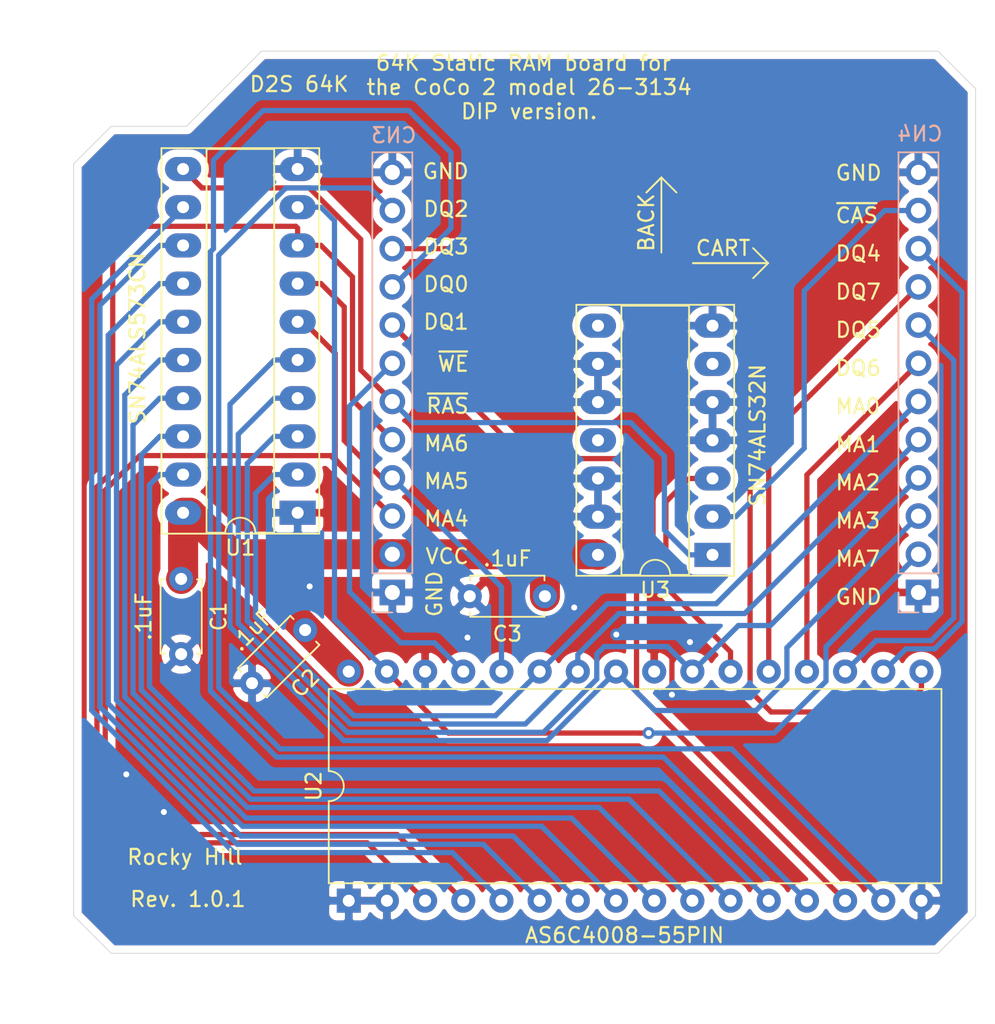
<source format=kicad_pcb>
(kicad_pcb (version 20171130) (host pcbnew 5.1.5+dfsg1-2build2)

  (general
    (thickness 1.6)
    (drawings 48)
    (tracks 247)
    (zones 0)
    (modules 8)
    (nets 34)
  )

  (page USLetter)
  (title_block
    (title "D2S 64K Static RAM board for the 3134 CoCo 2")
    (date 2022-07-14)
    (rev 1.0.0)
    (company "Rocky Hill")
  )

  (layers
    (0 F.Cu signal)
    (31 B.Cu signal)
    (32 B.Adhes user)
    (33 F.Adhes user)
    (34 B.Paste user)
    (35 F.Paste user)
    (36 B.SilkS user)
    (37 F.SilkS user)
    (38 B.Mask user)
    (39 F.Mask user)
    (40 Dwgs.User user)
    (41 Cmts.User user)
    (42 Eco1.User user)
    (43 Eco2.User user)
    (44 Edge.Cuts user)
    (45 Margin user)
    (46 B.CrtYd user)
    (47 F.CrtYd user)
    (48 B.Fab user)
    (49 F.Fab user)
  )

  (setup
    (last_trace_width 0.75)
    (user_trace_width 0.35)
    (user_trace_width 0.5)
    (user_trace_width 0.75)
    (user_trace_width 1)
    (user_trace_width 2)
    (trace_clearance 0.2)
    (zone_clearance 0.508)
    (zone_45_only no)
    (trace_min 0.2)
    (via_size 0.8)
    (via_drill 0.4)
    (via_min_size 0.4)
    (via_min_drill 0.3)
    (user_via 1.6 0.8)
    (uvia_size 0.3)
    (uvia_drill 0.1)
    (uvias_allowed no)
    (uvia_min_size 0.2)
    (uvia_min_drill 0.1)
    (edge_width 0.05)
    (segment_width 0.2)
    (pcb_text_width 0.3)
    (pcb_text_size 1.5 1.5)
    (mod_edge_width 0.12)
    (mod_text_size 1 1)
    (mod_text_width 0.15)
    (pad_size 1.524 1.524)
    (pad_drill 0.762)
    (pad_to_mask_clearance 0.051)
    (solder_mask_min_width 0.25)
    (aux_axis_origin 0 0)
    (grid_origin 81.3 136.5)
    (visible_elements FFFFFF7F)
    (pcbplotparams
      (layerselection 0x010fc_ffffffff)
      (usegerberextensions false)
      (usegerberattributes false)
      (usegerberadvancedattributes false)
      (creategerberjobfile false)
      (excludeedgelayer true)
      (linewidth 0.100000)
      (plotframeref false)
      (viasonmask false)
      (mode 1)
      (useauxorigin false)
      (hpglpennumber 1)
      (hpglpenspeed 20)
      (hpglpendiameter 15.000000)
      (psnegative false)
      (psa4output false)
      (plotreference true)
      (plotvalue true)
      (plotinvisibletext false)
      (padsonsilk false)
      (subtractmaskfromsilk false)
      (outputformat 1)
      (mirror false)
      (drillshape 0)
      (scaleselection 1)
      (outputdirectory "gerber/"))
  )

  (net 0 "")
  (net 1 GND)
  (net 2 VCC)
  (net 3 /MA4)
  (net 4 /MA5)
  (net 5 /MA6)
  (net 6 /~RAS)
  (net 7 /~WE)
  (net 8 /DQ1)
  (net 9 /DQ0)
  (net 10 /DQ3)
  (net 11 /DQ2)
  (net 12 /~CAS)
  (net 13 /DQ4)
  (net 14 /DQ7)
  (net 15 /DQ5)
  (net 16 /DQ6)
  (net 17 /MA0)
  (net 18 /MA1)
  (net 19 /MA2)
  (net 20 /MA3)
  (net 21 /MA7)
  (net 22 /A7)
  (net 23 /A6)
  (net 24 /A5)
  (net 25 /A4)
  (net 26 /A3)
  (net 27 /A2)
  (net 28 /A1)
  (net 29 /A0)
  (net 30 "Net-(U2-Pad22)")
  (net 31 "Net-(U3-Pad8)")
  (net 32 "Net-(U3-Pad11)")
  (net 33 "Net-(U3-Pad6)")

  (net_class Default "This is the default net class."
    (clearance 0.2)
    (trace_width 0.25)
    (via_dia 0.8)
    (via_drill 0.4)
    (uvia_dia 0.3)
    (uvia_drill 0.1)
    (add_net /A0)
    (add_net /A1)
    (add_net /A2)
    (add_net /A3)
    (add_net /A4)
    (add_net /A5)
    (add_net /A6)
    (add_net /A7)
    (add_net /DQ0)
    (add_net /DQ1)
    (add_net /DQ2)
    (add_net /DQ3)
    (add_net /DQ4)
    (add_net /DQ5)
    (add_net /DQ6)
    (add_net /DQ7)
    (add_net /MA0)
    (add_net /MA1)
    (add_net /MA2)
    (add_net /MA3)
    (add_net /MA4)
    (add_net /MA5)
    (add_net /MA6)
    (add_net /MA7)
    (add_net /~CAS)
    (add_net /~RAS)
    (add_net /~WE)
    (add_net GND)
    (add_net "Net-(U2-Pad22)")
    (add_net "Net-(U3-Pad11)")
    (add_net "Net-(U3-Pad6)")
    (add_net "Net-(U3-Pad8)")
    (add_net VCC)
  )

  (module Connector_PinHeader_2.54mm:PinHeader_1x12_P2.54mm_Vertical (layer B.Cu) (tedit 59FED5CC) (tstamp 62D0DFC9)
    (at 102.5 112.5)
    (descr "Through hole straight pin header, 1x12, 2.54mm pitch, single row")
    (tags "Through hole pin header THT 1x12 2.54mm single row")
    (path /62ECDCB2)
    (fp_text reference CN3 (at 0.1 -30.4) (layer B.SilkS)
      (effects (font (size 1 1) (thickness 0.15)) (justify mirror))
    )
    (fp_text value Conn_01x12_Male (at 0 -30.27) (layer B.Fab) hide
      (effects (font (size 1 1) (thickness 0.15)) (justify mirror))
    )
    (fp_line (start -0.635 1.27) (end 1.27 1.27) (layer B.Fab) (width 0.1))
    (fp_line (start 1.27 1.27) (end 1.27 -29.21) (layer B.Fab) (width 0.1))
    (fp_line (start 1.27 -29.21) (end -1.27 -29.21) (layer B.Fab) (width 0.1))
    (fp_line (start -1.27 -29.21) (end -1.27 0.635) (layer B.Fab) (width 0.1))
    (fp_line (start -1.27 0.635) (end -0.635 1.27) (layer B.Fab) (width 0.1))
    (fp_line (start -1.33 -29.27) (end 1.33 -29.27) (layer B.SilkS) (width 0.12))
    (fp_line (start -1.33 -1.27) (end -1.33 -29.27) (layer B.SilkS) (width 0.12))
    (fp_line (start 1.33 -1.27) (end 1.33 -29.27) (layer B.SilkS) (width 0.12))
    (fp_line (start -1.33 -1.27) (end 1.33 -1.27) (layer B.SilkS) (width 0.12))
    (fp_line (start -1.33 0) (end -1.33 1.33) (layer B.SilkS) (width 0.12))
    (fp_line (start -1.33 1.33) (end 0 1.33) (layer B.SilkS) (width 0.12))
    (fp_line (start -1.8 1.8) (end -1.8 -29.75) (layer B.CrtYd) (width 0.05))
    (fp_line (start -1.8 -29.75) (end 1.8 -29.75) (layer B.CrtYd) (width 0.05))
    (fp_line (start 1.8 -29.75) (end 1.8 1.8) (layer B.CrtYd) (width 0.05))
    (fp_line (start 1.8 1.8) (end -1.8 1.8) (layer B.CrtYd) (width 0.05))
    (fp_text user %R (at 0 -13.97 -90) (layer B.Fab)
      (effects (font (size 1 1) (thickness 0.15)) (justify mirror))
    )
    (pad 1 thru_hole rect (at 0 0) (size 1.7 1.7) (drill 1) (layers *.Cu *.Mask)
      (net 1 GND))
    (pad 2 thru_hole oval (at 0 -2.54) (size 1.7 1.7) (drill 1) (layers *.Cu *.Mask)
      (net 2 VCC))
    (pad 3 thru_hole oval (at 0 -5.08) (size 1.7 1.7) (drill 1) (layers *.Cu *.Mask)
      (net 3 /MA4))
    (pad 4 thru_hole oval (at 0 -7.62) (size 1.7 1.7) (drill 1) (layers *.Cu *.Mask)
      (net 4 /MA5))
    (pad 5 thru_hole oval (at 0 -10.16) (size 1.7 1.7) (drill 1) (layers *.Cu *.Mask)
      (net 5 /MA6))
    (pad 6 thru_hole oval (at 0 -12.7) (size 1.7 1.7) (drill 1) (layers *.Cu *.Mask)
      (net 6 /~RAS))
    (pad 7 thru_hole oval (at 0 -15.24) (size 1.7 1.7) (drill 1) (layers *.Cu *.Mask)
      (net 7 /~WE))
    (pad 8 thru_hole oval (at 0 -17.78) (size 1.7 1.7) (drill 1) (layers *.Cu *.Mask)
      (net 8 /DQ1))
    (pad 9 thru_hole oval (at 0 -20.32) (size 1.7 1.7) (drill 1) (layers *.Cu *.Mask)
      (net 9 /DQ0))
    (pad 10 thru_hole oval (at 0 -22.86) (size 1.7 1.7) (drill 1) (layers *.Cu *.Mask)
      (net 10 /DQ3))
    (pad 11 thru_hole oval (at 0 -25.4) (size 1.7 1.7) (drill 1) (layers *.Cu *.Mask)
      (net 11 /DQ2))
    (pad 12 thru_hole oval (at 0 -27.94) (size 1.7 1.7) (drill 1) (layers *.Cu *.Mask)
      (net 1 GND))
    (model ${KISYS3DMOD}/Connector_PinHeader_2.54mm.3dshapes/PinHeader_1x12_P2.54mm_Vertical.wrl
      (at (xyz 0 0 0))
      (scale (xyz 1 1 1))
      (rotate (xyz 0 0 0))
    )
  )

  (module Connector_PinHeader_2.54mm:PinHeader_1x12_P2.54mm_Vertical (layer B.Cu) (tedit 59FED5CC) (tstamp 62D0DFE8)
    (at 137.5 112.5)
    (descr "Through hole straight pin header, 1x12, 2.54mm pitch, single row")
    (tags "Through hole pin header THT 1x12 2.54mm single row")
    (path /62ED0D7B)
    (fp_text reference CN4 (at 0.1 -30.5) (layer B.SilkS)
      (effects (font (size 1 1) (thickness 0.15)) (justify mirror))
    )
    (fp_text value Conn_01x12_Male (at 0 -30.27) (layer B.Fab) hide
      (effects (font (size 1 1) (thickness 0.15)) (justify mirror))
    )
    (fp_text user %R (at 0 -13.97 -90) (layer B.Fab)
      (effects (font (size 1 1) (thickness 0.15)) (justify mirror))
    )
    (fp_line (start 1.8 1.8) (end -1.8 1.8) (layer B.CrtYd) (width 0.05))
    (fp_line (start 1.8 -29.75) (end 1.8 1.8) (layer B.CrtYd) (width 0.05))
    (fp_line (start -1.8 -29.75) (end 1.8 -29.75) (layer B.CrtYd) (width 0.05))
    (fp_line (start -1.8 1.8) (end -1.8 -29.75) (layer B.CrtYd) (width 0.05))
    (fp_line (start -1.33 1.33) (end 0 1.33) (layer B.SilkS) (width 0.12))
    (fp_line (start -1.33 0) (end -1.33 1.33) (layer B.SilkS) (width 0.12))
    (fp_line (start -1.33 -1.27) (end 1.33 -1.27) (layer B.SilkS) (width 0.12))
    (fp_line (start 1.33 -1.27) (end 1.33 -29.27) (layer B.SilkS) (width 0.12))
    (fp_line (start -1.33 -1.27) (end -1.33 -29.27) (layer B.SilkS) (width 0.12))
    (fp_line (start -1.33 -29.27) (end 1.33 -29.27) (layer B.SilkS) (width 0.12))
    (fp_line (start -1.27 0.635) (end -0.635 1.27) (layer B.Fab) (width 0.1))
    (fp_line (start -1.27 -29.21) (end -1.27 0.635) (layer B.Fab) (width 0.1))
    (fp_line (start 1.27 -29.21) (end -1.27 -29.21) (layer B.Fab) (width 0.1))
    (fp_line (start 1.27 1.27) (end 1.27 -29.21) (layer B.Fab) (width 0.1))
    (fp_line (start -0.635 1.27) (end 1.27 1.27) (layer B.Fab) (width 0.1))
    (pad 12 thru_hole oval (at 0 -27.94) (size 1.7 1.7) (drill 1) (layers *.Cu *.Mask)
      (net 1 GND))
    (pad 11 thru_hole oval (at 0 -25.4) (size 1.7 1.7) (drill 1) (layers *.Cu *.Mask)
      (net 12 /~CAS))
    (pad 10 thru_hole oval (at 0 -22.86) (size 1.7 1.7) (drill 1) (layers *.Cu *.Mask)
      (net 13 /DQ4))
    (pad 9 thru_hole oval (at 0 -20.32) (size 1.7 1.7) (drill 1) (layers *.Cu *.Mask)
      (net 14 /DQ7))
    (pad 8 thru_hole oval (at 0 -17.78) (size 1.7 1.7) (drill 1) (layers *.Cu *.Mask)
      (net 15 /DQ5))
    (pad 7 thru_hole oval (at 0 -15.24) (size 1.7 1.7) (drill 1) (layers *.Cu *.Mask)
      (net 16 /DQ6))
    (pad 6 thru_hole oval (at 0 -12.7) (size 1.7 1.7) (drill 1) (layers *.Cu *.Mask)
      (net 17 /MA0))
    (pad 5 thru_hole oval (at 0 -10.16) (size 1.7 1.7) (drill 1) (layers *.Cu *.Mask)
      (net 18 /MA1))
    (pad 4 thru_hole oval (at 0 -7.62) (size 1.7 1.7) (drill 1) (layers *.Cu *.Mask)
      (net 19 /MA2))
    (pad 3 thru_hole oval (at 0 -5.08) (size 1.7 1.7) (drill 1) (layers *.Cu *.Mask)
      (net 20 /MA3))
    (pad 2 thru_hole oval (at 0 -2.54) (size 1.7 1.7) (drill 1) (layers *.Cu *.Mask)
      (net 21 /MA7))
    (pad 1 thru_hole rect (at 0 0) (size 1.7 1.7) (drill 1) (layers *.Cu *.Mask)
      (net 1 GND))
    (model ${KISYS3DMOD}/Connector_PinHeader_2.54mm.3dshapes/PinHeader_1x12_P2.54mm_Vertical.wrl
      (at (xyz 0 0 0))
      (scale (xyz 1 1 1))
      (rotate (xyz 0 0 0))
    )
  )

  (module Capacitor_THT:C_Disc_D4.7mm_W2.5mm_P5.00mm (layer F.Cu) (tedit 5AE50EF0) (tstamp 63120BB4)
    (at 88.45 111.6 270)
    (descr "C, Disc series, Radial, pin pitch=5.00mm, , diameter*width=4.7*2.5mm^2, Capacitor, http://www.vishay.com/docs/45233/krseries.pdf")
    (tags "C Disc series Radial pin pitch 5.00mm  diameter 4.7mm width 2.5mm Capacitor")
    (path /6318D202)
    (fp_text reference C1 (at 2.5 -2.5 90) (layer F.SilkS)
      (effects (font (size 1 1) (thickness 0.15)))
    )
    (fp_text value .1uF (at 2.5 2.5 90) (layer F.SilkS)
      (effects (font (size 1 1) (thickness 0.15)))
    )
    (fp_line (start 0.15 -1.25) (end 0.15 1.25) (layer F.Fab) (width 0.1))
    (fp_line (start 0.15 1.25) (end 4.85 1.25) (layer F.Fab) (width 0.1))
    (fp_line (start 4.85 1.25) (end 4.85 -1.25) (layer F.Fab) (width 0.1))
    (fp_line (start 4.85 -1.25) (end 0.15 -1.25) (layer F.Fab) (width 0.1))
    (fp_line (start 0.03 -1.37) (end 4.97 -1.37) (layer F.SilkS) (width 0.12))
    (fp_line (start 0.03 1.37) (end 4.97 1.37) (layer F.SilkS) (width 0.12))
    (fp_line (start 0.03 -1.37) (end 0.03 -1.055) (layer F.SilkS) (width 0.12))
    (fp_line (start 0.03 1.055) (end 0.03 1.37) (layer F.SilkS) (width 0.12))
    (fp_line (start 4.97 -1.37) (end 4.97 -1.055) (layer F.SilkS) (width 0.12))
    (fp_line (start 4.97 1.055) (end 4.97 1.37) (layer F.SilkS) (width 0.12))
    (fp_line (start -1.05 -1.5) (end -1.05 1.5) (layer F.CrtYd) (width 0.05))
    (fp_line (start -1.05 1.5) (end 6.05 1.5) (layer F.CrtYd) (width 0.05))
    (fp_line (start 6.05 1.5) (end 6.05 -1.5) (layer F.CrtYd) (width 0.05))
    (fp_line (start 6.05 -1.5) (end -1.05 -1.5) (layer F.CrtYd) (width 0.05))
    (fp_text user %R (at 2.5 0 90) (layer F.Fab)
      (effects (font (size 0.94 0.94) (thickness 0.141)))
    )
    (pad 1 thru_hole circle (at 0 0 270) (size 1.6 1.6) (drill 0.8) (layers *.Cu *.Mask)
      (net 2 VCC))
    (pad 2 thru_hole circle (at 5 0 270) (size 1.6 1.6) (drill 0.8) (layers *.Cu *.Mask)
      (net 1 GND))
    (model ${KISYS3DMOD}/Capacitor_THT.3dshapes/C_Disc_D4.7mm_W2.5mm_P5.00mm.wrl
      (at (xyz 0 0 0))
      (scale (xyz 1 1 1))
      (rotate (xyz 0 0 0))
    )
  )

  (module Capacitor_THT:C_Disc_D4.7mm_W2.5mm_P5.00mm (layer F.Cu) (tedit 5AE50EF0) (tstamp 63120BC9)
    (at 96.7 115 225)
    (descr "C, Disc series, Radial, pin pitch=5.00mm, , diameter*width=4.7*2.5mm^2, Capacitor, http://www.vishay.com/docs/45233/krseries.pdf")
    (tags "C Disc series Radial pin pitch 5.00mm  diameter 4.7mm width 2.5mm Capacitor")
    (path /63192C17)
    (fp_text reference C2 (at 2.5 -2.5 45) (layer F.SilkS)
      (effects (font (size 1 1) (thickness 0.15)))
    )
    (fp_text value .1uF (at 2.5 2.5 45) (layer F.SilkS)
      (effects (font (size 1 1) (thickness 0.15)))
    )
    (fp_text user %R (at 2.5 0 45) (layer F.Fab)
      (effects (font (size 0.94 0.94) (thickness 0.141)))
    )
    (fp_line (start 6.05 -1.5) (end -1.05 -1.5) (layer F.CrtYd) (width 0.05))
    (fp_line (start 6.05 1.5) (end 6.05 -1.5) (layer F.CrtYd) (width 0.05))
    (fp_line (start -1.05 1.5) (end 6.05 1.5) (layer F.CrtYd) (width 0.05))
    (fp_line (start -1.05 -1.5) (end -1.05 1.5) (layer F.CrtYd) (width 0.05))
    (fp_line (start 4.97 1.055) (end 4.97 1.37) (layer F.SilkS) (width 0.12))
    (fp_line (start 4.97 -1.37) (end 4.97 -1.055) (layer F.SilkS) (width 0.12))
    (fp_line (start 0.03 1.055) (end 0.03 1.37) (layer F.SilkS) (width 0.12))
    (fp_line (start 0.03 -1.37) (end 0.03 -1.055) (layer F.SilkS) (width 0.12))
    (fp_line (start 0.03 1.37) (end 4.97 1.37) (layer F.SilkS) (width 0.12))
    (fp_line (start 0.03 -1.37) (end 4.97 -1.37) (layer F.SilkS) (width 0.12))
    (fp_line (start 4.85 -1.25) (end 0.15 -1.25) (layer F.Fab) (width 0.1))
    (fp_line (start 4.85 1.25) (end 4.85 -1.25) (layer F.Fab) (width 0.1))
    (fp_line (start 0.15 1.25) (end 4.85 1.25) (layer F.Fab) (width 0.1))
    (fp_line (start 0.15 -1.25) (end 0.15 1.25) (layer F.Fab) (width 0.1))
    (pad 2 thru_hole circle (at 5 0 225) (size 1.6 1.6) (drill 0.8) (layers *.Cu *.Mask)
      (net 1 GND))
    (pad 1 thru_hole circle (at 0 0 225) (size 1.6 1.6) (drill 0.8) (layers *.Cu *.Mask)
      (net 2 VCC))
    (model ${KISYS3DMOD}/Capacitor_THT.3dshapes/C_Disc_D4.7mm_W2.5mm_P5.00mm.wrl
      (at (xyz 0 0 0))
      (scale (xyz 1 1 1))
      (rotate (xyz 0 0 0))
    )
  )

  (module Capacitor_THT:C_Disc_D4.7mm_W2.5mm_P5.00mm (layer F.Cu) (tedit 5AE50EF0) (tstamp 63120BDE)
    (at 112.65 112.75 180)
    (descr "C, Disc series, Radial, pin pitch=5.00mm, , diameter*width=4.7*2.5mm^2, Capacitor, http://www.vishay.com/docs/45233/krseries.pdf")
    (tags "C Disc series Radial pin pitch 5.00mm  diameter 4.7mm width 2.5mm Capacitor")
    (path /63193064)
    (fp_text reference C3 (at 2.5 -2.5) (layer F.SilkS)
      (effects (font (size 1 1) (thickness 0.15)))
    )
    (fp_text value .1uF (at 2.5 2.5) (layer F.SilkS)
      (effects (font (size 1 1) (thickness 0.15)))
    )
    (fp_line (start 0.15 -1.25) (end 0.15 1.25) (layer F.Fab) (width 0.1))
    (fp_line (start 0.15 1.25) (end 4.85 1.25) (layer F.Fab) (width 0.1))
    (fp_line (start 4.85 1.25) (end 4.85 -1.25) (layer F.Fab) (width 0.1))
    (fp_line (start 4.85 -1.25) (end 0.15 -1.25) (layer F.Fab) (width 0.1))
    (fp_line (start 0.03 -1.37) (end 4.97 -1.37) (layer F.SilkS) (width 0.12))
    (fp_line (start 0.03 1.37) (end 4.97 1.37) (layer F.SilkS) (width 0.12))
    (fp_line (start 0.03 -1.37) (end 0.03 -1.055) (layer F.SilkS) (width 0.12))
    (fp_line (start 0.03 1.055) (end 0.03 1.37) (layer F.SilkS) (width 0.12))
    (fp_line (start 4.97 -1.37) (end 4.97 -1.055) (layer F.SilkS) (width 0.12))
    (fp_line (start 4.97 1.055) (end 4.97 1.37) (layer F.SilkS) (width 0.12))
    (fp_line (start -1.05 -1.5) (end -1.05 1.5) (layer F.CrtYd) (width 0.05))
    (fp_line (start -1.05 1.5) (end 6.05 1.5) (layer F.CrtYd) (width 0.05))
    (fp_line (start 6.05 1.5) (end 6.05 -1.5) (layer F.CrtYd) (width 0.05))
    (fp_line (start 6.05 -1.5) (end -1.05 -1.5) (layer F.CrtYd) (width 0.05))
    (fp_text user %R (at 2.5 0) (layer F.Fab)
      (effects (font (size 0.94 0.94) (thickness 0.141)))
    )
    (pad 1 thru_hole circle (at 0 0 180) (size 1.6 1.6) (drill 0.8) (layers *.Cu *.Mask)
      (net 2 VCC))
    (pad 2 thru_hole circle (at 5 0 180) (size 1.6 1.6) (drill 0.8) (layers *.Cu *.Mask)
      (net 1 GND))
    (model ${KISYS3DMOD}/Capacitor_THT.3dshapes/C_Disc_D4.7mm_W2.5mm_P5.00mm.wrl
      (at (xyz 0 0 0))
      (scale (xyz 1 1 1))
      (rotate (xyz 0 0 0))
    )
  )

  (module Package_DIP:DIP-32_W15.24mm (layer F.Cu) (tedit 5A02E8C5) (tstamp 63120C44)
    (at 99.6 133 90)
    (descr "32-lead though-hole mounted DIP package, row spacing 15.24 mm (600 mils)")
    (tags "THT DIP DIL PDIP 2.54mm 15.24mm 600mil")
    (path /63135BBA)
    (fp_text reference U2 (at 7.62 -2.33 90) (layer F.SilkS)
      (effects (font (size 1 1) (thickness 0.15)))
    )
    (fp_text value AS6C4008-55PIN (at -2.3 18.35 180) (layer F.SilkS)
      (effects (font (size 1 1) (thickness 0.15)))
    )
    (fp_arc (start 7.62 -1.33) (end 6.62 -1.33) (angle -180) (layer F.SilkS) (width 0.12))
    (fp_line (start 1.255 -1.27) (end 14.985 -1.27) (layer F.Fab) (width 0.1))
    (fp_line (start 14.985 -1.27) (end 14.985 39.37) (layer F.Fab) (width 0.1))
    (fp_line (start 14.985 39.37) (end 0.255 39.37) (layer F.Fab) (width 0.1))
    (fp_line (start 0.255 39.37) (end 0.255 -0.27) (layer F.Fab) (width 0.1))
    (fp_line (start 0.255 -0.27) (end 1.255 -1.27) (layer F.Fab) (width 0.1))
    (fp_line (start 6.62 -1.33) (end 1.16 -1.33) (layer F.SilkS) (width 0.12))
    (fp_line (start 1.16 -1.33) (end 1.16 39.43) (layer F.SilkS) (width 0.12))
    (fp_line (start 1.16 39.43) (end 14.08 39.43) (layer F.SilkS) (width 0.12))
    (fp_line (start 14.08 39.43) (end 14.08 -1.33) (layer F.SilkS) (width 0.12))
    (fp_line (start 14.08 -1.33) (end 8.62 -1.33) (layer F.SilkS) (width 0.12))
    (fp_line (start -1.05 -1.55) (end -1.05 39.65) (layer F.CrtYd) (width 0.05))
    (fp_line (start -1.05 39.65) (end 16.3 39.65) (layer F.CrtYd) (width 0.05))
    (fp_line (start 16.3 39.65) (end 16.3 -1.55) (layer F.CrtYd) (width 0.05))
    (fp_line (start 16.3 -1.55) (end -1.05 -1.55) (layer F.CrtYd) (width 0.05))
    (fp_text user %R (at 7.62 19.05 90) (layer F.Fab)
      (effects (font (size 1 1) (thickness 0.15)))
    )
    (pad 1 thru_hole rect (at 0 0 90) (size 1.6 1.6) (drill 0.8) (layers *.Cu *.Mask)
      (net 1 GND))
    (pad 17 thru_hole oval (at 15.24 38.1 90) (size 1.6 1.6) (drill 0.8) (layers *.Cu *.Mask)
      (net 10 /DQ3))
    (pad 2 thru_hole oval (at 0 2.54 90) (size 1.6 1.6) (drill 0.8) (layers *.Cu *.Mask)
      (net 1 GND))
    (pad 18 thru_hole oval (at 15.24 35.56 90) (size 1.6 1.6) (drill 0.8) (layers *.Cu *.Mask)
      (net 13 /DQ4))
    (pad 3 thru_hole oval (at 0 5.08 90) (size 1.6 1.6) (drill 0.8) (layers *.Cu *.Mask)
      (net 5 /MA6))
    (pad 19 thru_hole oval (at 15.24 33.02 90) (size 1.6 1.6) (drill 0.8) (layers *.Cu *.Mask)
      (net 15 /DQ5))
    (pad 4 thru_hole oval (at 0 7.62 90) (size 1.6 1.6) (drill 0.8) (layers *.Cu *.Mask)
      (net 3 /MA4))
    (pad 20 thru_hole oval (at 15.24 30.48 90) (size 1.6 1.6) (drill 0.8) (layers *.Cu *.Mask)
      (net 16 /DQ6))
    (pad 5 thru_hole oval (at 0 10.16 90) (size 1.6 1.6) (drill 0.8) (layers *.Cu *.Mask)
      (net 22 /A7))
    (pad 21 thru_hole oval (at 15.24 27.94 90) (size 1.6 1.6) (drill 0.8) (layers *.Cu *.Mask)
      (net 14 /DQ7))
    (pad 6 thru_hole oval (at 0 12.7 90) (size 1.6 1.6) (drill 0.8) (layers *.Cu *.Mask)
      (net 23 /A6))
    (pad 22 thru_hole oval (at 15.24 25.4 90) (size 1.6 1.6) (drill 0.8) (layers *.Cu *.Mask)
      (net 30 "Net-(U2-Pad22)"))
    (pad 7 thru_hole oval (at 0 15.24 90) (size 1.6 1.6) (drill 0.8) (layers *.Cu *.Mask)
      (net 24 /A5))
    (pad 23 thru_hole oval (at 15.24 22.86 90) (size 1.6 1.6) (drill 0.8) (layers *.Cu *.Mask)
      (net 19 /MA2))
    (pad 8 thru_hole oval (at 0 17.78 90) (size 1.6 1.6) (drill 0.8) (layers *.Cu *.Mask)
      (net 25 /A4))
    (pad 24 thru_hole oval (at 15.24 20.32 90) (size 1.6 1.6) (drill 0.8) (layers *.Cu *.Mask)
      (net 1 GND))
    (pad 9 thru_hole oval (at 0 20.32 90) (size 1.6 1.6) (drill 0.8) (layers *.Cu *.Mask)
      (net 26 /A3))
    (pad 25 thru_hole oval (at 15.24 17.78 90) (size 1.6 1.6) (drill 0.8) (layers *.Cu *.Mask)
      (net 20 /MA3))
    (pad 10 thru_hole oval (at 0 22.86 90) (size 1.6 1.6) (drill 0.8) (layers *.Cu *.Mask)
      (net 27 /A2))
    (pad 26 thru_hole oval (at 15.24 15.24 90) (size 1.6 1.6) (drill 0.8) (layers *.Cu *.Mask)
      (net 18 /MA1))
    (pad 11 thru_hole oval (at 0 25.4 90) (size 1.6 1.6) (drill 0.8) (layers *.Cu *.Mask)
      (net 28 /A1))
    (pad 27 thru_hole oval (at 15.24 12.7 90) (size 1.6 1.6) (drill 0.8) (layers *.Cu *.Mask)
      (net 17 /MA0))
    (pad 12 thru_hole oval (at 0 27.94 90) (size 1.6 1.6) (drill 0.8) (layers *.Cu *.Mask)
      (net 29 /A0))
    (pad 28 thru_hole oval (at 15.24 10.16 90) (size 1.6 1.6) (drill 0.8) (layers *.Cu *.Mask)
      (net 4 /MA5))
    (pad 13 thru_hole oval (at 0 30.48 90) (size 1.6 1.6) (drill 0.8) (layers *.Cu *.Mask)
      (net 9 /DQ0))
    (pad 29 thru_hole oval (at 15.24 7.62 90) (size 1.6 1.6) (drill 0.8) (layers *.Cu *.Mask)
      (net 7 /~WE))
    (pad 14 thru_hole oval (at 0 33.02 90) (size 1.6 1.6) (drill 0.8) (layers *.Cu *.Mask)
      (net 8 /DQ1))
    (pad 30 thru_hole oval (at 15.24 5.08 90) (size 1.6 1.6) (drill 0.8) (layers *.Cu *.Mask)
      (net 1 GND))
    (pad 15 thru_hole oval (at 0 35.56 90) (size 1.6 1.6) (drill 0.8) (layers *.Cu *.Mask)
      (net 11 /DQ2))
    (pad 31 thru_hole oval (at 15.24 2.54 90) (size 1.6 1.6) (drill 0.8) (layers *.Cu *.Mask)
      (net 21 /MA7))
    (pad 16 thru_hole oval (at 0 38.1 90) (size 1.6 1.6) (drill 0.8) (layers *.Cu *.Mask)
      (net 1 GND))
    (pad 32 thru_hole oval (at 15.24 0 90) (size 1.6 1.6) (drill 0.8) (layers *.Cu *.Mask)
      (net 2 VCC))
    (model ${KISYS3DMOD}/Package_DIP.3dshapes/DIP-32_W15.24mm.wrl
      (at (xyz 0 0 0))
      (scale (xyz 1 1 1))
      (rotate (xyz 0 0 0))
    )
  )

  (module Package_DIP:DIP-14_W7.62mm_Socket_LongPads (layer F.Cu) (tedit 5A02E8C5) (tstamp 63120C6E)
    (at 123.8 110 180)
    (descr "14-lead though-hole mounted DIP package, row spacing 7.62 mm (300 mils), Socket, LongPads")
    (tags "THT DIP DIL PDIP 2.54mm 7.62mm 300mil Socket LongPads")
    (path /62D2FCAC)
    (fp_text reference U3 (at 3.81 -2.33) (layer F.SilkS)
      (effects (font (size 1 1) (thickness 0.15)))
    )
    (fp_text value SN74ALS32N (at -3 7.95 90) (layer F.SilkS)
      (effects (font (size 1 1) (thickness 0.15)))
    )
    (fp_arc (start 3.81 -1.33) (end 2.81 -1.33) (angle -180) (layer F.SilkS) (width 0.12))
    (fp_line (start 1.635 -1.27) (end 6.985 -1.27) (layer F.Fab) (width 0.1))
    (fp_line (start 6.985 -1.27) (end 6.985 16.51) (layer F.Fab) (width 0.1))
    (fp_line (start 6.985 16.51) (end 0.635 16.51) (layer F.Fab) (width 0.1))
    (fp_line (start 0.635 16.51) (end 0.635 -0.27) (layer F.Fab) (width 0.1))
    (fp_line (start 0.635 -0.27) (end 1.635 -1.27) (layer F.Fab) (width 0.1))
    (fp_line (start -1.27 -1.33) (end -1.27 16.57) (layer F.Fab) (width 0.1))
    (fp_line (start -1.27 16.57) (end 8.89 16.57) (layer F.Fab) (width 0.1))
    (fp_line (start 8.89 16.57) (end 8.89 -1.33) (layer F.Fab) (width 0.1))
    (fp_line (start 8.89 -1.33) (end -1.27 -1.33) (layer F.Fab) (width 0.1))
    (fp_line (start 2.81 -1.33) (end 1.56 -1.33) (layer F.SilkS) (width 0.12))
    (fp_line (start 1.56 -1.33) (end 1.56 16.57) (layer F.SilkS) (width 0.12))
    (fp_line (start 1.56 16.57) (end 6.06 16.57) (layer F.SilkS) (width 0.12))
    (fp_line (start 6.06 16.57) (end 6.06 -1.33) (layer F.SilkS) (width 0.12))
    (fp_line (start 6.06 -1.33) (end 4.81 -1.33) (layer F.SilkS) (width 0.12))
    (fp_line (start -1.44 -1.39) (end -1.44 16.63) (layer F.SilkS) (width 0.12))
    (fp_line (start -1.44 16.63) (end 9.06 16.63) (layer F.SilkS) (width 0.12))
    (fp_line (start 9.06 16.63) (end 9.06 -1.39) (layer F.SilkS) (width 0.12))
    (fp_line (start 9.06 -1.39) (end -1.44 -1.39) (layer F.SilkS) (width 0.12))
    (fp_line (start -1.55 -1.6) (end -1.55 16.85) (layer F.CrtYd) (width 0.05))
    (fp_line (start -1.55 16.85) (end 9.15 16.85) (layer F.CrtYd) (width 0.05))
    (fp_line (start 9.15 16.85) (end 9.15 -1.6) (layer F.CrtYd) (width 0.05))
    (fp_line (start 9.15 -1.6) (end -1.55 -1.6) (layer F.CrtYd) (width 0.05))
    (fp_text user %R (at 3.81 7.62) (layer F.Fab)
      (effects (font (size 1 1) (thickness 0.15)))
    )
    (pad 1 thru_hole rect (at 0 0 180) (size 2.4 1.6) (drill 0.8) (layers *.Cu *.Mask)
      (net 6 /~RAS))
    (pad 8 thru_hole oval (at 7.62 15.24 180) (size 2.4 1.6) (drill 0.8) (layers *.Cu *.Mask)
      (net 31 "Net-(U3-Pad8)"))
    (pad 2 thru_hole oval (at 0 2.54 180) (size 2.4 1.6) (drill 0.8) (layers *.Cu *.Mask)
      (net 12 /~CAS))
    (pad 9 thru_hole oval (at 7.62 12.7 180) (size 2.4 1.6) (drill 0.8) (layers *.Cu *.Mask)
      (net 1 GND))
    (pad 3 thru_hole oval (at 0 5.08 180) (size 2.4 1.6) (drill 0.8) (layers *.Cu *.Mask)
      (net 30 "Net-(U2-Pad22)"))
    (pad 10 thru_hole oval (at 7.62 10.16 180) (size 2.4 1.6) (drill 0.8) (layers *.Cu *.Mask)
      (net 1 GND))
    (pad 4 thru_hole oval (at 0 7.62 180) (size 2.4 1.6) (drill 0.8) (layers *.Cu *.Mask)
      (net 1 GND))
    (pad 11 thru_hole oval (at 7.62 7.62 180) (size 2.4 1.6) (drill 0.8) (layers *.Cu *.Mask)
      (net 32 "Net-(U3-Pad11)"))
    (pad 5 thru_hole oval (at 0 10.16 180) (size 2.4 1.6) (drill 0.8) (layers *.Cu *.Mask)
      (net 1 GND))
    (pad 12 thru_hole oval (at 7.62 5.08 180) (size 2.4 1.6) (drill 0.8) (layers *.Cu *.Mask)
      (net 1 GND))
    (pad 6 thru_hole oval (at 0 12.7 180) (size 2.4 1.6) (drill 0.8) (layers *.Cu *.Mask)
      (net 33 "Net-(U3-Pad6)"))
    (pad 13 thru_hole oval (at 7.62 2.54 180) (size 2.4 1.6) (drill 0.8) (layers *.Cu *.Mask)
      (net 1 GND))
    (pad 7 thru_hole oval (at 0 15.24 180) (size 2.4 1.6) (drill 0.8) (layers *.Cu *.Mask)
      (net 1 GND))
    (pad 14 thru_hole oval (at 7.62 0 180) (size 2.4 1.6) (drill 0.8) (layers *.Cu *.Mask)
      (net 2 VCC))
    (model ${KISYS3DMOD}/Package_DIP.3dshapes/DIP-14_W7.62mm_Socket.wrl
      (at (xyz 0 0 0))
      (scale (xyz 1 1 1))
      (rotate (xyz 0 0 0))
    )
  )

  (module Package_DIP:DIP-20_W7.62mm_Socket_LongPads (layer F.Cu) (tedit 5A02E8C5) (tstamp 6312C3A7)
    (at 96.2 107.2 180)
    (descr "20-lead though-hole mounted DIP package, row spacing 7.62 mm (300 mils), Socket, LongPads")
    (tags "THT DIP DIL PDIP 2.54mm 7.62mm 300mil Socket LongPads")
    (path /62D2DB20)
    (fp_text reference U1 (at 3.81 -2.33) (layer F.SilkS)
      (effects (font (size 1 1) (thickness 0.15)))
    )
    (fp_text value SN74ALS573CN (at 10.65 11.6 90) (layer F.SilkS)
      (effects (font (size 1 1) (thickness 0.15)))
    )
    (fp_arc (start 3.81 -1.33) (end 2.81 -1.33) (angle -180) (layer F.SilkS) (width 0.12))
    (fp_line (start 1.635 -1.27) (end 6.985 -1.27) (layer F.Fab) (width 0.1))
    (fp_line (start 6.985 -1.27) (end 6.985 24.13) (layer F.Fab) (width 0.1))
    (fp_line (start 6.985 24.13) (end 0.635 24.13) (layer F.Fab) (width 0.1))
    (fp_line (start 0.635 24.13) (end 0.635 -0.27) (layer F.Fab) (width 0.1))
    (fp_line (start 0.635 -0.27) (end 1.635 -1.27) (layer F.Fab) (width 0.1))
    (fp_line (start -1.27 -1.33) (end -1.27 24.19) (layer F.Fab) (width 0.1))
    (fp_line (start -1.27 24.19) (end 8.89 24.19) (layer F.Fab) (width 0.1))
    (fp_line (start 8.89 24.19) (end 8.89 -1.33) (layer F.Fab) (width 0.1))
    (fp_line (start 8.89 -1.33) (end -1.27 -1.33) (layer F.Fab) (width 0.1))
    (fp_line (start 2.81 -1.33) (end 1.56 -1.33) (layer F.SilkS) (width 0.12))
    (fp_line (start 1.56 -1.33) (end 1.56 24.19) (layer F.SilkS) (width 0.12))
    (fp_line (start 1.56 24.19) (end 6.06 24.19) (layer F.SilkS) (width 0.12))
    (fp_line (start 6.06 24.19) (end 6.06 -1.33) (layer F.SilkS) (width 0.12))
    (fp_line (start 6.06 -1.33) (end 4.81 -1.33) (layer F.SilkS) (width 0.12))
    (fp_line (start -1.44 -1.39) (end -1.44 24.25) (layer F.SilkS) (width 0.12))
    (fp_line (start -1.44 24.25) (end 9.06 24.25) (layer F.SilkS) (width 0.12))
    (fp_line (start 9.06 24.25) (end 9.06 -1.39) (layer F.SilkS) (width 0.12))
    (fp_line (start 9.06 -1.39) (end -1.44 -1.39) (layer F.SilkS) (width 0.12))
    (fp_line (start -1.55 -1.6) (end -1.55 24.45) (layer F.CrtYd) (width 0.05))
    (fp_line (start -1.55 24.45) (end 9.15 24.45) (layer F.CrtYd) (width 0.05))
    (fp_line (start 9.15 24.45) (end 9.15 -1.6) (layer F.CrtYd) (width 0.05))
    (fp_line (start 9.15 -1.6) (end -1.55 -1.6) (layer F.CrtYd) (width 0.05))
    (fp_text user %R (at 3.81 11.43) (layer F.Fab)
      (effects (font (size 1 1) (thickness 0.15)))
    )
    (pad 1 thru_hole rect (at 0 0 180) (size 2.4 1.6) (drill 0.8) (layers *.Cu *.Mask)
      (net 1 GND))
    (pad 11 thru_hole oval (at 7.62 22.86 180) (size 2.4 1.6) (drill 0.8) (layers *.Cu *.Mask)
      (net 6 /~RAS))
    (pad 2 thru_hole oval (at 0 2.54 180) (size 2.4 1.6) (drill 0.8) (layers *.Cu *.Mask)
      (net 17 /MA0))
    (pad 12 thru_hole oval (at 7.62 20.32 180) (size 2.4 1.6) (drill 0.8) (layers *.Cu *.Mask)
      (net 22 /A7))
    (pad 3 thru_hole oval (at 0 5.08 180) (size 2.4 1.6) (drill 0.8) (layers *.Cu *.Mask)
      (net 18 /MA1))
    (pad 13 thru_hole oval (at 7.62 17.78 180) (size 2.4 1.6) (drill 0.8) (layers *.Cu *.Mask)
      (net 23 /A6))
    (pad 4 thru_hole oval (at 0 7.62 180) (size 2.4 1.6) (drill 0.8) (layers *.Cu *.Mask)
      (net 19 /MA2))
    (pad 14 thru_hole oval (at 7.62 15.24 180) (size 2.4 1.6) (drill 0.8) (layers *.Cu *.Mask)
      (net 24 /A5))
    (pad 5 thru_hole oval (at 0 10.16 180) (size 2.4 1.6) (drill 0.8) (layers *.Cu *.Mask)
      (net 20 /MA3))
    (pad 15 thru_hole oval (at 7.62 12.7 180) (size 2.4 1.6) (drill 0.8) (layers *.Cu *.Mask)
      (net 25 /A4))
    (pad 6 thru_hole oval (at 0 12.7 180) (size 2.4 1.6) (drill 0.8) (layers *.Cu *.Mask)
      (net 3 /MA4))
    (pad 16 thru_hole oval (at 7.62 10.16 180) (size 2.4 1.6) (drill 0.8) (layers *.Cu *.Mask)
      (net 26 /A3))
    (pad 7 thru_hole oval (at 0 15.24 180) (size 2.4 1.6) (drill 0.8) (layers *.Cu *.Mask)
      (net 4 /MA5))
    (pad 17 thru_hole oval (at 7.62 7.62 180) (size 2.4 1.6) (drill 0.8) (layers *.Cu *.Mask)
      (net 27 /A2))
    (pad 8 thru_hole oval (at 0 17.78 180) (size 2.4 1.6) (drill 0.8) (layers *.Cu *.Mask)
      (net 5 /MA6))
    (pad 18 thru_hole oval (at 7.62 5.08 180) (size 2.4 1.6) (drill 0.8) (layers *.Cu *.Mask)
      (net 28 /A1))
    (pad 9 thru_hole oval (at 0 20.32 180) (size 2.4 1.6) (drill 0.8) (layers *.Cu *.Mask)
      (net 21 /MA7))
    (pad 19 thru_hole oval (at 7.62 2.54 180) (size 2.4 1.6) (drill 0.8) (layers *.Cu *.Mask)
      (net 29 /A0))
    (pad 10 thru_hole oval (at 0 22.86 180) (size 2.4 1.6) (drill 0.8) (layers *.Cu *.Mask)
      (net 1 GND))
    (pad 20 thru_hole oval (at 7.62 0 180) (size 2.4 1.6) (drill 0.8) (layers *.Cu *.Mask)
      (net 2 VCC))
    (model ${KISYS3DMOD}/Package_DIP.3dshapes/DIP-20_W7.62mm_Socket.wrl
      (at (xyz 0 0 0))
      (scale (xyz 1 1 1))
      (rotate (xyz 0 0 0))
    )
  )

  (gr_line (start 83.8 81.5) (end 81.3 84) (layer Edge.Cuts) (width 0.05) (tstamp 6312DA3F))
  (gr_line (start 93.8 76.5) (end 88.8 81.5) (layer Edge.Cuts) (width 0.05) (tstamp 6312DA3E))
  (gr_line (start 93.8 76.5) (end 138.8 76.5) (layer Edge.Cuts) (width 0.05) (tstamp 6312DA31))
  (gr_line (start 88.8 81.5) (end 83.8 81.5) (layer Edge.Cuts) (width 0.05) (tstamp 6312DA23))
  (gr_line (start 141.3 134) (end 138.8 136.5) (layer Edge.Cuts) (width 0.05) (tstamp 6312D184))
  (gr_line (start 138.8 76.5) (end 141.3 79) (layer Edge.Cuts) (width 0.05) (tstamp 6312D183))
  (gr_line (start 81.3 134) (end 83.8 136.5) (layer Edge.Cuts) (width 0.05) (tstamp 6312D181))
  (gr_line (start 138.8 136.5) (end 83.8 136.5) (layer Edge.Cuts) (width 0.05) (tstamp 6312D17A))
  (gr_line (start 141.3 79) (end 141.3 134) (layer Edge.Cuts) (width 0.05) (tstamp 6312D177))
  (gr_line (start 81.3 134) (end 81.3 84) (layer Edge.Cuts) (width 0.05) (tstamp 6312D168))
  (gr_text "Rev. 1.0.1" (at 88.9 132.9) (layer F.SilkS)
    (effects (font (size 1 1) (thickness 0.15)))
  )
  (gr_text "Rocky Hill" (at 88.7 130.1) (layer F.SilkS)
    (effects (font (size 1 1) (thickness 0.15)))
  )
  (gr_text "D2S 64K" (at 96.3 78.7) (layer F.SilkS)
    (effects (font (size 1 1) (thickness 0.15)))
  )
  (gr_text CART (at 124.5 89.6) (layer F.SilkS)
    (effects (font (size 1 1) (thickness 0.15)))
  )
  (gr_line (start 127.5 90.6) (end 126.5 91.6) (layer F.SilkS) (width 0.12))
  (gr_line (start 126.5 89.6) (end 127.5 90.6) (layer F.SilkS) (width 0.12) (tstamp 62D0F207))
  (gr_line (start 122.5 90.6) (end 127.5 90.6) (layer F.SilkS) (width 0.12) (tstamp 62D0F206))
  (gr_line (start 127.5 90.6) (end 122.5 90.6) (layer F.SilkS) (width 0.12))
  (gr_text BACK (at 119.4 87.9 90) (layer F.SilkS)
    (effects (font (size 1 1) (thickness 0.15)))
  )
  (gr_line (start 120.4 84.9) (end 121.4 85.9) (layer F.SilkS) (width 0.12))
  (gr_line (start 119.4 85.9) (end 120.4 84.9) (layer F.SilkS) (width 0.12) (tstamp 62D0F204))
  (gr_line (start 120.4 84.9) (end 119.4 85.9) (layer F.SilkS) (width 0.12))
  (gr_line (start 120.4 84.9) (end 120.4 89.9) (layer F.SilkS) (width 0.12))
  (gr_text "64K Static RAM board for \nthe CoCo 2 model 26-3134\nDIP version." (at 111.6 78.9) (layer F.SilkS)
    (effects (font (size 1 1) (thickness 0.15)))
  )
  (gr_text MA7 (at 133.471428 110.26318) (layer F.SilkS)
    (effects (font (size 1 1) (thickness 0.15)))
  )
  (gr_text MA3 (at 133.471428 107.726362) (layer F.SilkS)
    (effects (font (size 1 1) (thickness 0.15)))
  )
  (gr_text MA2 (at 133.471428 105.189544) (layer F.SilkS)
    (effects (font (size 1 1) (thickness 0.15)))
  )
  (gr_text MA1 (at 133.471428 102.652726) (layer F.SilkS)
    (effects (font (size 1 1) (thickness 0.15)))
  )
  (gr_text MA0 (at 133.471428 100.115908) (layer F.SilkS)
    (effects (font (size 1 1) (thickness 0.15)))
  )
  (gr_text DQ6 (at 133.495238 97.57909) (layer F.SilkS)
    (effects (font (size 1 1) (thickness 0.15)))
  )
  (gr_text DQ5 (at 133.495238 95.042272) (layer F.SilkS)
    (effects (font (size 1 1) (thickness 0.15)))
  )
  (gr_text DQ7 (at 133.495238 92.505454) (layer F.SilkS)
    (effects (font (size 1 1) (thickness 0.15)))
  )
  (gr_text DQ4 (at 133.495238 89.968636) (layer F.SilkS)
    (effects (font (size 1 1) (thickness 0.15)))
  )
  (gr_text ~CAS (at 133.4 87.431818) (layer F.SilkS)
    (effects (font (size 1 1) (thickness 0.15)))
  )
  (gr_text GND (at 133.519047 112.8) (layer F.SilkS) (tstamp 62D0EC58)
    (effects (font (size 1 1) (thickness 0.15)))
  )
  (gr_text GND (at 133.519047 84.6) (layer F.SilkS) (tstamp 62D0EC58)
    (effects (font (size 1 1) (thickness 0.15)))
  )
  (gr_text GND (at 105.3 112.6 90) (layer F.SilkS)
    (effects (font (size 1 1) (thickness 0.15)))
  )
  (gr_text VCC (at 106.147619 110.09909) (layer F.SilkS)
    (effects (font (size 1 1) (thickness 0.15)))
  )
  (gr_text MA4 (at 106.1 107.598181) (layer F.SilkS)
    (effects (font (size 1 1) (thickness 0.15)))
  )
  (gr_text MA5 (at 106.1 105.097272) (layer F.SilkS)
    (effects (font (size 1 1) (thickness 0.15)))
  )
  (gr_text MA6 (at 106.1 102.596363) (layer F.SilkS)
    (effects (font (size 1 1) (thickness 0.15)))
  )
  (gr_text ~RAS (at 106.171429 100.095454) (layer F.SilkS)
    (effects (font (size 1 1) (thickness 0.15)))
  )
  (gr_text ~WE (at 106.552381 97.299545) (layer F.SilkS)
    (effects (font (size 1 1) (thickness 0.15)))
  )
  (gr_text DQ1 (at 106.076191 94.503636) (layer F.SilkS)
    (effects (font (size 1 1) (thickness 0.15)))
  )
  (gr_text DQ0 (at 106.076191 92.002727) (layer F.SilkS)
    (effects (font (size 1 1) (thickness 0.15)))
  )
  (gr_text DQ3 (at 106.076191 89.501818) (layer F.SilkS)
    (effects (font (size 1 1) (thickness 0.15)))
  )
  (gr_text DQ2 (at 106.076191 87.000909) (layer F.SilkS)
    (effects (font (size 1 1) (thickness 0.15)))
  )
  (gr_text GND (at 106.052381 84.5) (layer F.SilkS)
    (effects (font (size 1 1) (thickness 0.15)))
  )

  (via (at 97 112.1) (size 0.8) (drill 0.4) (layers F.Cu B.Cu) (net 1))
  (via (at 114.6 113.5) (size 0.8) (drill 0.4) (layers F.Cu B.Cu) (net 1))
  (via (at 107.5 115.5) (size 0.8) (drill 0.4) (layers F.Cu B.Cu) (net 1))
  (via (at 84.8 124.6) (size 0.8) (drill 0.4) (layers F.Cu B.Cu) (net 1))
  (via (at 87.3 127.1) (size 0.8) (drill 0.4) (layers F.Cu B.Cu) (net 1))
  (via (at 122.3 115.8) (size 0.8) (drill 0.4) (layers F.Cu B.Cu) (net 1))
  (via (at 121.1 119.3) (size 0.8) (drill 0.4) (layers F.Cu B.Cu) (net 1))
  (segment (start 121.1 118.734315) (end 121.1 119.3) (width 0.35) (layer F.Cu) (net 1))
  (segment (start 121.1 116.434315) (end 121.1 118.734315) (width 0.35) (layer F.Cu) (net 1))
  (segment (start 121.734315 115.8) (end 121.1 116.434315) (width 0.35) (layer F.Cu) (net 1))
  (segment (start 122.3 115.8) (end 121.734315 115.8) (width 0.35) (layer F.Cu) (net 1))
  (via (at 117.4 115.3) (size 0.8) (drill 0.4) (layers F.Cu B.Cu) (net 1))
  (segment (start 121.8 115.3) (end 122.3 115.8) (width 0.75) (layer B.Cu) (net 1))
  (segment (start 117.4 115.3) (end 121.8 115.3) (width 0.75) (layer B.Cu) (net 1))
  (segment (start 116.14 109.96) (end 116.18 110) (width 2) (layer F.Cu) (net 2))
  (segment (start 88.58 107.2) (end 89.04 107.2) (width 2) (layer F.Cu) (net 2))
  (segment (start 91.94 109.96) (end 91.9 110) (width 2) (layer F.Cu) (net 2))
  (segment (start 102.5 109.96) (end 91.94 109.96) (width 2) (layer F.Cu) (net 2))
  (segment (start 91.9 110) (end 99.6 117.76) (width 2) (layer F.Cu) (net 2))
  (segment (start 89.04 107.2) (end 91.9 110) (width 2) (layer F.Cu) (net 2))
  (segment (start 88.58 111.47) (end 88.45 111.6) (width 2) (layer F.Cu) (net 2))
  (segment (start 88.58 107.2) (end 88.58 111.47) (width 2) (layer F.Cu) (net 2))
  (segment (start 112.65 110.17) (end 112.65 112.75) (width 2) (layer F.Cu) (net 2))
  (segment (start 112.86 109.96) (end 112.65 110.17) (width 2) (layer F.Cu) (net 2))
  (segment (start 102.5 109.96) (end 112.86 109.96) (width 2) (layer F.Cu) (net 2))
  (segment (start 112.86 109.96) (end 116.14 109.96) (width 2) (layer F.Cu) (net 2))
  (segment (start 98.7 96.6) (end 98.7 103.62) (width 0.35) (layer F.Cu) (net 3))
  (segment (start 96.6 94.5) (end 98.7 96.6) (width 0.35) (layer F.Cu) (net 3))
  (segment (start 96.2 94.5) (end 96.6 94.5) (width 0.35) (layer F.Cu) (net 3))
  (segment (start 99.45 104.45) (end 102.5 107.42) (width 0.35) (layer F.Cu) (net 3))
  (segment (start 98.7 103.62) (end 99.45 104.45) (width 0.35) (layer F.Cu) (net 3))
  (segment (start 83.4 105.7) (end 85.7 103.4) (width 0.35) (layer F.Cu) (net 3))
  (segment (start 83.4 125.3) (end 83.4 105.7) (width 0.35) (layer F.Cu) (net 3))
  (segment (start 85.7 103.4) (end 98.4 103.4) (width 0.35) (layer F.Cu) (net 3))
  (segment (start 98.4 103.4) (end 99.45 104.45) (width 0.35) (layer F.Cu) (net 3))
  (segment (start 107.22 133) (end 102.819989 128.599989) (width 0.35) (layer F.Cu) (net 3))
  (segment (start 102.819989 128.599989) (end 86.699989 128.599989) (width 0.35) (layer F.Cu) (net 3))
  (segment (start 86.699989 128.599989) (end 83.4 125.3) (width 0.35) (layer F.Cu) (net 3))
  (segment (start 99.29999 102.39999) (end 101.78 104.88) (width 0.35) (layer F.Cu) (net 4))
  (segment (start 99.29999 93.50999) (end 99.29999 102.39999) (width 0.35) (layer F.Cu) (net 4))
  (segment (start 97.75 91.96) (end 99.29999 93.50999) (width 0.35) (layer F.Cu) (net 4))
  (segment (start 101.78 104.88) (end 102.5 104.88) (width 0.35) (layer F.Cu) (net 4))
  (segment (start 96.2 91.96) (end 97.75 91.96) (width 0.35) (layer F.Cu) (net 4))
  (segment (start 109.76 112.14) (end 109.76 117.76) (width 0.35) (layer B.Cu) (net 4))
  (segment (start 102.5 104.88) (end 109.76 112.14) (width 0.35) (layer B.Cu) (net 4))
  (segment (start 97.75 89.42) (end 99.85 91.52) (width 0.35) (layer F.Cu) (net 5))
  (segment (start 96.2 89.42) (end 97.75 89.42) (width 0.35) (layer F.Cu) (net 5))
  (segment (start 99.85 99.69) (end 102.5 102.34) (width 0.35) (layer F.Cu) (net 5))
  (segment (start 99.85 91.52) (end 99.85 99.69) (width 0.35) (layer F.Cu) (net 5))
  (segment (start 96.2 88.27) (end 96.2 89.42) (width 0.35) (layer F.Cu) (net 5))
  (segment (start 96.08 88.15) (end 96.2 88.27) (width 0.35) (layer F.Cu) (net 5))
  (segment (start 104.68 133) (end 100.83 129.15) (width 0.35) (layer F.Cu) (net 5))
  (segment (start 100.83 129.15) (end 86.472167 129.15) (width 0.35) (layer F.Cu) (net 5))
  (segment (start 85.85 88.15) (end 96.08 88.15) (width 0.35) (layer F.Cu) (net 5))
  (segment (start 83.9 104.422167) (end 83.9 90.1) (width 0.35) (layer F.Cu) (net 5))
  (segment (start 82.849989 125.527822) (end 82.849989 105.472178) (width 0.35) (layer F.Cu) (net 5))
  (segment (start 86.472167 129.15) (end 82.849989 125.527822) (width 0.35) (layer F.Cu) (net 5))
  (segment (start 83.9 90.1) (end 85.85 88.15) (width 0.35) (layer F.Cu) (net 5))
  (segment (start 82.849989 105.472178) (end 83.9 104.422167) (width 0.35) (layer F.Cu) (net 5))
  (segment (start 100.4 97.7) (end 102.5 99.8) (width 0.35) (layer F.Cu) (net 6))
  (segment (start 100.4 89.018285) (end 100.4 97.7) (width 0.35) (layer F.Cu) (net 6))
  (segment (start 89.84 85.6) (end 96.981715 85.6) (width 0.35) (layer F.Cu) (net 6))
  (segment (start 96.981715 85.6) (end 100.4 89.018285) (width 0.35) (layer F.Cu) (net 6))
  (segment (start 88.58 84.34) (end 89.84 85.6) (width 0.35) (layer F.Cu) (net 6))
  (segment (start 122.25 110) (end 120.6 108.35) (width 0.35) (layer B.Cu) (net 6))
  (segment (start 123.8 110) (end 122.25 110) (width 0.35) (layer B.Cu) (net 6))
  (segment (start 120.6 108.35) (end 120.6 103.45) (width 0.35) (layer B.Cu) (net 6))
  (segment (start 103.349999 100.649999) (end 102.5 99.8) (width 0.35) (layer B.Cu) (net 6))
  (segment (start 103.90499 101.20499) (end 103.349999 100.649999) (width 0.35) (layer B.Cu) (net 6))
  (segment (start 118.35499 101.20499) (end 103.90499 101.20499) (width 0.35) (layer B.Cu) (net 6))
  (segment (start 120.6 103.45) (end 118.35499 101.20499) (width 0.35) (layer B.Cu) (net 6))
  (segment (start 102.5 97.26) (end 99.65 100.11) (width 0.35) (layer B.Cu) (net 7))
  (segment (start 99.65 100.11) (end 99.65 112.45) (width 0.35) (layer B.Cu) (net 7))
  (segment (start 99.65 112.45) (end 103.05 115.85) (width 0.35) (layer B.Cu) (net 7))
  (segment (start 105.31 115.85) (end 107.22 117.76) (width 0.35) (layer B.Cu) (net 7))
  (segment (start 103.05 115.85) (end 105.31 115.85) (width 0.35) (layer B.Cu) (net 7))
  (segment (start 103.349999 95.569999) (end 102.5 94.72) (width 0.35) (layer F.Cu) (net 8))
  (segment (start 111.38 103.6) (end 103.349999 95.569999) (width 0.35) (layer F.Cu) (net 8))
  (segment (start 117.3 103.6) (end 111.38 103.6) (width 0.35) (layer F.Cu) (net 8))
  (segment (start 118.744999 105.044999) (end 117.3 103.6) (width 0.35) (layer F.Cu) (net 8))
  (segment (start 118.744999 119.124999) (end 118.744999 105.044999) (width 0.35) (layer F.Cu) (net 8))
  (segment (start 132.62 133) (end 118.744999 119.124999) (width 0.35) (layer F.Cu) (net 8))
  (segment (start 106.4 88.28) (end 103.349999 91.330001) (width 0.35) (layer B.Cu) (net 9))
  (segment (start 103.349999 91.330001) (end 102.5 92.18) (width 0.35) (layer B.Cu) (net 9))
  (segment (start 106.4 83.25) (end 106.4 88.28) (width 0.35) (layer B.Cu) (net 9))
  (segment (start 103.6 80.45) (end 106.4 83.25) (width 0.35) (layer B.Cu) (net 9))
  (segment (start 93.9 80.45) (end 103.6 80.45) (width 0.35) (layer B.Cu) (net 9))
  (segment (start 90.59998 83.75002) (end 93.9 80.45) (width 0.35) (layer B.Cu) (net 9))
  (segment (start 90.399989 119.04999) (end 90.399989 89.840463) (width 0.35) (layer B.Cu) (net 9))
  (segment (start 120.530053 123.450053) (end 94.800052 123.450053) (width 0.35) (layer B.Cu) (net 9))
  (segment (start 130.08 133) (end 120.530053 123.450053) (width 0.35) (layer B.Cu) (net 9))
  (segment (start 90.59998 89.640472) (end 90.59998 83.75002) (width 0.35) (layer B.Cu) (net 9))
  (segment (start 90.399989 89.840463) (end 90.59998 89.640472) (width 0.35) (layer B.Cu) (net 9))
  (segment (start 94.800052 123.450053) (end 90.399989 119.04999) (width 0.35) (layer B.Cu) (net 9))
  (segment (start 123.04 89.64) (end 102.5 89.64) (width 0.35) (layer F.Cu) (net 10))
  (segment (start 126.3 92.9) (end 123.04 89.64) (width 0.35) (layer F.Cu) (net 10))
  (segment (start 126.3 119.05) (end 126.3 92.9) (width 0.35) (layer F.Cu) (net 10))
  (segment (start 137.7 118.89137) (end 136.14137 120.45) (width 0.35) (layer F.Cu) (net 10))
  (segment (start 127.7 120.45) (end 126.3 119.05) (width 0.35) (layer F.Cu) (net 10))
  (segment (start 136.14137 120.45) (end 127.7 120.45) (width 0.35) (layer F.Cu) (net 10))
  (segment (start 137.7 117.76) (end 137.7 118.89137) (width 0.35) (layer F.Cu) (net 10))
  (segment (start 101.650001 86.250001) (end 102.5 87.1) (width 0.35) (layer B.Cu) (net 11))
  (segment (start 101 85.6) (end 101.650001 86.250001) (width 0.35) (layer B.Cu) (net 11))
  (segment (start 90.95 90.068285) (end 95.418285 85.6) (width 0.35) (layer B.Cu) (net 11))
  (segment (start 90.95 118.822168) (end 90.95 90.068285) (width 0.35) (layer B.Cu) (net 11))
  (segment (start 95.027874 122.900042) (end 90.95 118.822168) (width 0.35) (layer B.Cu) (net 11))
  (segment (start 125.060042 122.900042) (end 95.027874 122.900042) (width 0.35) (layer B.Cu) (net 11))
  (segment (start 95.418285 85.6) (end 101 85.6) (width 0.35) (layer B.Cu) (net 11))
  (segment (start 135.16 133) (end 125.060042 122.900042) (width 0.35) (layer B.Cu) (net 11))
  (segment (start 125.35 107.46) (end 129.9 102.91) (width 0.35) (layer B.Cu) (net 12))
  (segment (start 123.8 107.46) (end 125.35 107.46) (width 0.35) (layer B.Cu) (net 12))
  (segment (start 129.9 102.91) (end 129.9 92.45) (width 0.35) (layer B.Cu) (net 12))
  (segment (start 135.25 87.1) (end 137.5 87.1) (width 0.35) (layer B.Cu) (net 12))
  (segment (start 129.9 92.45) (end 135.25 87.1) (width 0.35) (layer B.Cu) (net 12))
  (segment (start 138.349999 90.489999) (end 137.5 89.64) (width 0.35) (layer B.Cu) (net 13))
  (segment (start 138.577822 116.250011) (end 140.4 114.427833) (width 0.35) (layer B.Cu) (net 13))
  (segment (start 140.4 114.427833) (end 140.4 92.54) (width 0.35) (layer B.Cu) (net 13))
  (segment (start 135.16 117.76) (end 136.669989 116.250011) (width 0.35) (layer B.Cu) (net 13))
  (segment (start 136.669989 116.250011) (end 138.577822 116.250011) (width 0.35) (layer B.Cu) (net 13))
  (segment (start 140.4 92.54) (end 138.349999 90.489999) (width 0.35) (layer B.Cu) (net 13))
  (segment (start 127.54 102.14) (end 137.5 92.18) (width 0.35) (layer F.Cu) (net 14))
  (segment (start 127.54 117.76) (end 127.54 102.14) (width 0.35) (layer F.Cu) (net 14))
  (segment (start 138.349999 95.569999) (end 137.5 94.72) (width 0.35) (layer B.Cu) (net 15))
  (segment (start 132.62 117.76) (end 134.68 115.7) (width 0.35) (layer B.Cu) (net 15))
  (segment (start 134.68 115.7) (end 138.35 115.7) (width 0.35) (layer B.Cu) (net 15))
  (segment (start 138.35 115.7) (end 139.849989 114.200011) (width 0.35) (layer B.Cu) (net 15))
  (segment (start 139.849989 114.200011) (end 139.849989 97.069989) (width 0.35) (layer B.Cu) (net 15))
  (segment (start 139.849989 97.069989) (end 138.349999 95.569999) (width 0.35) (layer B.Cu) (net 15))
  (segment (start 130.08 104.68) (end 137.5 97.26) (width 0.35) (layer F.Cu) (net 16))
  (segment (start 130.08 117.76) (end 130.08 104.68) (width 0.35) (layer F.Cu) (net 16))
  (segment (start 137.5 99.8) (end 124.05 113.25) (width 0.35) (layer B.Cu) (net 17))
  (segment (start 113.099999 116.960001) (end 112.3 117.76) (width 0.35) (layer B.Cu) (net 17))
  (segment (start 116.81 113.25) (end 113.099999 116.960001) (width 0.35) (layer B.Cu) (net 17))
  (segment (start 124.05 113.25) (end 116.81 113.25) (width 0.35) (layer B.Cu) (net 17))
  (segment (start 111.500001 118.559999) (end 112.3 117.76) (width 0.35) (layer B.Cu) (net 17))
  (segment (start 109.360002 120.699998) (end 111.500001 118.559999) (width 0.35) (layer B.Cu) (net 17))
  (segment (start 99.949998 120.699998) (end 109.360002 120.699998) (width 0.35) (layer B.Cu) (net 17))
  (segment (start 93.4 114.15) (end 99.949998 120.699998) (width 0.35) (layer B.Cu) (net 17))
  (segment (start 96.2 104.66) (end 94.65 104.66) (width 0.35) (layer B.Cu) (net 17))
  (segment (start 93.4 105.91) (end 93.4 114.15) (width 0.35) (layer B.Cu) (net 17))
  (segment (start 94.65 104.66) (end 93.4 105.91) (width 0.35) (layer B.Cu) (net 17))
  (segment (start 114.84 116.62863) (end 114.84 117.76) (width 0.35) (layer B.Cu) (net 18))
  (segment (start 125.94 113.9) (end 117.56863 113.9) (width 0.35) (layer B.Cu) (net 18))
  (segment (start 117.56863 113.9) (end 114.84 116.62863) (width 0.35) (layer B.Cu) (net 18))
  (segment (start 137.5 102.34) (end 125.94 113.9) (width 0.35) (layer B.Cu) (net 18))
  (segment (start 114.040001 118.559999) (end 114.84 117.76) (width 0.35) (layer B.Cu) (net 18))
  (segment (start 111.349991 121.250009) (end 114.040001 118.559999) (width 0.35) (layer B.Cu) (net 18))
  (segment (start 92.849989 114.377822) (end 99.722176 121.250009) (width 0.35) (layer B.Cu) (net 18))
  (segment (start 94.65 102.12) (end 92.849989 103.920011) (width 0.35) (layer B.Cu) (net 18))
  (segment (start 96.2 102.12) (end 94.65 102.12) (width 0.35) (layer B.Cu) (net 18))
  (segment (start 92.849989 103.920011) (end 92.849989 114.377822) (width 0.35) (layer B.Cu) (net 18))
  (segment (start 99.722176 121.250009) (end 111.349991 121.250009) (width 0.35) (layer B.Cu) (net 18))
  (segment (start 125.52 114.7) (end 122.46 117.76) (width 0.35) (layer B.Cu) (net 19))
  (segment (start 127.65 114.7) (end 125.52 114.7) (width 0.35) (layer B.Cu) (net 19))
  (segment (start 137.47 104.88) (end 127.65 114.7) (width 0.35) (layer B.Cu) (net 19))
  (segment (start 137.5 104.88) (end 137.47 104.88) (width 0.35) (layer B.Cu) (net 19))
  (segment (start 121.660001 116.960001) (end 122.46 117.76) (width 0.35) (layer B.Cu) (net 19))
  (segment (start 116.6 116.1) (end 120.8 116.1) (width 0.35) (layer B.Cu) (net 19))
  (segment (start 116.1 116.6) (end 116.6 116.1) (width 0.35) (layer B.Cu) (net 19))
  (segment (start 120.8 116.1) (end 121.660001 116.960001) (width 0.35) (layer B.Cu) (net 19))
  (segment (start 116.1 118.262168) (end 116.1 116.6) (width 0.35) (layer B.Cu) (net 19))
  (segment (start 112.562148 121.80002) (end 116.1 118.262168) (width 0.35) (layer B.Cu) (net 19))
  (segment (start 94.65 99.58) (end 92.250013 101.979987) (width 0.35) (layer B.Cu) (net 19))
  (segment (start 99.494354 121.80002) (end 112.562148 121.80002) (width 0.35) (layer B.Cu) (net 19))
  (segment (start 92.250013 114.555679) (end 99.494354 121.80002) (width 0.35) (layer B.Cu) (net 19))
  (segment (start 92.250013 101.979987) (end 92.250013 114.555679) (width 0.35) (layer B.Cu) (net 19))
  (segment (start 96.2 99.58) (end 94.65 99.58) (width 0.35) (layer B.Cu) (net 19))
  (segment (start 126.689002 120.35) (end 119.97 120.35) (width 0.35) (layer B.Cu) (net 20))
  (segment (start 128.75 118.289002) (end 126.689002 120.35) (width 0.35) (layer B.Cu) (net 20))
  (segment (start 128.75 116.17) (end 128.75 118.289002) (width 0.35) (layer B.Cu) (net 20))
  (segment (start 119.97 120.35) (end 117.38 117.76) (width 0.35) (layer B.Cu) (net 20))
  (segment (start 137.5 107.42) (end 128.75 116.17) (width 0.35) (layer B.Cu) (net 20))
  (segment (start 96.2 97.04) (end 94.65 97.04) (width 0.35) (layer B.Cu) (net 20))
  (segment (start 91.700002 99.989998) (end 91.700002 114.783501) (width 0.35) (layer B.Cu) (net 20))
  (segment (start 94.65 97.04) (end 91.700002 99.989998) (width 0.35) (layer B.Cu) (net 20))
  (segment (start 91.700002 114.783501) (end 99.266532 122.350031) (width 0.35) (layer B.Cu) (net 20))
  (segment (start 99.266532 122.350031) (end 112.789969 122.350031) (width 0.35) (layer B.Cu) (net 20))
  (segment (start 112.789969 122.350031) (end 116.580001 118.559999) (width 0.35) (layer B.Cu) (net 20))
  (segment (start 116.580001 118.559999) (end 117.38 117.76) (width 0.35) (layer B.Cu) (net 20))
  (segment (start 98.65 114.27) (end 102.14 117.76) (width 0.35) (layer B.Cu) (net 21))
  (segment (start 97.75 86.88) (end 98.65 87.78) (width 0.35) (layer B.Cu) (net 21))
  (segment (start 96.2 86.88) (end 97.75 86.88) (width 0.35) (layer B.Cu) (net 21))
  (segment (start 98.65 87.78) (end 98.65 114.27) (width 0.35) (layer B.Cu) (net 21))
  (segment (start 102.14 117.76) (end 106.23 121.85) (width 0.35) (layer F.Cu) (net 21))
  (segment (start 106.23 121.85) (end 118.984315 121.85) (width 0.35) (layer F.Cu) (net 21))
  (via (at 119.55 121.85) (size 0.8) (drill 0.4) (layers F.Cu B.Cu) (net 21))
  (segment (start 118.984315 121.85) (end 119.55 121.85) (width 0.35) (layer F.Cu) (net 21))
  (segment (start 136.650001 110.809999) (end 137.5 109.96) (width 0.35) (layer B.Cu) (net 21))
  (segment (start 131.35 116.11) (end 136.650001 110.809999) (width 0.35) (layer B.Cu) (net 21))
  (segment (start 131.35 118.4) (end 131.35 116.11) (width 0.35) (layer B.Cu) (net 21))
  (segment (start 127.9 121.85) (end 131.35 118.4) (width 0.35) (layer B.Cu) (net 21))
  (segment (start 119.55 121.85) (end 127.9 121.85) (width 0.35) (layer B.Cu) (net 21))
  (segment (start 82.5 120.344817) (end 82.5 93) (width 0.35) (layer B.Cu) (net 22))
  (segment (start 108.524999 131.824999) (end 106.50002 129.80002) (width 0.35) (layer B.Cu) (net 22))
  (segment (start 108.584999 131.824999) (end 108.524999 131.824999) (width 0.35) (layer B.Cu) (net 22))
  (segment (start 109.76 133) (end 108.584999 131.824999) (width 0.35) (layer B.Cu) (net 22))
  (segment (start 91.955203 129.80002) (end 82.5 120.344817) (width 0.35) (layer B.Cu) (net 22))
  (segment (start 88.58 86.92) (end 88.58 86.88) (width 0.35) (layer B.Cu) (net 22))
  (segment (start 82.5 93) (end 88.58 86.92) (width 0.35) (layer B.Cu) (net 22))
  (segment (start 106.50002 129.80002) (end 91.955203 129.80002) (width 0.35) (layer B.Cu) (net 22))
  (segment (start 108.550009 129.250009) (end 92.183024 129.250009) (width 0.35) (layer B.Cu) (net 23))
  (segment (start 112.3 133) (end 108.550009 129.250009) (width 0.35) (layer B.Cu) (net 23))
  (segment (start 87.03 89.42) (end 88.58 89.42) (width 0.35) (layer B.Cu) (net 23))
  (segment (start 92.183024 129.250009) (end 83.050011 120.116996) (width 0.35) (layer B.Cu) (net 23))
  (segment (start 83.050011 120.116996) (end 83.050011 93.399989) (width 0.35) (layer B.Cu) (net 23))
  (segment (start 83.050011 93.399989) (end 87.03 89.42) (width 0.35) (layer B.Cu) (net 23))
  (segment (start 114.84 133) (end 110.539998 128.699998) (width 0.35) (layer B.Cu) (net 24))
  (segment (start 83.600022 95.389978) (end 87.03 91.96) (width 0.35) (layer B.Cu) (net 24))
  (segment (start 87.03 91.96) (end 88.58 91.96) (width 0.35) (layer B.Cu) (net 24))
  (segment (start 92.410845 128.699998) (end 83.600022 119.889175) (width 0.35) (layer B.Cu) (net 24))
  (segment (start 83.600022 119.889175) (end 83.600022 95.389978) (width 0.35) (layer B.Cu) (net 24))
  (segment (start 110.539998 128.699998) (end 92.410845 128.699998) (width 0.35) (layer B.Cu) (net 24))
  (segment (start 87.03 94.5) (end 88.58 94.5) (width 0.35) (layer B.Cu) (net 25))
  (segment (start 84.150033 119.661354) (end 84.150033 97.379967) (width 0.35) (layer B.Cu) (net 25))
  (segment (start 112.43001 128.05001) (end 92.538689 128.05001) (width 0.35) (layer B.Cu) (net 25))
  (segment (start 84.150033 97.379967) (end 87.03 94.5) (width 0.35) (layer B.Cu) (net 25))
  (segment (start 92.538689 128.05001) (end 84.150033 119.661354) (width 0.35) (layer B.Cu) (net 25))
  (segment (start 117.38 133) (end 112.43001 128.05001) (width 0.35) (layer B.Cu) (net 25))
  (segment (start 119.92 133) (end 114.419999 127.499999) (width 0.35) (layer B.Cu) (net 26))
  (segment (start 87.03 97.04) (end 88.58 97.04) (width 0.35) (layer B.Cu) (net 26))
  (segment (start 84.700044 99.369956) (end 87.03 97.04) (width 0.35) (layer B.Cu) (net 26))
  (segment (start 92.76651 127.499999) (end 84.700044 119.433533) (width 0.35) (layer B.Cu) (net 26))
  (segment (start 114.419999 127.499999) (end 92.76651 127.499999) (width 0.35) (layer B.Cu) (net 26))
  (segment (start 84.700044 119.433533) (end 84.700044 99.369956) (width 0.35) (layer B.Cu) (net 26))
  (segment (start 87.03 99.58) (end 88.58 99.58) (width 0.35) (layer B.Cu) (net 27))
  (segment (start 122.46 133) (end 116.26 126.8) (width 0.35) (layer B.Cu) (net 27))
  (segment (start 92.844343 126.8) (end 85.250055 119.205712) (width 0.35) (layer B.Cu) (net 27))
  (segment (start 116.26 126.8) (end 92.844343 126.8) (width 0.35) (layer B.Cu) (net 27))
  (segment (start 85.250055 101.359945) (end 87.03 99.58) (width 0.35) (layer B.Cu) (net 27))
  (segment (start 85.250055 119.205712) (end 85.250055 101.359945) (width 0.35) (layer B.Cu) (net 27))
  (segment (start 118.249989 126.249989) (end 93.072164 126.249989) (width 0.35) (layer B.Cu) (net 28))
  (segment (start 87.03 102.12) (end 88.58 102.12) (width 0.35) (layer B.Cu) (net 28))
  (segment (start 93.072164 126.249989) (end 85.800066 118.977891) (width 0.35) (layer B.Cu) (net 28))
  (segment (start 85.800066 118.977891) (end 85.800066 103.349934) (width 0.35) (layer B.Cu) (net 28))
  (segment (start 85.800066 103.349934) (end 87.03 102.12) (width 0.35) (layer B.Cu) (net 28))
  (segment (start 125 133) (end 118.249989 126.249989) (width 0.35) (layer B.Cu) (net 28))
  (segment (start 120.239978 125.699978) (end 93.299985 125.699978) (width 0.35) (layer B.Cu) (net 29))
  (segment (start 127.54 133) (end 120.239978 125.699978) (width 0.35) (layer B.Cu) (net 29))
  (segment (start 93.299985 125.699978) (end 86.350077 118.75007) (width 0.35) (layer B.Cu) (net 29))
  (segment (start 86.350077 118.75007) (end 86.350077 105.339923) (width 0.35) (layer B.Cu) (net 29))
  (segment (start 86.350077 105.339923) (end 87.03 104.66) (width 0.35) (layer B.Cu) (net 29))
  (segment (start 87.03 104.66) (end 88.58 104.66) (width 0.35) (layer B.Cu) (net 29))
  (segment (start 122.25 104.92) (end 120.7 106.47) (width 0.35) (layer F.Cu) (net 30))
  (segment (start 123.8 104.92) (end 122.25 104.92) (width 0.35) (layer F.Cu) (net 30))
  (segment (start 120.7 106.47) (end 120.7 112.15) (width 0.35) (layer F.Cu) (net 30))
  (segment (start 125 116.45) (end 125 117.76) (width 0.35) (layer F.Cu) (net 30))
  (segment (start 120.7 112.15) (end 125 116.45) (width 0.35) (layer F.Cu) (net 30))

  (zone (net 1) (net_name GND) (layer F.Cu) (tstamp 6312DA06) (hatch edge 0.508)
    (connect_pads (clearance 0.508))
    (min_thickness 0.254)
    (fill yes (arc_segments 32) (thermal_gap 0.508) (thermal_bridge_width 0.508))
    (polygon
      (pts
        (xy 141.8 139.5) (xy 78.7 139.4) (xy 79.3 74.2) (xy 142 74.2)
      )
    )
    (filled_polygon
      (pts
        (xy 140.64 79.273381) (xy 140.640001 133.726618) (xy 138.52662 135.84) (xy 84.073381 135.84) (xy 82.033381 133.8)
        (xy 98.161928 133.8) (xy 98.174188 133.924482) (xy 98.210498 134.04418) (xy 98.269463 134.154494) (xy 98.348815 134.251185)
        (xy 98.445506 134.330537) (xy 98.55582 134.389502) (xy 98.675518 134.425812) (xy 98.8 134.438072) (xy 99.31425 134.435)
        (xy 99.473 134.27625) (xy 99.473 133.127) (xy 99.727 133.127) (xy 99.727 134.27625) (xy 99.88575 134.435)
        (xy 100.4 134.438072) (xy 100.524482 134.425812) (xy 100.64418 134.389502) (xy 100.754494 134.330537) (xy 100.851185 134.251185)
        (xy 100.930537 134.154494) (xy 100.989502 134.04418) (xy 101.025812 133.924482) (xy 101.028231 133.89992) (xy 101.176586 134.063519)
        (xy 101.40258 134.231037) (xy 101.656913 134.351246) (xy 101.790961 134.391904) (xy 102.013 134.269915) (xy 102.013 133.127)
        (xy 99.727 133.127) (xy 99.473 133.127) (xy 98.32375 133.127) (xy 98.165 133.28575) (xy 98.161928 133.8)
        (xy 82.033381 133.8) (xy 81.96 133.72662) (xy 81.96 132.2) (xy 98.161928 132.2) (xy 98.165 132.71425)
        (xy 98.32375 132.873) (xy 99.473 132.873) (xy 99.473 131.72375) (xy 99.31425 131.565) (xy 98.8 131.561928)
        (xy 98.675518 131.574188) (xy 98.55582 131.610498) (xy 98.445506 131.669463) (xy 98.348815 131.748815) (xy 98.269463 131.845506)
        (xy 98.210498 131.95582) (xy 98.174188 132.075518) (xy 98.161928 132.2) (xy 81.96 132.2) (xy 81.96 105.472178)
        (xy 82.03607 105.472178) (xy 82.03999 105.511976) (xy 82.039989 125.488034) (xy 82.03607 125.527822) (xy 82.039989 125.56761)
        (xy 82.039989 125.567612) (xy 82.051709 125.686609) (xy 82.098026 125.839294) (xy 82.133038 125.904797) (xy 82.17324 125.980011)
        (xy 82.204692 126.018335) (xy 82.274461 126.10335) (xy 82.305377 126.128722) (xy 85.871272 129.694618) (xy 85.896639 129.725528)
        (xy 85.964377 129.781119) (xy 86.019977 129.826749) (xy 86.095191 129.866951) (xy 86.160694 129.901963) (xy 86.313379 129.94828)
        (xy 86.432376 129.96) (xy 86.432378 129.96) (xy 86.472166 129.963919) (xy 86.511954 129.96) (xy 100.494488 129.96)
        (xy 102.099487 131.565) (xy 102.012998 131.565) (xy 102.012998 131.730084) (xy 101.790961 131.608096) (xy 101.656913 131.648754)
        (xy 101.40258 131.768963) (xy 101.176586 131.936481) (xy 101.028231 132.10008) (xy 101.025812 132.075518) (xy 100.989502 131.95582)
        (xy 100.930537 131.845506) (xy 100.851185 131.748815) (xy 100.754494 131.669463) (xy 100.64418 131.610498) (xy 100.524482 131.574188)
        (xy 100.4 131.561928) (xy 99.88575 131.565) (xy 99.727 131.72375) (xy 99.727 132.873) (xy 102.013 132.873)
        (xy 102.013 132.853) (xy 102.267 132.853) (xy 102.267 132.873) (xy 102.287 132.873) (xy 102.287 133.127)
        (xy 102.267 133.127) (xy 102.267 134.269915) (xy 102.489039 134.391904) (xy 102.623087 134.351246) (xy 102.87742 134.231037)
        (xy 103.103414 134.063519) (xy 103.292385 133.855131) (xy 103.403933 133.669135) (xy 103.40832 133.679727) (xy 103.565363 133.914759)
        (xy 103.765241 134.114637) (xy 104.000273 134.27168) (xy 104.261426 134.379853) (xy 104.538665 134.435) (xy 104.821335 134.435)
        (xy 105.098574 134.379853) (xy 105.359727 134.27168) (xy 105.594759 134.114637) (xy 105.794637 133.914759) (xy 105.95 133.682241)
        (xy 106.105363 133.914759) (xy 106.305241 134.114637) (xy 106.540273 134.27168) (xy 106.801426 134.379853) (xy 107.078665 134.435)
        (xy 107.361335 134.435) (xy 107.638574 134.379853) (xy 107.899727 134.27168) (xy 108.134759 134.114637) (xy 108.334637 133.914759)
        (xy 108.49 133.682241) (xy 108.645363 133.914759) (xy 108.845241 134.114637) (xy 109.080273 134.27168) (xy 109.341426 134.379853)
        (xy 109.618665 134.435) (xy 109.901335 134.435) (xy 110.178574 134.379853) (xy 110.439727 134.27168) (xy 110.674759 134.114637)
        (xy 110.874637 133.914759) (xy 111.03 133.682241) (xy 111.185363 133.914759) (xy 111.385241 134.114637) (xy 111.620273 134.27168)
        (xy 111.881426 134.379853) (xy 112.158665 134.435) (xy 112.441335 134.435) (xy 112.718574 134.379853) (xy 112.979727 134.27168)
        (xy 113.214759 134.114637) (xy 113.414637 133.914759) (xy 113.57 133.682241) (xy 113.725363 133.914759) (xy 113.925241 134.114637)
        (xy 114.160273 134.27168) (xy 114.421426 134.379853) (xy 114.698665 134.435) (xy 114.981335 134.435) (xy 115.258574 134.379853)
        (xy 115.519727 134.27168) (xy 115.754759 134.114637) (xy 115.954637 133.914759) (xy 116.11 133.682241) (xy 116.265363 133.914759)
        (xy 116.465241 134.114637) (xy 116.700273 134.27168) (xy 116.961426 134.379853) (xy 117.238665 134.435) (xy 117.521335 134.435)
        (xy 117.798574 134.379853) (xy 118.059727 134.27168) (xy 118.294759 134.114637) (xy 118.494637 133.914759) (xy 118.65 133.682241)
        (xy 118.805363 133.914759) (xy 119.005241 134.114637) (xy 119.240273 134.27168) (xy 119.501426 134.379853) (xy 119.778665 134.435)
        (xy 120.061335 134.435) (xy 120.338574 134.379853) (xy 120.599727 134.27168) (xy 120.834759 134.114637) (xy 121.034637 133.914759)
        (xy 121.19 133.682241) (xy 121.345363 133.914759) (xy 121.545241 134.114637) (xy 121.780273 134.27168) (xy 122.041426 134.379853)
        (xy 122.318665 134.435) (xy 122.601335 134.435) (xy 122.878574 134.379853) (xy 123.139727 134.27168) (xy 123.374759 134.114637)
        (xy 123.574637 133.914759) (xy 123.73 133.682241) (xy 123.885363 133.914759) (xy 124.085241 134.114637) (xy 124.320273 134.27168)
        (xy 124.581426 134.379853) (xy 124.858665 134.435) (xy 125.141335 134.435) (xy 125.418574 134.379853) (xy 125.679727 134.27168)
        (xy 125.914759 134.114637) (xy 126.114637 133.914759) (xy 126.27 133.682241) (xy 126.425363 133.914759) (xy 126.625241 134.114637)
        (xy 126.860273 134.27168) (xy 127.121426 134.379853) (xy 127.398665 134.435) (xy 127.681335 134.435) (xy 127.958574 134.379853)
        (xy 128.219727 134.27168) (xy 128.454759 134.114637) (xy 128.654637 133.914759) (xy 128.81 133.682241) (xy 128.965363 133.914759)
        (xy 129.165241 134.114637) (xy 129.400273 134.27168) (xy 129.661426 134.379853) (xy 129.938665 134.435) (xy 130.221335 134.435)
        (xy 130.498574 134.379853) (xy 130.759727 134.27168) (xy 130.994759 134.114637) (xy 131.194637 133.914759) (xy 131.35 133.682241)
        (xy 131.505363 133.914759) (xy 131.705241 134.114637) (xy 131.940273 134.27168) (xy 132.201426 134.379853) (xy 132.478665 134.435)
        (xy 132.761335 134.435) (xy 133.038574 134.379853) (xy 133.299727 134.27168) (xy 133.534759 134.114637) (xy 133.734637 133.914759)
        (xy 133.89 133.682241) (xy 134.045363 133.914759) (xy 134.245241 134.114637) (xy 134.480273 134.27168) (xy 134.741426 134.379853)
        (xy 135.018665 134.435) (xy 135.301335 134.435) (xy 135.578574 134.379853) (xy 135.839727 134.27168) (xy 136.074759 134.114637)
        (xy 136.274637 133.914759) (xy 136.43168 133.679727) (xy 136.436067 133.669135) (xy 136.547615 133.855131) (xy 136.736586 134.063519)
        (xy 136.96258 134.231037) (xy 137.216913 134.351246) (xy 137.350961 134.391904) (xy 137.573 134.269915) (xy 137.573 133.127)
        (xy 137.827 133.127) (xy 137.827 134.269915) (xy 138.049039 134.391904) (xy 138.183087 134.351246) (xy 138.43742 134.231037)
        (xy 138.663414 134.063519) (xy 138.852385 133.855131) (xy 138.99707 133.613881) (xy 139.091909 133.34904) (xy 138.970624 133.127)
        (xy 137.827 133.127) (xy 137.573 133.127) (xy 137.553 133.127) (xy 137.553 132.873) (xy 137.573 132.873)
        (xy 137.573 131.730085) (xy 137.827 131.730085) (xy 137.827 132.873) (xy 138.970624 132.873) (xy 139.091909 132.65096)
        (xy 138.99707 132.386119) (xy 138.852385 132.144869) (xy 138.663414 131.936481) (xy 138.43742 131.768963) (xy 138.183087 131.648754)
        (xy 138.049039 131.608096) (xy 137.827 131.730085) (xy 137.573 131.730085) (xy 137.350961 131.608096) (xy 137.216913 131.648754)
        (xy 136.96258 131.768963) (xy 136.736586 131.936481) (xy 136.547615 132.144869) (xy 136.436067 132.330865) (xy 136.43168 132.320273)
        (xy 136.274637 132.085241) (xy 136.074759 131.885363) (xy 135.839727 131.72832) (xy 135.578574 131.620147) (xy 135.301335 131.565)
        (xy 135.018665 131.565) (xy 134.741426 131.620147) (xy 134.480273 131.72832) (xy 134.245241 131.885363) (xy 134.045363 132.085241)
        (xy 133.89 132.317759) (xy 133.734637 132.085241) (xy 133.534759 131.885363) (xy 133.299727 131.72832) (xy 133.038574 131.620147)
        (xy 132.761335 131.565) (xy 132.478665 131.565) (xy 132.355093 131.58958) (xy 119.960512 119.195) (xy 120.047002 119.195)
        (xy 120.047002 119.029916) (xy 120.269039 119.151904) (xy 120.403087 119.111246) (xy 120.65742 118.991037) (xy 120.883414 118.823519)
        (xy 121.072385 118.615131) (xy 121.183933 118.429135) (xy 121.18832 118.439727) (xy 121.345363 118.674759) (xy 121.545241 118.874637)
        (xy 121.780273 119.03168) (xy 122.041426 119.139853) (xy 122.318665 119.195) (xy 122.601335 119.195) (xy 122.878574 119.139853)
        (xy 123.139727 119.03168) (xy 123.374759 118.874637) (xy 123.574637 118.674759) (xy 123.73 118.442241) (xy 123.885363 118.674759)
        (xy 124.085241 118.874637) (xy 124.320273 119.03168) (xy 124.581426 119.139853) (xy 124.858665 119.195) (xy 125.141335 119.195)
        (xy 125.418574 119.139853) (xy 125.491938 119.109465) (xy 125.50172 119.208787) (xy 125.548037 119.361472) (xy 125.565586 119.394304)
        (xy 125.623251 119.502189) (xy 125.654703 119.540513) (xy 125.724472 119.625528) (xy 125.755388 119.6509) (xy 127.0991 120.994612)
        (xy 127.124472 121.025528) (xy 127.212825 121.098037) (xy 127.24781 121.126749) (xy 127.323024 121.166951) (xy 127.388527 121.201963)
        (xy 127.541212 121.24828) (xy 127.660209 121.26) (xy 127.660212 121.26) (xy 127.7 121.263919) (xy 127.739788 121.26)
        (xy 136.101582 121.26) (xy 136.14137 121.263919) (xy 136.181158 121.26) (xy 136.181161 121.26) (xy 136.300158 121.24828)
        (xy 136.452843 121.201963) (xy 136.593559 121.126749) (xy 136.716898 121.025528) (xy 136.742269 120.994613) (xy 138.244618 119.492265)
        (xy 138.275528 119.466898) (xy 138.376749 119.343559) (xy 138.410572 119.28028) (xy 138.451963 119.202844) (xy 138.471071 119.139853)
        (xy 138.49828 119.050158) (xy 138.50858 118.945584) (xy 138.614759 118.874637) (xy 138.814637 118.674759) (xy 138.97168 118.439727)
        (xy 139.079853 118.178574) (xy 139.135 117.901335) (xy 139.135 117.618665) (xy 139.079853 117.341426) (xy 138.97168 117.080273)
        (xy 138.814637 116.845241) (xy 138.614759 116.645363) (xy 138.379727 116.48832) (xy 138.118574 116.380147) (xy 137.841335 116.325)
        (xy 137.558665 116.325) (xy 137.281426 116.380147) (xy 137.020273 116.48832) (xy 136.785241 116.645363) (xy 136.585363 116.845241)
        (xy 136.43 117.077759) (xy 136.274637 116.845241) (xy 136.074759 116.645363) (xy 135.839727 116.48832) (xy 135.578574 116.380147)
        (xy 135.301335 116.325) (xy 135.018665 116.325) (xy 134.741426 116.380147) (xy 134.480273 116.48832) (xy 134.245241 116.645363)
        (xy 134.045363 116.845241) (xy 133.89 117.077759) (xy 133.734637 116.845241) (xy 133.534759 116.645363) (xy 133.299727 116.48832)
        (xy 133.038574 116.380147) (xy 132.761335 116.325) (xy 132.478665 116.325) (xy 132.201426 116.380147) (xy 131.940273 116.48832)
        (xy 131.705241 116.645363) (xy 131.505363 116.845241) (xy 131.35 117.077759) (xy 131.194637 116.845241) (xy 130.994759 116.645363)
        (xy 130.89 116.575365) (xy 130.89 113.35) (xy 136.011928 113.35) (xy 136.024188 113.474482) (xy 136.060498 113.59418)
        (xy 136.119463 113.704494) (xy 136.198815 113.801185) (xy 136.295506 113.880537) (xy 136.40582 113.939502) (xy 136.525518 113.975812)
        (xy 136.65 113.988072) (xy 137.21425 113.985) (xy 137.373 113.82625) (xy 137.373 112.627) (xy 137.627 112.627)
        (xy 137.627 113.82625) (xy 137.78575 113.985) (xy 138.35 113.988072) (xy 138.474482 113.975812) (xy 138.59418 113.939502)
        (xy 138.704494 113.880537) (xy 138.801185 113.801185) (xy 138.880537 113.704494) (xy 138.939502 113.59418) (xy 138.975812 113.474482)
        (xy 138.988072 113.35) (xy 138.985 112.78575) (xy 138.82625 112.627) (xy 137.627 112.627) (xy 137.373 112.627)
        (xy 136.17375 112.627) (xy 136.015 112.78575) (xy 136.011928 113.35) (xy 130.89 113.35) (xy 130.89 105.015512)
        (xy 136.015 99.890513) (xy 136.015 99.94626) (xy 136.072068 100.233158) (xy 136.18401 100.503411) (xy 136.346525 100.746632)
        (xy 136.553368 100.953475) (xy 136.72776 101.07) (xy 136.553368 101.186525) (xy 136.346525 101.393368) (xy 136.18401 101.636589)
        (xy 136.072068 101.906842) (xy 136.015 102.19374) (xy 136.015 102.48626) (xy 136.072068 102.773158) (xy 136.18401 103.043411)
        (xy 136.346525 103.286632) (xy 136.553368 103.493475) (xy 136.72776 103.61) (xy 136.553368 103.726525) (xy 136.346525 103.933368)
        (xy 136.18401 104.176589) (xy 136.072068 104.446842) (xy 136.015 104.73374) (xy 136.015 105.02626) (xy 136.072068 105.313158)
        (xy 136.18401 105.583411) (xy 136.346525 105.826632) (xy 136.553368 106.033475) (xy 136.72776 106.15) (xy 136.553368 106.266525)
        (xy 136.346525 106.473368) (xy 136.18401 106.716589) (xy 136.072068 106.986842) (xy 136.015 107.27374) (xy 136.015 107.56626)
        (xy 136.072068 107.853158) (xy 136.18401 108.123411) (xy 136.346525 108.366632) (xy 136.553368 108.573475) (xy 136.72776 108.69)
        (xy 136.553368 108.806525) (xy 136.346525 109.013368) (xy 136.18401 109.256589) (xy 136.072068 109.526842) (xy 136.015 109.81374)
        (xy 136.015 110.10626) (xy 136.072068 110.393158) (xy 136.18401 110.663411) (xy 136.346525 110.906632) (xy 136.47838 111.038487)
        (xy 136.40582 111.060498) (xy 136.295506 111.119463) (xy 136.198815 111.198815) (xy 136.119463 111.295506) (xy 136.060498 111.40582)
        (xy 136.024188 111.525518) (xy 136.011928 111.65) (xy 136.015 112.21425) (xy 136.17375 112.373) (xy 137.373 112.373)
        (xy 137.373 112.353) (xy 137.627 112.353) (xy 137.627 112.373) (xy 138.82625 112.373) (xy 138.985 112.21425)
        (xy 138.988072 111.65) (xy 138.975812 111.525518) (xy 138.939502 111.40582) (xy 138.880537 111.295506) (xy 138.801185 111.198815)
        (xy 138.704494 111.119463) (xy 138.59418 111.060498) (xy 138.52162 111.038487) (xy 138.653475 110.906632) (xy 138.81599 110.663411)
        (xy 138.927932 110.393158) (xy 138.985 110.10626) (xy 138.985 109.81374) (xy 138.927932 109.526842) (xy 138.81599 109.256589)
        (xy 138.653475 109.013368) (xy 138.446632 108.806525) (xy 138.27224 108.69) (xy 138.446632 108.573475) (xy 138.653475 108.366632)
        (xy 138.81599 108.123411) (xy 138.927932 107.853158) (xy 138.985 107.56626) (xy 138.985 107.27374) (xy 138.927932 106.986842)
        (xy 138.81599 106.716589) (xy 138.653475 106.473368) (xy 138.446632 106.266525) (xy 138.27224 106.15) (xy 138.446632 106.033475)
        (xy 138.653475 105.826632) (xy 138.81599 105.583411) (xy 138.927932 105.313158) (xy 138.985 105.02626) (xy 138.985 104.73374)
        (xy 138.927932 104.446842) (xy 138.81599 104.176589) (xy 138.653475 103.933368) (xy 138.446632 103.726525) (xy 138.27224 103.61)
        (xy 138.446632 103.493475) (xy 138.653475 103.286632) (xy 138.81599 103.043411) (xy 138.927932 102.773158) (xy 138.985 102.48626)
        (xy 138.985 102.19374) (xy 138.927932 101.906842) (xy 138.81599 101.636589) (xy 138.653475 101.393368) (xy 138.446632 101.186525)
        (xy 138.27224 101.07) (xy 138.446632 100.953475) (xy 138.653475 100.746632) (xy 138.81599 100.503411) (xy 138.927932 100.233158)
        (xy 138.985 99.94626) (xy 138.985 99.65374) (xy 138.927932 99.366842) (xy 138.81599 99.096589) (xy 138.653475 98.853368)
        (xy 138.446632 98.646525) (xy 138.27224 98.53) (xy 138.446632 98.413475) (xy 138.653475 98.206632) (xy 138.81599 97.963411)
        (xy 138.927932 97.693158) (xy 138.985 97.40626) (xy 138.985 97.11374) (xy 138.927932 96.826842) (xy 138.81599 96.556589)
        (xy 138.653475 96.313368) (xy 138.446632 96.106525) (xy 138.27224 95.99) (xy 138.446632 95.873475) (xy 138.653475 95.666632)
        (xy 138.81599 95.423411) (xy 138.927932 95.153158) (xy 138.985 94.86626) (xy 138.985 94.57374) (xy 138.927932 94.286842)
        (xy 138.81599 94.016589) (xy 138.653475 93.773368) (xy 138.446632 93.566525) (xy 138.27224 93.45) (xy 138.446632 93.333475)
        (xy 138.653475 93.126632) (xy 138.81599 92.883411) (xy 138.927932 92.613158) (xy 138.985 92.32626) (xy 138.985 92.03374)
        (xy 138.927932 91.746842) (xy 138.81599 91.476589) (xy 138.653475 91.233368) (xy 138.446632 91.026525) (xy 138.27224 90.91)
        (xy 138.446632 90.793475) (xy 138.653475 90.586632) (xy 138.81599 90.343411) (xy 138.927932 90.073158) (xy 138.985 89.78626)
        (xy 138.985 89.49374) (xy 138.927932 89.206842) (xy 138.81599 88.936589) (xy 138.653475 88.693368) (xy 138.446632 88.486525)
        (xy 138.27224 88.37) (xy 138.446632 88.253475) (xy 138.653475 88.046632) (xy 138.81599 87.803411) (xy 138.927932 87.533158)
        (xy 138.985 87.24626) (xy 138.985 86.95374) (xy 138.927932 86.666842) (xy 138.81599 86.396589) (xy 138.653475 86.153368)
        (xy 138.446632 85.946525) (xy 138.264466 85.824805) (xy 138.381355 85.755178) (xy 138.597588 85.560269) (xy 138.771641 85.32692)
        (xy 138.896825 85.064099) (xy 138.941476 84.91689) (xy 138.820155 84.687) (xy 137.627 84.687) (xy 137.627 84.707)
        (xy 137.373 84.707) (xy 137.373 84.687) (xy 136.179845 84.687) (xy 136.058524 84.91689) (xy 136.103175 85.064099)
        (xy 136.228359 85.32692) (xy 136.402412 85.560269) (xy 136.618645 85.755178) (xy 136.735534 85.824805) (xy 136.553368 85.946525)
        (xy 136.346525 86.153368) (xy 136.18401 86.396589) (xy 136.072068 86.666842) (xy 136.015 86.95374) (xy 136.015 87.24626)
        (xy 136.072068 87.533158) (xy 136.18401 87.803411) (xy 136.346525 88.046632) (xy 136.553368 88.253475) (xy 136.72776 88.37)
        (xy 136.553368 88.486525) (xy 136.346525 88.693368) (xy 136.18401 88.936589) (xy 136.072068 89.206842) (xy 136.015 89.49374)
        (xy 136.015 89.78626) (xy 136.072068 90.073158) (xy 136.18401 90.343411) (xy 136.346525 90.586632) (xy 136.553368 90.793475)
        (xy 136.72776 90.91) (xy 136.553368 91.026525) (xy 136.346525 91.233368) (xy 136.18401 91.476589) (xy 136.072068 91.746842)
        (xy 136.015 92.03374) (xy 136.015 92.32626) (xy 136.047059 92.487428) (xy 127.11 101.424488) (xy 127.11 92.939787)
        (xy 127.113919 92.899999) (xy 127.101115 92.77) (xy 127.09828 92.741212) (xy 127.051963 92.588527) (xy 127.007114 92.50462)
        (xy 126.976749 92.44781) (xy 126.931119 92.39221) (xy 126.875528 92.324472) (xy 126.844618 92.299105) (xy 123.6409 89.095388)
        (xy 123.615528 89.064472) (xy 123.492189 88.963251) (xy 123.351473 88.888037) (xy 123.198788 88.84172) (xy 123.079791 88.83)
        (xy 123.079788 88.83) (xy 123.04 88.826081) (xy 123.000212 88.83) (xy 103.74477 88.83) (xy 103.653475 88.693368)
        (xy 103.446632 88.486525) (xy 103.27224 88.37) (xy 103.446632 88.253475) (xy 103.653475 88.046632) (xy 103.81599 87.803411)
        (xy 103.927932 87.533158) (xy 103.985 87.24626) (xy 103.985 86.95374) (xy 103.927932 86.666842) (xy 103.81599 86.396589)
        (xy 103.653475 86.153368) (xy 103.446632 85.946525) (xy 103.264466 85.824805) (xy 103.381355 85.755178) (xy 103.597588 85.560269)
        (xy 103.771641 85.32692) (xy 103.896825 85.064099) (xy 103.941476 84.91689) (xy 103.820155 84.687) (xy 102.627 84.687)
        (xy 102.627 84.707) (xy 102.373 84.707) (xy 102.373 84.687) (xy 101.179845 84.687) (xy 101.058524 84.91689)
        (xy 101.103175 85.064099) (xy 101.228359 85.32692) (xy 101.402412 85.560269) (xy 101.618645 85.755178) (xy 101.735534 85.824805)
        (xy 101.553368 85.946525) (xy 101.346525 86.153368) (xy 101.18401 86.396589) (xy 101.072068 86.666842) (xy 101.015 86.95374)
        (xy 101.015 87.24626) (xy 101.072068 87.533158) (xy 101.18401 87.803411) (xy 101.346525 88.046632) (xy 101.553368 88.253475)
        (xy 101.72776 88.37) (xy 101.553368 88.486525) (xy 101.346525 88.693368) (xy 101.203064 88.908072) (xy 101.19828 88.859497)
        (xy 101.151963 88.706812) (xy 101.100216 88.61) (xy 101.076749 88.566095) (xy 101.011447 88.486525) (xy 100.975528 88.442757)
        (xy 100.944619 88.417391) (xy 97.740047 85.21282) (xy 97.863715 85.031646) (xy 97.974367 84.771818) (xy 97.991904 84.689039)
        (xy 97.869915 84.467) (xy 96.327 84.467) (xy 96.327 84.487) (xy 96.073 84.487) (xy 96.073 84.467)
        (xy 94.530085 84.467) (xy 94.408096 84.689039) (xy 94.425633 84.771818) (xy 94.433376 84.79) (xy 90.343065 84.79)
        (xy 90.394236 84.621309) (xy 90.421943 84.34) (xy 90.394236 84.058691) (xy 90.373691 83.990961) (xy 94.408096 83.990961)
        (xy 94.530085 84.213) (xy 96.073 84.213) (xy 96.073 82.905) (xy 96.327 82.905) (xy 96.327 84.213)
        (xy 97.869915 84.213) (xy 97.875348 84.20311) (xy 101.058524 84.20311) (xy 101.179845 84.433) (xy 102.373 84.433)
        (xy 102.373 83.239186) (xy 102.627 83.239186) (xy 102.627 84.433) (xy 103.820155 84.433) (xy 103.941476 84.20311)
        (xy 136.058524 84.20311) (xy 136.179845 84.433) (xy 137.373 84.433) (xy 137.373 83.239186) (xy 137.627 83.239186)
        (xy 137.627 84.433) (xy 138.820155 84.433) (xy 138.941476 84.20311) (xy 138.896825 84.055901) (xy 138.771641 83.79308)
        (xy 138.597588 83.559731) (xy 138.381355 83.364822) (xy 138.131252 83.215843) (xy 137.856891 83.118519) (xy 137.627 83.239186)
        (xy 137.373 83.239186) (xy 137.143109 83.118519) (xy 136.868748 83.215843) (xy 136.618645 83.364822) (xy 136.402412 83.559731)
        (xy 136.228359 83.79308) (xy 136.103175 84.055901) (xy 136.058524 84.20311) (xy 103.941476 84.20311) (xy 103.896825 84.055901)
        (xy 103.771641 83.79308) (xy 103.597588 83.559731) (xy 103.381355 83.364822) (xy 103.131252 83.215843) (xy 102.856891 83.118519)
        (xy 102.627 83.239186) (xy 102.373 83.239186) (xy 102.143109 83.118519) (xy 101.868748 83.215843) (xy 101.618645 83.364822)
        (xy 101.402412 83.559731) (xy 101.228359 83.79308) (xy 101.103175 84.055901) (xy 101.058524 84.20311) (xy 97.875348 84.20311)
        (xy 97.991904 83.990961) (xy 97.974367 83.908182) (xy 97.863715 83.648354) (xy 97.7045 83.415105) (xy 97.502839 83.217399)
        (xy 97.266483 83.062834) (xy 97.004514 82.95735) (xy 96.727 82.905) (xy 96.327 82.905) (xy 96.073 82.905)
        (xy 95.673 82.905) (xy 95.395486 82.95735) (xy 95.133517 83.062834) (xy 94.897161 83.217399) (xy 94.6955 83.415105)
        (xy 94.536285 83.648354) (xy 94.425633 83.908182) (xy 94.408096 83.990961) (xy 90.373691 83.990961) (xy 90.312182 83.788192)
        (xy 90.178932 83.538899) (xy 89.999608 83.320392) (xy 89.781101 83.141068) (xy 89.531808 83.007818) (xy 89.261309 82.925764)
        (xy 89.050492 82.905) (xy 88.109508 82.905) (xy 87.898691 82.925764) (xy 87.628192 83.007818) (xy 87.378899 83.141068)
        (xy 87.160392 83.320392) (xy 86.981068 83.538899) (xy 86.847818 83.788192) (xy 86.765764 84.058691) (xy 86.738057 84.34)
        (xy 86.765764 84.621309) (xy 86.847818 84.891808) (xy 86.981068 85.141101) (xy 87.160392 85.359608) (xy 87.378899 85.538932)
        (xy 87.511858 85.61) (xy 87.378899 85.681068) (xy 87.160392 85.860392) (xy 86.981068 86.078899) (xy 86.847818 86.328192)
        (xy 86.765764 86.598691) (xy 86.738057 86.88) (xy 86.765764 87.161309) (xy 86.819969 87.34) (xy 85.889787 87.34)
        (xy 85.849999 87.336081) (xy 85.810211 87.34) (xy 85.810209 87.34) (xy 85.691212 87.35172) (xy 85.538527 87.398037)
        (xy 85.397811 87.473251) (xy 85.274472 87.574472) (xy 85.249105 87.605382) (xy 83.355383 89.499105) (xy 83.324473 89.524472)
        (xy 83.299108 89.55538) (xy 83.223251 89.647811) (xy 83.148038 89.788527) (xy 83.101721 89.941213) (xy 83.086081 90.1)
        (xy 83.090001 90.139798) (xy 83.09 104.086654) (xy 82.305372 104.871283) (xy 82.274462 104.89665) (xy 82.237812 104.941309)
        (xy 82.17324 105.019989) (xy 82.117394 105.124472) (xy 82.098027 105.160705) (xy 82.051781 105.313158) (xy 82.05171 105.313391)
        (xy 82.03607 105.472178) (xy 81.96 105.472178) (xy 81.96 84.27338) (xy 84.073381 82.16) (xy 88.767591 82.16)
        (xy 88.8 82.163192) (xy 88.832409 82.16) (xy 88.832419 82.16) (xy 88.929383 82.15045) (xy 89.053793 82.11271)
        (xy 89.16845 82.051425) (xy 89.268948 81.968948) (xy 89.289616 81.943764) (xy 94.073381 77.16) (xy 138.52662 77.16)
      )
    )
    (filled_polygon
      (pts
        (xy 86.765764 104.378691) (xy 86.738057 104.66) (xy 86.765764 104.941309) (xy 86.847818 105.211808) (xy 86.981068 105.461101)
        (xy 87.160392 105.679608) (xy 87.378899 105.858932) (xy 87.511858 105.93) (xy 87.378899 106.001068) (xy 87.160392 106.180392)
        (xy 86.981068 106.398899) (xy 86.847818 106.648192) (xy 86.765764 106.918691) (xy 86.738057 107.2) (xy 86.765764 107.481309)
        (xy 86.847818 107.751808) (xy 86.945 107.933623) (xy 86.945001 110.94724) (xy 86.932148 110.971286) (xy 86.838658 111.279484)
        (xy 86.807089 111.6) (xy 86.838658 111.920516) (xy 86.932148 112.228714) (xy 87.08397 112.512752) (xy 87.288287 112.761713)
        (xy 87.537248 112.96603) (xy 87.821286 113.117852) (xy 88.129484 113.211342) (xy 88.45 113.242911) (xy 88.770516 113.211342)
        (xy 89.078714 113.117852) (xy 89.362752 112.96603) (xy 89.549323 112.812915) (xy 89.679313 112.682925) (xy 89.741714 112.631714)
        (xy 89.946031 112.382752) (xy 90.097852 112.098715) (xy 90.191343 111.790516) (xy 90.215 111.550322) (xy 90.222911 111.47)
        (xy 90.215 111.389678) (xy 90.215 110.638463) (xy 90.6926 111.106044) (xy 90.738287 111.161713) (xy 90.798218 111.210897)
        (xy 98.495977 118.96864) (xy 98.681952 119.122477) (xy 98.965399 119.2754) (xy 99.273232 119.370086) (xy 99.593623 119.402899)
        (xy 99.91426 119.372574) (xy 100.222819 119.28028) (xy 100.507444 119.129562) (xy 100.757196 118.926213) (xy 100.962477 118.678047)
        (xy 100.991552 118.624156) (xy 101.025363 118.674759) (xy 101.225241 118.874637) (xy 101.460273 119.03168) (xy 101.721426 119.139853)
        (xy 101.998665 119.195) (xy 102.281335 119.195) (xy 102.404907 119.17042) (xy 105.629105 122.394618) (xy 105.654472 122.425528)
        (xy 105.777811 122.526749) (xy 105.918527 122.601963) (xy 106.071212 122.64828) (xy 106.190209 122.66) (xy 106.190211 122.66)
        (xy 106.229999 122.663919) (xy 106.269787 122.66) (xy 118.8993 122.66) (xy 119.059744 122.767205) (xy 119.248102 122.845226)
        (xy 119.448061 122.885) (xy 119.651939 122.885) (xy 119.851898 122.845226) (xy 120.040256 122.767205) (xy 120.209774 122.653937)
        (xy 120.353937 122.509774) (xy 120.467205 122.340256) (xy 120.545226 122.151898) (xy 120.558691 122.084203) (xy 130.039487 131.565)
        (xy 129.938665 131.565) (xy 129.661426 131.620147) (xy 129.400273 131.72832) (xy 129.165241 131.885363) (xy 128.965363 132.085241)
        (xy 128.81 132.317759) (xy 128.654637 132.085241) (xy 128.454759 131.885363) (xy 128.219727 131.72832) (xy 127.958574 131.620147)
        (xy 127.681335 131.565) (xy 127.398665 131.565) (xy 127.121426 131.620147) (xy 126.860273 131.72832) (xy 126.625241 131.885363)
        (xy 126.425363 132.085241) (xy 126.27 132.317759) (xy 126.114637 132.085241) (xy 125.914759 131.885363) (xy 125.679727 131.72832)
        (xy 125.418574 131.620147) (xy 125.141335 131.565) (xy 124.858665 131.565) (xy 124.581426 131.620147) (xy 124.320273 131.72832)
        (xy 124.085241 131.885363) (xy 123.885363 132.085241) (xy 123.73 132.317759) (xy 123.574637 132.085241) (xy 123.374759 131.885363)
        (xy 123.139727 131.72832) (xy 122.878574 131.620147) (xy 122.601335 131.565) (xy 122.318665 131.565) (xy 122.041426 131.620147)
        (xy 121.780273 131.72832) (xy 121.545241 131.885363) (xy 121.345363 132.085241) (xy 121.19 132.317759) (xy 121.034637 132.085241)
        (xy 120.834759 131.885363) (xy 120.599727 131.72832) (xy 120.338574 131.620147) (xy 120.061335 131.565) (xy 119.778665 131.565)
        (xy 119.501426 131.620147) (xy 119.240273 131.72832) (xy 119.005241 131.885363) (xy 118.805363 132.085241) (xy 118.65 132.317759)
        (xy 118.494637 132.085241) (xy 118.294759 131.885363) (xy 118.059727 131.72832) (xy 117.798574 131.620147) (xy 117.521335 131.565)
        (xy 117.238665 131.565) (xy 116.961426 131.620147) (xy 116.700273 131.72832) (xy 116.465241 131.885363) (xy 116.265363 132.085241)
        (xy 116.11 132.317759) (xy 115.954637 132.085241) (xy 115.754759 131.885363) (xy 115.519727 131.72832) (xy 115.258574 131.620147)
        (xy 114.981335 131.565) (xy 114.698665 131.565) (xy 114.421426 131.620147) (xy 114.160273 131.72832) (xy 113.925241 131.885363)
        (xy 113.725363 132.085241) (xy 113.57 132.317759) (xy 113.414637 132.085241) (xy 113.214759 131.885363) (xy 112.979727 131.72832)
        (xy 112.718574 131.620147) (xy 112.441335 131.565) (xy 112.158665 131.565) (xy 111.881426 131.620147) (xy 111.620273 131.72832)
        (xy 111.385241 131.885363) (xy 111.185363 132.085241) (xy 111.03 132.317759) (xy 110.874637 132.085241) (xy 110.674759 131.885363)
        (xy 110.439727 131.72832) (xy 110.178574 131.620147) (xy 109.901335 131.565) (xy 109.618665 131.565) (xy 109.341426 131.620147)
        (xy 109.080273 131.72832) (xy 108.845241 131.885363) (xy 108.645363 132.085241) (xy 108.49 132.317759) (xy 108.334637 132.085241)
        (xy 108.134759 131.885363) (xy 107.899727 131.72832) (xy 107.638574 131.620147) (xy 107.361335 131.565) (xy 107.078665 131.565)
        (xy 106.955093 131.58958) (xy 103.420889 128.055377) (xy 103.395517 128.024461) (xy 103.272178 127.92324) (xy 103.131462 127.848026)
        (xy 102.978777 127.801709) (xy 102.85978 127.789989) (xy 102.859777 127.789989) (xy 102.819989 127.78607) (xy 102.780201 127.789989)
        (xy 87.035502 127.789989) (xy 84.21 124.964488) (xy 84.21 118.885663) (xy 91.765678 118.885663) (xy 91.860862 119.151825)
        (xy 92.006143 119.394304) (xy 92.195938 119.603781) (xy 92.422953 119.772205) (xy 92.678464 119.893105) (xy 92.814337 119.934322)
        (xy 93.037466 119.812427) (xy 93.037466 118.662534) (xy 93.291466 118.662534) (xy 93.291466 119.812427) (xy 93.514595 119.934322)
        (xy 93.780757 119.839138) (xy 94.023236 119.693857) (xy 94.232713 119.504062) (xy 94.401137 119.277047) (xy 94.522037 119.021536)
        (xy 94.563254 118.885663) (xy 94.441359 118.662534) (xy 93.291466 118.662534) (xy 93.037466 118.662534) (xy 91.887573 118.662534)
        (xy 91.765678 118.885663) (xy 84.21 118.885663) (xy 84.21 118.185405) (xy 91.765678 118.185405) (xy 91.887573 118.408534)
        (xy 93.037466 118.408534) (xy 93.037466 117.258641) (xy 93.291466 117.258641) (xy 93.291466 118.408534) (xy 94.441359 118.408534)
        (xy 94.563254 118.185405) (xy 94.46807 117.919243) (xy 94.322789 117.676764) (xy 94.132994 117.467287) (xy 93.905979 117.298863)
        (xy 93.650468 117.177963) (xy 93.514595 117.136746) (xy 93.291466 117.258641) (xy 93.037466 117.258641) (xy 92.814337 117.136746)
        (xy 92.548175 117.23193) (xy 92.305696 117.377211) (xy 92.096219 117.567006) (xy 91.927795 117.794021) (xy 91.806895 118.049532)
        (xy 91.765678 118.185405) (xy 84.21 118.185405) (xy 84.21 117.592702) (xy 87.636903 117.592702) (xy 87.708486 117.836671)
        (xy 87.963996 117.957571) (xy 88.238184 118.0263) (xy 88.520512 118.040217) (xy 88.80013 117.998787) (xy 89.066292 117.903603)
        (xy 89.191514 117.836671) (xy 89.263097 117.592702) (xy 88.45 116.779605) (xy 87.636903 117.592702) (xy 84.21 117.592702)
        (xy 84.21 116.670512) (xy 87.009783 116.670512) (xy 87.051213 116.95013) (xy 87.146397 117.216292) (xy 87.213329 117.341514)
        (xy 87.457298 117.413097) (xy 88.270395 116.6) (xy 88.629605 116.6) (xy 89.442702 117.413097) (xy 89.686671 117.341514)
        (xy 89.807571 117.086004) (xy 89.8763 116.811816) (xy 89.890217 116.529488) (xy 89.848787 116.24987) (xy 89.753603 115.983708)
        (xy 89.686671 115.858486) (xy 89.442702 115.786903) (xy 88.629605 116.6) (xy 88.270395 116.6) (xy 87.457298 115.786903)
        (xy 87.213329 115.858486) (xy 87.092429 116.113996) (xy 87.0237 116.388184) (xy 87.009783 116.670512) (xy 84.21 116.670512)
        (xy 84.21 115.607298) (xy 87.636903 115.607298) (xy 88.45 116.420395) (xy 89.263097 115.607298) (xy 89.191514 115.363329)
        (xy 88.936004 115.242429) (xy 88.661816 115.1737) (xy 88.379488 115.159783) (xy 88.09987 115.201213) (xy 87.833708 115.296397)
        (xy 87.708486 115.363329) (xy 87.636903 115.607298) (xy 84.21 115.607298) (xy 84.21 106.035512) (xy 86.035513 104.21)
        (xy 86.816935 104.21)
      )
    )
    (filled_polygon
      (pts
        (xy 125.490001 93.235514) (xy 125.490001 94.130077) (xy 125.463715 94.068354) (xy 125.3045 93.835105) (xy 125.102839 93.637399)
        (xy 124.866483 93.482834) (xy 124.604514 93.37735) (xy 124.327 93.325) (xy 123.927 93.325) (xy 123.927 94.633)
        (xy 123.947 94.633) (xy 123.947 94.887) (xy 123.927 94.887) (xy 123.927 94.907) (xy 123.673 94.907)
        (xy 123.673 94.887) (xy 122.130085 94.887) (xy 122.008096 95.109039) (xy 122.025633 95.191818) (xy 122.136285 95.451646)
        (xy 122.2955 95.684895) (xy 122.497161 95.882601) (xy 122.726741 96.032735) (xy 122.598899 96.101068) (xy 122.380392 96.280392)
        (xy 122.201068 96.498899) (xy 122.067818 96.748192) (xy 121.985764 97.018691) (xy 121.958057 97.3) (xy 121.985764 97.581309)
        (xy 122.067818 97.851808) (xy 122.201068 98.101101) (xy 122.380392 98.319608) (xy 122.598899 98.498932) (xy 122.726741 98.567265)
        (xy 122.497161 98.717399) (xy 122.2955 98.915105) (xy 122.136285 99.148354) (xy 122.025633 99.408182) (xy 122.008096 99.490961)
        (xy 122.130085 99.713) (xy 123.673 99.713) (xy 123.673 99.693) (xy 123.927 99.693) (xy 123.927 99.713)
        (xy 123.947 99.713) (xy 123.947 99.967) (xy 123.927 99.967) (xy 123.927 102.253) (xy 123.947 102.253)
        (xy 123.947 102.507) (xy 123.927 102.507) (xy 123.927 102.527) (xy 123.673 102.527) (xy 123.673 102.507)
        (xy 122.130085 102.507) (xy 122.008096 102.729039) (xy 122.025633 102.811818) (xy 122.136285 103.071646) (xy 122.2955 103.304895)
        (xy 122.497161 103.502601) (xy 122.726741 103.652735) (xy 122.598899 103.721068) (xy 122.380392 103.900392) (xy 122.20821 104.110197)
        (xy 122.091212 104.12172) (xy 121.938527 104.168037) (xy 121.887095 104.195528) (xy 121.79781 104.243251) (xy 121.756993 104.276749)
        (xy 121.674472 104.344472) (xy 121.649105 104.375382) (xy 120.155387 105.869101) (xy 120.124472 105.894472) (xy 120.079875 105.948815)
        (xy 120.023251 106.017811) (xy 119.993715 106.07307) (xy 119.948037 106.158528) (xy 119.90172 106.311213) (xy 119.89 106.430209)
        (xy 119.886081 106.47) (xy 119.89 106.509788) (xy 119.890001 112.110202) (xy 119.886081 112.15) (xy 119.901721 112.308787)
        (xy 119.948038 112.461473) (xy 120.023251 112.602189) (xy 120.047482 112.631714) (xy 120.124473 112.725528) (xy 120.155383 112.750895)
        (xy 124.067546 116.663058) (xy 123.885363 116.845241) (xy 123.73 117.077759) (xy 123.574637 116.845241) (xy 123.374759 116.645363)
        (xy 123.139727 116.48832) (xy 122.878574 116.380147) (xy 122.601335 116.325) (xy 122.318665 116.325) (xy 122.041426 116.380147)
        (xy 121.780273 116.48832) (xy 121.545241 116.645363) (xy 121.345363 116.845241) (xy 121.18832 117.080273) (xy 121.183933 117.090865)
        (xy 121.072385 116.904869) (xy 120.883414 116.696481) (xy 120.65742 116.528963) (xy 120.403087 116.408754) (xy 120.269039 116.368096)
        (xy 120.047 116.490085) (xy 120.047 117.633) (xy 120.067 117.633) (xy 120.067 117.887) (xy 120.047 117.887)
        (xy 120.047 117.907) (xy 119.793 117.907) (xy 119.793 117.887) (xy 119.773 117.887) (xy 119.773 117.633)
        (xy 119.793 117.633) (xy 119.793 116.490085) (xy 119.570961 116.368096) (xy 119.554999 116.372937) (xy 119.554999 105.084786)
        (xy 119.558918 105.044998) (xy 119.549368 104.948037) (xy 119.543279 104.886211) (xy 119.496962 104.733526) (xy 119.456731 104.658259)
        (xy 119.421748 104.592809) (xy 119.362989 104.521212) (xy 119.320527 104.469471) (xy 119.289617 104.444104) (xy 117.900899 103.055387)
        (xy 117.875528 103.024472) (xy 117.866578 103.017127) (xy 117.912182 102.931808) (xy 117.994236 102.661309) (xy 118.021943 102.38)
        (xy 117.994236 102.098691) (xy 117.912182 101.828192) (xy 117.778932 101.578899) (xy 117.599608 101.360392) (xy 117.381101 101.181068)
        (xy 117.253259 101.112735) (xy 117.482839 100.962601) (xy 117.6845 100.764895) (xy 117.843715 100.531646) (xy 117.954367 100.271818)
        (xy 117.971904 100.189039) (xy 122.008096 100.189039) (xy 122.025633 100.271818) (xy 122.136285 100.531646) (xy 122.2955 100.764895)
        (xy 122.497161 100.962601) (xy 122.722559 101.11) (xy 122.497161 101.257399) (xy 122.2955 101.455105) (xy 122.136285 101.688354)
        (xy 122.025633 101.948182) (xy 122.008096 102.030961) (xy 122.130085 102.253) (xy 123.673 102.253) (xy 123.673 99.967)
        (xy 122.130085 99.967) (xy 122.008096 100.189039) (xy 117.971904 100.189039) (xy 117.849915 99.967) (xy 116.307 99.967)
        (xy 116.307 99.987) (xy 116.053 99.987) (xy 116.053 99.967) (xy 114.510085 99.967) (xy 114.388096 100.189039)
        (xy 114.405633 100.271818) (xy 114.516285 100.531646) (xy 114.6755 100.764895) (xy 114.877161 100.962601) (xy 115.106741 101.112735)
        (xy 114.978899 101.181068) (xy 114.760392 101.360392) (xy 114.581068 101.578899) (xy 114.447818 101.828192) (xy 114.365764 102.098691)
        (xy 114.338057 102.38) (xy 114.365764 102.661309) (xy 114.404802 102.79) (xy 111.715513 102.79) (xy 106.574552 97.649039)
        (xy 114.388096 97.649039) (xy 114.405633 97.731818) (xy 114.516285 97.991646) (xy 114.6755 98.224895) (xy 114.877161 98.422601)
        (xy 115.102559 98.57) (xy 114.877161 98.717399) (xy 114.6755 98.915105) (xy 114.516285 99.148354) (xy 114.405633 99.408182)
        (xy 114.388096 99.490961) (xy 114.510085 99.713) (xy 116.053 99.713) (xy 116.053 97.427) (xy 116.307 97.427)
        (xy 116.307 99.713) (xy 117.849915 99.713) (xy 117.971904 99.490961) (xy 117.954367 99.408182) (xy 117.843715 99.148354)
        (xy 117.6845 98.915105) (xy 117.482839 98.717399) (xy 117.257441 98.57) (xy 117.482839 98.422601) (xy 117.6845 98.224895)
        (xy 117.843715 97.991646) (xy 117.954367 97.731818) (xy 117.971904 97.649039) (xy 117.849915 97.427) (xy 116.307 97.427)
        (xy 116.053 97.427) (xy 114.510085 97.427) (xy 114.388096 97.649039) (xy 106.574552 97.649039) (xy 103.952941 95.027429)
        (xy 103.985 94.86626) (xy 103.985 94.76) (xy 114.338057 94.76) (xy 114.365764 95.041309) (xy 114.447818 95.311808)
        (xy 114.581068 95.561101) (xy 114.760392 95.779608) (xy 114.978899 95.958932) (xy 115.106741 96.027265) (xy 114.877161 96.177399)
        (xy 114.6755 96.375105) (xy 114.516285 96.608354) (xy 114.405633 96.868182) (xy 114.388096 96.950961) (xy 114.510085 97.173)
        (xy 116.053 97.173) (xy 116.053 97.153) (xy 116.307 97.153) (xy 116.307 97.173) (xy 117.849915 97.173)
        (xy 117.971904 96.950961) (xy 117.954367 96.868182) (xy 117.843715 96.608354) (xy 117.6845 96.375105) (xy 117.482839 96.177399)
        (xy 117.253259 96.027265) (xy 117.381101 95.958932) (xy 117.599608 95.779608) (xy 117.778932 95.561101) (xy 117.912182 95.311808)
        (xy 117.994236 95.041309) (xy 118.021943 94.76) (xy 117.994236 94.478691) (xy 117.973691 94.410961) (xy 122.008096 94.410961)
        (xy 122.130085 94.633) (xy 123.673 94.633) (xy 123.673 93.325) (xy 123.273 93.325) (xy 122.995486 93.37735)
        (xy 122.733517 93.482834) (xy 122.497161 93.637399) (xy 122.2955 93.835105) (xy 122.136285 94.068354) (xy 122.025633 94.328182)
        (xy 122.008096 94.410961) (xy 117.973691 94.410961) (xy 117.912182 94.208192) (xy 117.778932 93.958899) (xy 117.599608 93.740392)
        (xy 117.381101 93.561068) (xy 117.131808 93.427818) (xy 116.861309 93.345764) (xy 116.650492 93.325) (xy 115.709508 93.325)
        (xy 115.498691 93.345764) (xy 115.228192 93.427818) (xy 114.978899 93.561068) (xy 114.760392 93.740392) (xy 114.581068 93.958899)
        (xy 114.447818 94.208192) (xy 114.365764 94.478691) (xy 114.338057 94.76) (xy 103.985 94.76) (xy 103.985 94.57374)
        (xy 103.927932 94.286842) (xy 103.81599 94.016589) (xy 103.653475 93.773368) (xy 103.446632 93.566525) (xy 103.27224 93.45)
        (xy 103.446632 93.333475) (xy 103.653475 93.126632) (xy 103.81599 92.883411) (xy 103.927932 92.613158) (xy 103.985 92.32626)
        (xy 103.985 92.03374) (xy 103.927932 91.746842) (xy 103.81599 91.476589) (xy 103.653475 91.233368) (xy 103.446632 91.026525)
        (xy 103.27224 90.91) (xy 103.446632 90.793475) (xy 103.653475 90.586632) (xy 103.74477 90.45) (xy 122.704488 90.45)
      )
    )
    (filled_polygon
      (pts
        (xy 117.934999 116.436656) (xy 117.798574 116.380147) (xy 117.521335 116.325) (xy 117.238665 116.325) (xy 116.961426 116.380147)
        (xy 116.700273 116.48832) (xy 116.465241 116.645363) (xy 116.265363 116.845241) (xy 116.11 117.077759) (xy 115.954637 116.845241)
        (xy 115.754759 116.645363) (xy 115.519727 116.48832) (xy 115.258574 116.380147) (xy 114.981335 116.325) (xy 114.698665 116.325)
        (xy 114.421426 116.380147) (xy 114.160273 116.48832) (xy 113.925241 116.645363) (xy 113.725363 116.845241) (xy 113.57 117.077759)
        (xy 113.414637 116.845241) (xy 113.214759 116.645363) (xy 112.979727 116.48832) (xy 112.718574 116.380147) (xy 112.441335 116.325)
        (xy 112.158665 116.325) (xy 111.881426 116.380147) (xy 111.620273 116.48832) (xy 111.385241 116.645363) (xy 111.185363 116.845241)
        (xy 111.03 117.077759) (xy 110.874637 116.845241) (xy 110.674759 116.645363) (xy 110.439727 116.48832) (xy 110.178574 116.380147)
        (xy 109.901335 116.325) (xy 109.618665 116.325) (xy 109.341426 116.380147) (xy 109.080273 116.48832) (xy 108.845241 116.645363)
        (xy 108.645363 116.845241) (xy 108.49 117.077759) (xy 108.334637 116.845241) (xy 108.134759 116.645363) (xy 107.899727 116.48832)
        (xy 107.638574 116.380147) (xy 107.361335 116.325) (xy 107.078665 116.325) (xy 106.801426 116.380147) (xy 106.540273 116.48832)
        (xy 106.305241 116.645363) (xy 106.105363 116.845241) (xy 105.94832 117.080273) (xy 105.943933 117.090865) (xy 105.832385 116.904869)
        (xy 105.643414 116.696481) (xy 105.41742 116.528963) (xy 105.163087 116.408754) (xy 105.029039 116.368096) (xy 104.807 116.490085)
        (xy 104.807 117.633) (xy 104.827 117.633) (xy 104.827 117.887) (xy 104.807 117.887) (xy 104.807 117.907)
        (xy 104.553 117.907) (xy 104.553 117.887) (xy 104.533 117.887) (xy 104.533 117.633) (xy 104.553 117.633)
        (xy 104.553 116.490085) (xy 104.330961 116.368096) (xy 104.196913 116.408754) (xy 103.94258 116.528963) (xy 103.716586 116.696481)
        (xy 103.527615 116.904869) (xy 103.416067 117.090865) (xy 103.41168 117.080273) (xy 103.254637 116.845241) (xy 103.054759 116.645363)
        (xy 102.819727 116.48832) (xy 102.558574 116.380147) (xy 102.281335 116.325) (xy 101.998665 116.325) (xy 101.721426 116.380147)
        (xy 101.460273 116.48832) (xy 101.225241 116.645363) (xy 101.025363 116.845241) (xy 100.992072 116.895064) (xy 100.969562 116.852555)
        (xy 100.817172 116.665392) (xy 97.527415 113.35) (xy 101.011928 113.35) (xy 101.024188 113.474482) (xy 101.060498 113.59418)
        (xy 101.119463 113.704494) (xy 101.198815 113.801185) (xy 101.295506 113.880537) (xy 101.40582 113.939502) (xy 101.525518 113.975812)
        (xy 101.65 113.988072) (xy 102.21425 113.985) (xy 102.373 113.82625) (xy 102.373 112.627) (xy 102.627 112.627)
        (xy 102.627 113.82625) (xy 102.78575 113.985) (xy 103.35 113.988072) (xy 103.474482 113.975812) (xy 103.59418 113.939502)
        (xy 103.704494 113.880537) (xy 103.801185 113.801185) (xy 103.84918 113.742702) (xy 106.836903 113.742702) (xy 106.908486 113.986671)
        (xy 107.163996 114.107571) (xy 107.438184 114.1763) (xy 107.720512 114.190217) (xy 108.00013 114.148787) (xy 108.266292 114.053603)
        (xy 108.391514 113.986671) (xy 108.463097 113.742702) (xy 107.65 112.929605) (xy 106.836903 113.742702) (xy 103.84918 113.742702)
        (xy 103.880537 113.704494) (xy 103.939502 113.59418) (xy 103.975812 113.474482) (xy 103.988072 113.35) (xy 103.98519 112.820512)
        (xy 106.209783 112.820512) (xy 106.251213 113.10013) (xy 106.346397 113.366292) (xy 106.413329 113.491514) (xy 106.657298 113.563097)
        (xy 107.470395 112.75) (xy 107.829605 112.75) (xy 108.642702 113.563097) (xy 108.886671 113.491514) (xy 109.007571 113.236004)
        (xy 109.0763 112.961816) (xy 109.090217 112.679488) (xy 109.048787 112.39987) (xy 108.953603 112.133708) (xy 108.886671 112.008486)
        (xy 108.642702 111.936903) (xy 107.829605 112.75) (xy 107.470395 112.75) (xy 106.657298 111.936903) (xy 106.413329 112.008486)
        (xy 106.292429 112.263996) (xy 106.2237 112.538184) (xy 106.209783 112.820512) (xy 103.98519 112.820512) (xy 103.985 112.78575)
        (xy 103.82625 112.627) (xy 102.627 112.627) (xy 102.373 112.627) (xy 101.17375 112.627) (xy 101.015 112.78575)
        (xy 101.011928 113.35) (xy 97.527415 113.35) (xy 95.785984 111.595) (xy 101.017345 111.595) (xy 101.011928 111.65)
        (xy 101.015 112.21425) (xy 101.17375 112.373) (xy 102.373 112.373) (xy 102.373 112.353) (xy 102.627 112.353)
        (xy 102.627 112.373) (xy 103.82625 112.373) (xy 103.985 112.21425) (xy 103.988072 111.65) (xy 103.982655 111.595)
        (xy 106.884523 111.595) (xy 106.836903 111.757298) (xy 107.65 112.570395) (xy 108.463097 111.757298) (xy 108.415477 111.595)
        (xy 111.015001 111.595) (xy 111.015001 112.830322) (xy 111.038658 113.070516) (xy 111.132149 113.378715) (xy 111.28397 113.662752)
        (xy 111.488287 113.911714) (xy 111.737249 114.116031) (xy 112.021286 114.267852) (xy 112.329485 114.361343) (xy 112.65 114.392911)
        (xy 112.970516 114.361343) (xy 113.278715 114.267852) (xy 113.562752 114.116031) (xy 113.811714 113.911714) (xy 114.016031 113.662752)
        (xy 114.167852 113.378715) (xy 114.261343 113.070516) (xy 114.285 112.830322) (xy 114.285 111.595) (xy 115.805608 111.595)
        (xy 115.859484 111.611343) (xy 116.18 111.642912) (xy 116.500516 111.611343) (xy 116.808715 111.517852) (xy 117.092752 111.36603)
        (xy 117.138083 111.328828) (xy 117.381101 111.198932) (xy 117.599608 111.019608) (xy 117.778932 110.801101) (xy 117.912182 110.551808)
        (xy 117.935 110.476588)
      )
    )
    (filled_polygon
      (pts
        (xy 94.385764 104.378691) (xy 94.358057 104.66) (xy 94.385764 104.941309) (xy 94.467818 105.211808) (xy 94.601068 105.461101)
        (xy 94.780392 105.679608) (xy 94.893482 105.772419) (xy 94.875518 105.774188) (xy 94.75582 105.810498) (xy 94.645506 105.869463)
        (xy 94.548815 105.948815) (xy 94.469463 106.045506) (xy 94.410498 106.15582) (xy 94.374188 106.275518) (xy 94.361928 106.4)
        (xy 94.365 106.91425) (xy 94.52375 107.073) (xy 96.073 107.073) (xy 96.073 107.053) (xy 96.327 107.053)
        (xy 96.327 107.073) (xy 97.87625 107.073) (xy 98.035 106.91425) (xy 98.038072 106.4) (xy 98.025812 106.275518)
        (xy 97.989502 106.15582) (xy 97.930537 106.045506) (xy 97.851185 105.948815) (xy 97.754494 105.869463) (xy 97.64418 105.810498)
        (xy 97.524482 105.774188) (xy 97.506518 105.772419) (xy 97.619608 105.679608) (xy 97.798932 105.461101) (xy 97.932182 105.211808)
        (xy 98.014236 104.941309) (xy 98.041943 104.66) (xy 98.014236 104.378691) (xy 97.963065 104.21) (xy 98.064488 104.21)
        (xy 98.852924 104.998437) (xy 98.856397 105.002556) (xy 98.866359 105.012257) (xy 98.87569 105.022583) (xy 98.890871 105.036384)
        (xy 98.905379 105.050892) (xy 98.909552 105.054316) (xy 101.043195 107.131996) (xy 101.015 107.27374) (xy 101.015 107.56626)
        (xy 101.072068 107.853158) (xy 101.18401 108.123411) (xy 101.318707 108.325) (xy 97.946302 108.325) (xy 97.989502 108.24418)
        (xy 98.025812 108.124482) (xy 98.038072 108) (xy 98.035 107.48575) (xy 97.87625 107.327) (xy 96.327 107.327)
        (xy 96.327 107.347) (xy 96.073 107.347) (xy 96.073 107.327) (xy 94.52375 107.327) (xy 94.365 107.48575)
        (xy 94.361928 108) (xy 94.374188 108.124482) (xy 94.410498 108.24418) (xy 94.453698 108.325) (xy 92.526251 108.325)
        (xy 90.247412 106.093969) (xy 90.201714 106.038286) (xy 90.132599 105.981565) (xy 90.126404 105.9755) (xy 90.070604 105.930687)
        (xy 89.952752 105.833969) (xy 89.945038 105.829846) (xy 89.938221 105.824371) (xy 89.867871 105.787722) (xy 89.999608 105.679608)
        (xy 90.178932 105.461101) (xy 90.312182 105.211808) (xy 90.394236 104.941309) (xy 90.421943 104.66) (xy 90.394236 104.378691)
        (xy 90.343065 104.21) (xy 94.436935 104.21)
      )
    )
    (filled_polygon
      (pts
        (xy 110.779105 104.144618) (xy 110.804472 104.175528) (xy 110.868841 104.228354) (xy 110.92781 104.276749) (xy 110.974742 104.301834)
        (xy 111.068527 104.351963) (xy 111.221212 104.39828) (xy 111.340209 104.41) (xy 111.340211 104.41) (xy 111.379999 104.413919)
        (xy 111.419787 104.41) (xy 114.438928 104.41) (xy 114.405633 104.488182) (xy 114.388096 104.570961) (xy 114.510085 104.793)
        (xy 116.053 104.793) (xy 116.053 104.773) (xy 116.307 104.773) (xy 116.307 104.793) (xy 116.327 104.793)
        (xy 116.327 105.047) (xy 116.307 105.047) (xy 116.307 107.333) (xy 116.327 107.333) (xy 116.327 107.587)
        (xy 116.307 107.587) (xy 116.307 107.607) (xy 116.053 107.607) (xy 116.053 107.587) (xy 114.510085 107.587)
        (xy 114.388096 107.809039) (xy 114.405633 107.891818) (xy 114.516285 108.151646) (xy 114.634616 108.325) (xy 112.940322 108.325)
        (xy 112.86 108.317089) (xy 112.779678 108.325) (xy 103.681293 108.325) (xy 103.81599 108.123411) (xy 103.927932 107.853158)
        (xy 103.985 107.56626) (xy 103.985 107.27374) (xy 103.927932 106.986842) (xy 103.81599 106.716589) (xy 103.653475 106.473368)
        (xy 103.446632 106.266525) (xy 103.27224 106.15) (xy 103.446632 106.033475) (xy 103.653475 105.826632) (xy 103.81599 105.583411)
        (xy 103.927932 105.313158) (xy 103.936707 105.269039) (xy 114.388096 105.269039) (xy 114.405633 105.351818) (xy 114.516285 105.611646)
        (xy 114.6755 105.844895) (xy 114.877161 106.042601) (xy 115.102559 106.19) (xy 114.877161 106.337399) (xy 114.6755 106.535105)
        (xy 114.516285 106.768354) (xy 114.405633 107.028182) (xy 114.388096 107.110961) (xy 114.510085 107.333) (xy 116.053 107.333)
        (xy 116.053 105.047) (xy 114.510085 105.047) (xy 114.388096 105.269039) (xy 103.936707 105.269039) (xy 103.985 105.02626)
        (xy 103.985 104.73374) (xy 103.927932 104.446842) (xy 103.81599 104.176589) (xy 103.653475 103.933368) (xy 103.446632 103.726525)
        (xy 103.27224 103.61) (xy 103.446632 103.493475) (xy 103.653475 103.286632) (xy 103.81599 103.043411) (xy 103.927932 102.773158)
        (xy 103.985 102.48626) (xy 103.985 102.19374) (xy 103.927932 101.906842) (xy 103.81599 101.636589) (xy 103.653475 101.393368)
        (xy 103.446632 101.186525) (xy 103.27224 101.07) (xy 103.446632 100.953475) (xy 103.653475 100.746632) (xy 103.81599 100.503411)
        (xy 103.927932 100.233158) (xy 103.985 99.94626) (xy 103.985 99.65374) (xy 103.927932 99.366842) (xy 103.81599 99.096589)
        (xy 103.653475 98.853368) (xy 103.446632 98.646525) (xy 103.27224 98.53) (xy 103.446632 98.413475) (xy 103.653475 98.206632)
        (xy 103.81599 97.963411) (xy 103.927932 97.693158) (xy 103.985 97.40626) (xy 103.985 97.350512)
      )
    )
  )
  (zone (net 1) (net_name GND) (layer B.Cu) (tstamp 6312DA03) (hatch edge 0.508)
    (connect_pads (clearance 0.508))
    (min_thickness 0.254)
    (fill yes (arc_segments 32) (thermal_gap 0.508) (thermal_bridge_width 0.508))
    (polygon
      (pts
        (xy 142.6 141) (xy 76.4 141.2) (xy 76.9 73.2) (xy 142.6 73.1)
      )
    )
    (filled_polygon
      (pts
        (xy 140.640001 133.726618) (xy 138.52662 135.84) (xy 84.073381 135.84) (xy 82.033381 133.8) (xy 98.161928 133.8)
        (xy 98.174188 133.924482) (xy 98.210498 134.04418) (xy 98.269463 134.154494) (xy 98.348815 134.251185) (xy 98.445506 134.330537)
        (xy 98.55582 134.389502) (xy 98.675518 134.425812) (xy 98.8 134.438072) (xy 99.31425 134.435) (xy 99.473 134.27625)
        (xy 99.473 133.127) (xy 99.727 133.127) (xy 99.727 134.27625) (xy 99.88575 134.435) (xy 100.4 134.438072)
        (xy 100.524482 134.425812) (xy 100.64418 134.389502) (xy 100.754494 134.330537) (xy 100.851185 134.251185) (xy 100.930537 134.154494)
        (xy 100.989502 134.04418) (xy 101.025812 133.924482) (xy 101.028231 133.89992) (xy 101.176586 134.063519) (xy 101.40258 134.231037)
        (xy 101.656913 134.351246) (xy 101.790961 134.391904) (xy 102.013 134.269915) (xy 102.013 133.127) (xy 99.727 133.127)
        (xy 99.473 133.127) (xy 98.32375 133.127) (xy 98.165 133.28575) (xy 98.161928 133.8) (xy 82.033381 133.8)
        (xy 81.96 133.72662) (xy 81.96 132.2) (xy 98.161928 132.2) (xy 98.165 132.71425) (xy 98.32375 132.873)
        (xy 99.473 132.873) (xy 99.473 131.72375) (xy 99.727 131.72375) (xy 99.727 132.873) (xy 102.013 132.873)
        (xy 102.013 131.730085) (xy 101.790961 131.608096) (xy 101.656913 131.648754) (xy 101.40258 131.768963) (xy 101.176586 131.936481)
        (xy 101.028231 132.10008) (xy 101.025812 132.075518) (xy 100.989502 131.95582) (xy 100.930537 131.845506) (xy 100.851185 131.748815)
        (xy 100.754494 131.669463) (xy 100.64418 131.610498) (xy 100.524482 131.574188) (xy 100.4 131.561928) (xy 99.88575 131.565)
        (xy 99.727 131.72375) (xy 99.473 131.72375) (xy 99.31425 131.565) (xy 98.8 131.561928) (xy 98.675518 131.574188)
        (xy 98.55582 131.610498) (xy 98.445506 131.669463) (xy 98.348815 131.748815) (xy 98.269463 131.845506) (xy 98.210498 131.95582)
        (xy 98.174188 132.075518) (xy 98.161928 132.2) (xy 81.96 132.2) (xy 81.96 120.950329) (xy 91.354308 130.344638)
        (xy 91.379675 130.375548) (xy 91.447413 130.431139) (xy 91.503013 130.476769) (xy 91.578227 130.516971) (xy 91.64373 130.551983)
        (xy 91.796415 130.5983) (xy 91.915412 130.61002) (xy 91.915414 130.61002) (xy 91.955202 130.613939) (xy 91.99499 130.61002)
        (xy 106.164508 130.61002) (xy 107.119487 131.565) (xy 107.078665 131.565) (xy 106.801426 131.620147) (xy 106.540273 131.72832)
        (xy 106.305241 131.885363) (xy 106.105363 132.085241) (xy 105.95 132.317759) (xy 105.794637 132.085241) (xy 105.594759 131.885363)
        (xy 105.359727 131.72832) (xy 105.098574 131.620147) (xy 104.821335 131.565) (xy 104.538665 131.565) (xy 104.261426 131.620147)
        (xy 104.000273 131.72832) (xy 103.765241 131.885363) (xy 103.565363 132.085241) (xy 103.40832 132.320273) (xy 103.403933 132.330865)
        (xy 103.292385 132.144869) (xy 103.103414 131.936481) (xy 102.87742 131.768963) (xy 102.623087 131.648754) (xy 102.489039 131.608096)
        (xy 102.267 131.730085) (xy 102.267 132.873) (xy 102.287 132.873) (xy 102.287 133.127) (xy 102.267 133.127)
        (xy 102.267 134.269915) (xy 102.489039 134.391904) (xy 102.623087 134.351246) (xy 102.87742 134.231037) (xy 103.103414 134.063519)
        (xy 103.292385 133.855131) (xy 103.403933 133.669135) (xy 103.40832 133.679727) (xy 103.565363 133.914759) (xy 103.765241 134.114637)
        (xy 104.000273 134.27168) (xy 104.261426 134.379853) (xy 104.538665 134.435) (xy 104.821335 134.435) (xy 105.098574 134.379853)
        (xy 105.359727 134.27168) (xy 105.594759 134.114637) (xy 105.794637 133.914759) (xy 105.95 133.682241) (xy 106.105363 133.914759)
        (xy 106.305241 134.114637) (xy 106.540273 134.27168) (xy 106.801426 134.379853) (xy 107.078665 134.435) (xy 107.361335 134.435)
        (xy 107.638574 134.379853) (xy 107.899727 134.27168) (xy 108.134759 134.114637) (xy 108.334637 133.914759) (xy 108.49 133.682241)
        (xy 108.645363 133.914759) (xy 108.845241 134.114637) (xy 109.080273 134.27168) (xy 109.341426 134.379853) (xy 109.618665 134.435)
        (xy 109.901335 134.435) (xy 110.178574 134.379853) (xy 110.439727 134.27168) (xy 110.674759 134.114637) (xy 110.874637 133.914759)
        (xy 111.03 133.682241) (xy 111.185363 133.914759) (xy 111.385241 134.114637) (xy 111.620273 134.27168) (xy 111.881426 134.379853)
        (xy 112.158665 134.435) (xy 112.441335 134.435) (xy 112.718574 134.379853) (xy 112.979727 134.27168) (xy 113.214759 134.114637)
        (xy 113.414637 133.914759) (xy 113.57 133.682241) (xy 113.725363 133.914759) (xy 113.925241 134.114637) (xy 114.160273 134.27168)
        (xy 114.421426 134.379853) (xy 114.698665 134.435) (xy 114.981335 134.435) (xy 115.258574 134.379853) (xy 115.519727 134.27168)
        (xy 115.754759 134.114637) (xy 115.954637 133.914759) (xy 116.11 133.682241) (xy 116.265363 133.914759) (xy 116.465241 134.114637)
        (xy 116.700273 134.27168) (xy 116.961426 134.379853) (xy 117.238665 134.435) (xy 117.521335 134.435) (xy 117.798574 134.379853)
        (xy 118.059727 134.27168) (xy 118.294759 134.114637) (xy 118.494637 133.914759) (xy 118.65 133.682241) (xy 118.805363 133.914759)
        (xy 119.005241 134.114637) (xy 119.240273 134.27168) (xy 119.501426 134.379853) (xy 119.778665 134.435) (xy 120.061335 134.435)
        (xy 120.338574 134.379853) (xy 120.599727 134.27168) (xy 120.834759 134.114637) (xy 121.034637 133.914759) (xy 121.19 133.682241)
        (xy 121.345363 133.914759) (xy 121.545241 134.114637) (xy 121.780273 134.27168) (xy 122.041426 134.379853) (xy 122.318665 134.435)
        (xy 122.601335 134.435) (xy 122.878574 134.379853) (xy 123.139727 134.27168) (xy 123.374759 134.114637) (xy 123.574637 133.914759)
        (xy 123.73 133.682241) (xy 123.885363 133.914759) (xy 124.085241 134.114637) (xy 124.320273 134.27168) (xy 124.581426 134.379853)
        (xy 124.858665 134.435) (xy 125.141335 134.435) (xy 125.418574 134.379853) (xy 125.679727 134.27168) (xy 125.914759 134.114637)
        (xy 126.114637 133.914759) (xy 126.27 133.682241) (xy 126.425363 133.914759) (xy 126.625241 134.114637) (xy 126.860273 134.27168)
        (xy 127.121426 134.379853) (xy 127.398665 134.435) (xy 127.681335 134.435) (xy 127.958574 134.379853) (xy 128.219727 134.27168)
        (xy 128.454759 134.114637) (xy 128.654637 133.914759) (xy 128.81 133.682241) (xy 128.965363 133.914759) (xy 129.165241 134.114637)
        (xy 129.400273 134.27168) (xy 129.661426 134.379853) (xy 129.938665 134.435) (xy 130.221335 134.435) (xy 130.498574 134.379853)
        (xy 130.759727 134.27168) (xy 130.994759 134.114637) (xy 131.194637 133.914759) (xy 131.35 133.682241) (xy 131.505363 133.914759)
        (xy 131.705241 134.114637) (xy 131.940273 134.27168) (xy 132.201426 134.379853) (xy 132.478665 134.435) (xy 132.761335 134.435)
        (xy 133.038574 134.379853) (xy 133.299727 134.27168) (xy 133.534759 134.114637) (xy 133.734637 133.914759) (xy 133.89 133.682241)
        (xy 134.045363 133.914759) (xy 134.245241 134.114637) (xy 134.480273 134.27168) (xy 134.741426 134.379853) (xy 135.018665 134.435)
        (xy 135.301335 134.435) (xy 135.578574 134.379853) (xy 135.839727 134.27168) (xy 136.074759 134.114637) (xy 136.274637 133.914759)
        (xy 136.43168 133.679727) (xy 136.436067 133.669135) (xy 136.547615 133.855131) (xy 136.736586 134.063519) (xy 136.96258 134.231037)
        (xy 137.216913 134.351246) (xy 137.350961 134.391904) (xy 137.573 134.269915) (xy 137.573 133.127) (xy 137.827 133.127)
        (xy 137.827 134.269915) (xy 138.049039 134.391904) (xy 138.183087 134.351246) (xy 138.43742 134.231037) (xy 138.663414 134.063519)
        (xy 138.852385 133.855131) (xy 138.99707 133.613881) (xy 139.091909 133.34904) (xy 138.970624 133.127) (xy 137.827 133.127)
        (xy 137.573 133.127) (xy 137.553 133.127) (xy 137.553 132.873) (xy 137.573 132.873) (xy 137.573 131.730085)
        (xy 137.827 131.730085) (xy 137.827 132.873) (xy 138.970624 132.873) (xy 139.091909 132.65096) (xy 138.99707 132.386119)
        (xy 138.852385 132.144869) (xy 138.663414 131.936481) (xy 138.43742 131.768963) (xy 138.183087 131.648754) (xy 138.049039 131.608096)
        (xy 137.827 131.730085) (xy 137.573 131.730085) (xy 137.350961 131.608096) (xy 137.216913 131.648754) (xy 136.96258 131.768963)
        (xy 136.736586 131.936481) (xy 136.547615 132.144869) (xy 136.436067 132.330865) (xy 136.43168 132.320273) (xy 136.274637 132.085241)
        (xy 136.074759 131.885363) (xy 135.839727 131.72832) (xy 135.578574 131.620147) (xy 135.301335 131.565) (xy 135.018665 131.565)
        (xy 134.895093 131.58958) (xy 125.965512 122.66) (xy 127.860212 122.66) (xy 127.9 122.663919) (xy 127.939788 122.66)
        (xy 127.939791 122.66) (xy 128.058788 122.64828) (xy 128.211473 122.601963) (xy 128.352189 122.526749) (xy 128.475528 122.425528)
        (xy 128.5009 122.394612) (xy 131.894451 119.001062) (xy 131.940273 119.03168) (xy 132.201426 119.139853) (xy 132.478665 119.195)
        (xy 132.761335 119.195) (xy 133.038574 119.139853) (xy 133.299727 119.03168) (xy 133.534759 118.874637) (xy 133.734637 118.674759)
        (xy 133.89 118.442241) (xy 134.045363 118.674759) (xy 134.245241 118.874637) (xy 134.480273 119.03168) (xy 134.741426 119.139853)
        (xy 135.018665 119.195) (xy 135.301335 119.195) (xy 135.578574 119.139853) (xy 135.839727 119.03168) (xy 136.074759 118.874637)
        (xy 136.274637 118.674759) (xy 136.43 118.442241) (xy 136.585363 118.674759) (xy 136.785241 118.874637) (xy 137.020273 119.03168)
        (xy 137.281426 119.139853) (xy 137.558665 119.195) (xy 137.841335 119.195) (xy 138.118574 119.139853) (xy 138.379727 119.03168)
        (xy 138.614759 118.874637) (xy 138.814637 118.674759) (xy 138.97168 118.439727) (xy 139.079853 118.178574) (xy 139.135 117.901335)
        (xy 139.135 117.618665) (xy 139.079853 117.341426) (xy 138.97168 117.080273) (xy 138.91145 116.990132) (xy 139.030011 116.92676)
        (xy 139.15335 116.825539) (xy 139.178721 116.794624) (xy 140.640001 115.333345)
      )
    )
    (filled_polygon
      (pts
        (xy 87.17832 112.279727) (xy 87.335363 112.514759) (xy 87.535241 112.714637) (xy 87.770273 112.87168) (xy 88.031426 112.979853)
        (xy 88.308665 113.035) (xy 88.591335 113.035) (xy 88.868574 112.979853) (xy 89.129727 112.87168) (xy 89.364759 112.714637)
        (xy 89.564637 112.514759) (xy 89.589989 112.476817) (xy 89.589989 115.830119) (xy 89.442702 115.786903) (xy 88.629605 116.6)
        (xy 89.442702 117.413097) (xy 89.589989 117.369881) (xy 89.589989 119.010202) (xy 89.58607 119.04999) (xy 89.589989 119.089778)
        (xy 89.589989 119.08978) (xy 89.601709 119.208777) (xy 89.648026 119.361462) (xy 89.68296 119.426819) (xy 89.72324 119.502179)
        (xy 89.754279 119.54) (xy 89.824461 119.625518) (xy 89.855377 119.65089) (xy 94.199157 123.994671) (xy 94.224524 124.025581)
        (xy 94.347863 124.126802) (xy 94.488579 124.202016) (xy 94.641264 124.248333) (xy 94.760261 124.260053) (xy 94.760264 124.260053)
        (xy 94.800052 124.263972) (xy 94.83984 124.260053) (xy 120.194541 124.260053) (xy 127.499487 131.565) (xy 127.398665 131.565)
        (xy 127.275093 131.58958) (xy 120.840878 125.155366) (xy 120.815506 125.12445) (xy 120.692167 125.023229) (xy 120.551451 124.948015)
        (xy 120.398766 124.901698) (xy 120.279769 124.889978) (xy 120.279766 124.889978) (xy 120.239978 124.886059) (xy 120.20019 124.889978)
        (xy 93.635498 124.889978) (xy 87.160077 118.414558) (xy 87.160077 117.592702) (xy 87.636903 117.592702) (xy 87.708486 117.836671)
        (xy 87.963996 117.957571) (xy 88.238184 118.0263) (xy 88.520512 118.040217) (xy 88.80013 117.998787) (xy 89.066292 117.903603)
        (xy 89.191514 117.836671) (xy 89.263097 117.592702) (xy 88.45 116.779605) (xy 87.636903 117.592702) (xy 87.160077 117.592702)
        (xy 87.160077 117.241886) (xy 87.213329 117.341514) (xy 87.457298 117.413097) (xy 88.270395 116.6) (xy 87.457298 115.786903)
        (xy 87.213329 115.858486) (xy 87.160077 115.971029) (xy 87.160077 115.607298) (xy 87.636903 115.607298) (xy 88.45 116.420395)
        (xy 89.263097 115.607298) (xy 89.191514 115.363329) (xy 88.936004 115.242429) (xy 88.661816 115.1737) (xy 88.379488 115.159783)
        (xy 88.09987 115.201213) (xy 87.833708 115.296397) (xy 87.708486 115.363329) (xy 87.636903 115.607298) (xy 87.160077 115.607298)
        (xy 87.160077 112.235684)
      )
    )
    (filled_polygon
      (pts
        (xy 93.020194 117.249205) (xy 92.814337 117.136746) (xy 92.548175 117.23193) (xy 92.305696 117.377211) (xy 92.096219 117.567006)
        (xy 91.927795 117.794021) (xy 91.806895 118.049532) (xy 91.765678 118.185405) (xy 91.887573 118.408534) (xy 93.037466 118.408534)
        (xy 93.037466 117.266477) (xy 93.291466 117.520477) (xy 93.291466 118.228926) (xy 93.178607 118.341785) (xy 93.358215 118.521393)
        (xy 93.471074 118.408534) (xy 94.179523 118.408534) (xy 94.433523 118.662534) (xy 93.291466 118.662534) (xy 93.291466 119.812427)
        (xy 93.514595 119.934322) (xy 93.780757 119.839138) (xy 94.023236 119.693857) (xy 94.232713 119.504062) (xy 94.401137 119.277047)
        (xy 94.522037 119.021536) (xy 94.563254 118.885663) (xy 94.450795 118.679806) (xy 97.86103 122.090042) (xy 95.363387 122.090042)
        (xy 93.037466 119.764122) (xy 93.037466 118.842142) (xy 93.150325 118.729283) (xy 92.970717 118.549675) (xy 92.857858 118.662534)
        (xy 91.935878 118.662534) (xy 91.76 118.486656) (xy 91.76 115.989011)
      )
    )
    (filled_polygon
      (pts
        (xy 104.807 117.633) (xy 104.827 117.633) (xy 104.827 117.887) (xy 104.807 117.887) (xy 104.807 119.029915)
        (xy 105.029039 119.151904) (xy 105.163087 119.111246) (xy 105.41742 118.991037) (xy 105.643414 118.823519) (xy 105.832385 118.615131)
        (xy 105.943933 118.429135) (xy 105.94832 118.439727) (xy 106.105363 118.674759) (xy 106.305241 118.874637) (xy 106.540273 119.03168)
        (xy 106.801426 119.139853) (xy 107.078665 119.195) (xy 107.361335 119.195) (xy 107.638574 119.139853) (xy 107.899727 119.03168)
        (xy 108.134759 118.874637) (xy 108.334637 118.674759) (xy 108.49 118.442241) (xy 108.645363 118.674759) (xy 108.845241 118.874637)
        (xy 109.080273 119.03168) (xy 109.341426 119.139853) (xy 109.618665 119.195) (xy 109.719488 119.195) (xy 109.02449 119.889998)
        (xy 100.285511 119.889998) (xy 99.590513 119.195) (xy 99.741335 119.195) (xy 100.018574 119.139853) (xy 100.279727 119.03168)
        (xy 100.514759 118.874637) (xy 100.714637 118.674759) (xy 100.87 118.442241) (xy 101.025363 118.674759) (xy 101.225241 118.874637)
        (xy 101.460273 119.03168) (xy 101.721426 119.139853) (xy 101.998665 119.195) (xy 102.281335 119.195) (xy 102.558574 119.139853)
        (xy 102.819727 119.03168) (xy 103.054759 118.874637) (xy 103.254637 118.674759) (xy 103.41168 118.439727) (xy 103.416067 118.429135)
        (xy 103.527615 118.615131) (xy 103.716586 118.823519) (xy 103.94258 118.991037) (xy 104.196913 119.111246) (xy 104.330961 119.151904)
        (xy 104.553 119.029915) (xy 104.553 117.887) (xy 104.533 117.887) (xy 104.533 117.633) (xy 104.553 117.633)
        (xy 104.553 117.613) (xy 104.807 117.613)
      )
    )
    (filled_polygon
      (pts
        (xy 121.18832 118.439727) (xy 121.345363 118.674759) (xy 121.545241 118.874637) (xy 121.780273 119.03168) (xy 122.041426 119.139853)
        (xy 122.318665 119.195) (xy 122.601335 119.195) (xy 122.878574 119.139853) (xy 123.139727 119.03168) (xy 123.374759 118.874637)
        (xy 123.574637 118.674759) (xy 123.73 118.442241) (xy 123.885363 118.674759) (xy 124.085241 118.874637) (xy 124.320273 119.03168)
        (xy 124.581426 119.139853) (xy 124.858665 119.195) (xy 125.141335 119.195) (xy 125.418574 119.139853) (xy 125.679727 119.03168)
        (xy 125.914759 118.874637) (xy 126.114637 118.674759) (xy 126.27 118.442241) (xy 126.425363 118.674759) (xy 126.625241 118.874637)
        (xy 126.860273 119.03168) (xy 126.86136 119.03213) (xy 126.35349 119.54) (xy 120.305513 119.54) (xy 119.960513 119.195)
        (xy 120.047002 119.195) (xy 120.047002 119.029916) (xy 120.269039 119.151904) (xy 120.403087 119.111246) (xy 120.65742 118.991037)
        (xy 120.883414 118.823519) (xy 121.072385 118.615131) (xy 121.183933 118.429135)
      )
    )
    (filled_polygon
      (pts
        (xy 120.047 117.633) (xy 120.067 117.633) (xy 120.067 117.887) (xy 120.047 117.887) (xy 120.047 117.907)
        (xy 119.793 117.907) (xy 119.793 117.887) (xy 119.773 117.887) (xy 119.773 117.633) (xy 119.793 117.633)
        (xy 119.793 117.613) (xy 120.047 117.613)
      )
    )
    (filled_polygon
      (pts
        (xy 101.015 99.94626) (xy 101.072068 100.233158) (xy 101.18401 100.503411) (xy 101.346525 100.746632) (xy 101.553368 100.953475)
        (xy 101.72776 101.07) (xy 101.553368 101.186525) (xy 101.346525 101.393368) (xy 101.18401 101.636589) (xy 101.072068 101.906842)
        (xy 101.015 102.19374) (xy 101.015 102.48626) (xy 101.072068 102.773158) (xy 101.18401 103.043411) (xy 101.346525 103.286632)
        (xy 101.553368 103.493475) (xy 101.72776 103.61) (xy 101.553368 103.726525) (xy 101.346525 103.933368) (xy 101.18401 104.176589)
        (xy 101.072068 104.446842) (xy 101.015 104.73374) (xy 101.015 105.02626) (xy 101.072068 105.313158) (xy 101.18401 105.583411)
        (xy 101.346525 105.826632) (xy 101.553368 106.033475) (xy 101.72776 106.15) (xy 101.553368 106.266525) (xy 101.346525 106.473368)
        (xy 101.18401 106.716589) (xy 101.072068 106.986842) (xy 101.015 107.27374) (xy 101.015 107.56626) (xy 101.072068 107.853158)
        (xy 101.18401 108.123411) (xy 101.346525 108.366632) (xy 101.553368 108.573475) (xy 101.72776 108.69) (xy 101.553368 108.806525)
        (xy 101.346525 109.013368) (xy 101.18401 109.256589) (xy 101.072068 109.526842) (xy 101.015 109.81374) (xy 101.015 110.10626)
        (xy 101.072068 110.393158) (xy 101.18401 110.663411) (xy 101.346525 110.906632) (xy 101.47838 111.038487) (xy 101.40582 111.060498)
        (xy 101.295506 111.119463) (xy 101.198815 111.198815) (xy 101.119463 111.295506) (xy 101.060498 111.40582) (xy 101.024188 111.525518)
        (xy 101.011928 111.65) (xy 101.015 112.21425) (xy 101.17375 112.373) (xy 102.373 112.373) (xy 102.373 112.353)
        (xy 102.627 112.353) (xy 102.627 112.373) (xy 103.82625 112.373) (xy 103.985 112.21425) (xy 103.988072 111.65)
        (xy 103.975812 111.525518) (xy 103.939502 111.40582) (xy 103.880537 111.295506) (xy 103.801185 111.198815) (xy 103.704494 111.119463)
        (xy 103.59418 111.060498) (xy 103.52162 111.038487) (xy 103.653475 110.906632) (xy 103.81599 110.663411) (xy 103.927932 110.393158)
        (xy 103.985 110.10626) (xy 103.985 109.81374) (xy 103.927932 109.526842) (xy 103.81599 109.256589) (xy 103.653475 109.013368)
        (xy 103.446632 108.806525) (xy 103.27224 108.69) (xy 103.446632 108.573475) (xy 103.653475 108.366632) (xy 103.81599 108.123411)
        (xy 103.927932 107.853158) (xy 103.985 107.56626) (xy 103.985 107.510512) (xy 107.794888 111.320401) (xy 107.579488 111.309783)
        (xy 107.29987 111.351213) (xy 107.033708 111.446397) (xy 106.908486 111.513329) (xy 106.836903 111.757298) (xy 107.65 112.570395)
        (xy 107.664143 112.556253) (xy 107.843748 112.735858) (xy 107.829605 112.75) (xy 108.642702 113.563097) (xy 108.886671 113.491514)
        (xy 108.95 113.357674) (xy 108.950001 116.575365) (xy 108.845241 116.645363) (xy 108.645363 116.845241) (xy 108.49 117.077759)
        (xy 108.334637 116.845241) (xy 108.134759 116.645363) (xy 107.899727 116.48832) (xy 107.638574 116.380147) (xy 107.361335 116.325)
        (xy 107.078665 116.325) (xy 106.955093 116.34958) (xy 105.910899 115.305387) (xy 105.885528 115.274472) (xy 105.762189 115.173251)
        (xy 105.621473 115.098037) (xy 105.468788 115.05172) (xy 105.349791 115.04) (xy 105.349788 115.04) (xy 105.31 115.036081)
        (xy 105.270212 115.04) (xy 103.385513 115.04) (xy 102.272381 113.926869) (xy 102.373 113.82625) (xy 102.373 112.627)
        (xy 102.627 112.627) (xy 102.627 113.82625) (xy 102.78575 113.985) (xy 103.35 113.988072) (xy 103.474482 113.975812)
        (xy 103.59418 113.939502) (xy 103.704494 113.880537) (xy 103.801185 113.801185) (xy 103.84918 113.742702) (xy 106.836903 113.742702)
        (xy 106.908486 113.986671) (xy 107.163996 114.107571) (xy 107.438184 114.1763) (xy 107.720512 114.190217) (xy 108.00013 114.148787)
        (xy 108.266292 114.053603) (xy 108.391514 113.986671) (xy 108.463097 113.742702) (xy 107.65 112.929605) (xy 106.836903 113.742702)
        (xy 103.84918 113.742702) (xy 103.880537 113.704494) (xy 103.939502 113.59418) (xy 103.975812 113.474482) (xy 103.988072 113.35)
        (xy 103.98519 112.820512) (xy 106.209783 112.820512) (xy 106.251213 113.10013) (xy 106.346397 113.366292) (xy 106.413329 113.491514)
        (xy 106.657298 113.563097) (xy 107.470395 112.75) (xy 106.657298 111.936903) (xy 106.413329 112.008486) (xy 106.292429 112.263996)
        (xy 106.2237 112.538184) (xy 106.209783 112.820512) (xy 103.98519 112.820512) (xy 103.985 112.78575) (xy 103.82625 112.627)
        (xy 102.627 112.627) (xy 102.373 112.627) (xy 101.17375 112.627) (xy 101.073131 112.727619) (xy 100.46 112.114488)
        (xy 100.46 100.445512) (xy 101.015 99.890512)
      )
    )
    (filled_polygon
      (pts
        (xy 114.365764 102.098691) (xy 114.338057 102.38) (xy 114.365764 102.661309) (xy 114.447818 102.931808) (xy 114.581068 103.181101)
        (xy 114.760392 103.399608) (xy 114.978899 103.578932) (xy 115.106741 103.647265) (xy 114.877161 103.797399) (xy 114.6755 103.995105)
        (xy 114.516285 104.228354) (xy 114.405633 104.488182) (xy 114.388096 104.570961) (xy 114.510085 104.793) (xy 116.053 104.793)
        (xy 116.053 104.773) (xy 116.307 104.773) (xy 116.307 104.793) (xy 117.849915 104.793) (xy 117.971904 104.570961)
        (xy 117.954367 104.488182) (xy 117.843715 104.228354) (xy 117.6845 103.995105) (xy 117.482839 103.797399) (xy 117.253259 103.647265)
        (xy 117.381101 103.578932) (xy 117.599608 103.399608) (xy 117.778932 103.181101) (xy 117.912182 102.931808) (xy 117.994236 102.661309)
        (xy 118.021943 102.38) (xy 117.994236 102.098691) (xy 117.968846 102.01499) (xy 118.019478 102.01499) (xy 119.790001 103.785514)
        (xy 119.79 108.310212) (xy 119.786081 108.35) (xy 119.79 108.389788) (xy 119.79 108.38979) (xy 119.80172 108.508787)
        (xy 119.848037 108.661472) (xy 119.883049 108.726975) (xy 119.923251 108.802189) (xy 119.92681 108.806525) (xy 120.024472 108.925528)
        (xy 120.055387 108.950899) (xy 121.649105 110.544618) (xy 121.674472 110.575528) (xy 121.74221 110.631119) (xy 121.79781 110.676749)
        (xy 121.813698 110.685241) (xy 121.938527 110.751963) (xy 121.961928 110.759062) (xy 121.961928 110.8) (xy 121.974188 110.924482)
        (xy 122.010498 111.04418) (xy 122.069463 111.154494) (xy 122.148815 111.251185) (xy 122.245506 111.330537) (xy 122.35582 111.389502)
        (xy 122.475518 111.425812) (xy 122.6 111.438072) (xy 124.716416 111.438072) (xy 123.714488 112.44) (xy 116.849788 112.44)
        (xy 116.81 112.436081) (xy 116.770212 112.44) (xy 116.770209 112.44) (xy 116.651212 112.45172) (xy 116.498527 112.498037)
        (xy 116.357811 112.573251) (xy 116.234472 112.674472) (xy 116.209107 112.70538) (xy 112.564908 116.34958) (xy 112.441335 116.325)
        (xy 112.158665 116.325) (xy 111.881426 116.380147) (xy 111.620273 116.48832) (xy 111.385241 116.645363) (xy 111.185363 116.845241)
        (xy 111.03 117.077759) (xy 110.874637 116.845241) (xy 110.674759 116.645363) (xy 110.57 116.575365) (xy 110.57 112.608665)
        (xy 111.215 112.608665) (xy 111.215 112.891335) (xy 111.270147 113.168574) (xy 111.37832 113.429727) (xy 111.535363 113.664759)
        (xy 111.735241 113.864637) (xy 111.970273 114.02168) (xy 112.231426 114.129853) (xy 112.508665 114.185) (xy 112.791335 114.185)
        (xy 113.068574 114.129853) (xy 113.329727 114.02168) (xy 113.564759 113.864637) (xy 113.764637 113.664759) (xy 113.92168 113.429727)
        (xy 114.029853 113.168574) (xy 114.085 112.891335) (xy 114.085 112.608665) (xy 114.029853 112.331426) (xy 113.92168 112.070273)
        (xy 113.764637 111.835241) (xy 113.564759 111.635363) (xy 113.329727 111.47832) (xy 113.068574 111.370147) (xy 112.791335 111.315)
        (xy 112.508665 111.315) (xy 112.231426 111.370147) (xy 111.970273 111.47832) (xy 111.735241 111.635363) (xy 111.535363 111.835241)
        (xy 111.37832 112.070273) (xy 111.270147 112.331426) (xy 111.215 112.608665) (xy 110.57 112.608665) (xy 110.57 112.179787)
        (xy 110.573919 112.139999) (xy 110.57 112.100209) (xy 110.55828 111.981212) (xy 110.511963 111.828527) (xy 110.436749 111.687811)
        (xy 110.335528 111.564472) (xy 110.304619 111.539106) (xy 108.765513 110) (xy 114.338057 110) (xy 114.365764 110.281309)
        (xy 114.447818 110.551808) (xy 114.581068 110.801101) (xy 114.760392 111.019608) (xy 114.978899 111.198932) (xy 115.228192 111.332182)
        (xy 115.498691 111.414236) (xy 115.709508 111.435) (xy 116.650492 111.435) (xy 116.861309 111.414236) (xy 117.131808 111.332182)
        (xy 117.381101 111.198932) (xy 117.599608 111.019608) (xy 117.778932 110.801101) (xy 117.912182 110.551808) (xy 117.994236 110.281309)
        (xy 118.021943 110) (xy 117.994236 109.718691) (xy 117.912182 109.448192) (xy 117.778932 109.198899) (xy 117.599608 108.980392)
        (xy 117.381101 108.801068) (xy 117.253259 108.732735) (xy 117.482839 108.582601) (xy 117.6845 108.384895) (xy 117.843715 108.151646)
        (xy 117.954367 107.891818) (xy 117.971904 107.809039) (xy 117.849915 107.587) (xy 116.307 107.587) (xy 116.307 107.607)
        (xy 116.053 107.607) (xy 116.053 107.587) (xy 114.510085 107.587) (xy 114.388096 107.809039) (xy 114.405633 107.891818)
        (xy 114.516285 108.151646) (xy 114.6755 108.384895) (xy 114.877161 108.582601) (xy 115.106741 108.732735) (xy 114.978899 108.801068)
        (xy 114.760392 108.980392) (xy 114.581068 109.198899) (xy 114.447818 109.448192) (xy 114.365764 109.718691) (xy 114.338057 110)
        (xy 108.765513 110) (xy 104.034552 105.269039) (xy 114.388096 105.269039) (xy 114.405633 105.351818) (xy 114.516285 105.611646)
        (xy 114.6755 105.844895) (xy 114.877161 106.042601) (xy 115.102559 106.19) (xy 114.877161 106.337399) (xy 114.6755 106.535105)
        (xy 114.516285 106.768354) (xy 114.405633 107.028182) (xy 114.388096 107.110961) (xy 114.510085 107.333) (xy 116.053 107.333)
        (xy 116.053 105.047) (xy 116.307 105.047) (xy 116.307 107.333) (xy 117.849915 107.333) (xy 117.971904 107.110961)
        (xy 117.954367 107.028182) (xy 117.843715 106.768354) (xy 117.6845 106.535105) (xy 117.482839 106.337399) (xy 117.257441 106.19)
        (xy 117.482839 106.042601) (xy 117.6845 105.844895) (xy 117.843715 105.611646) (xy 117.954367 105.351818) (xy 117.971904 105.269039)
        (xy 117.849915 105.047) (xy 116.307 105.047) (xy 116.053 105.047) (xy 114.510085 105.047) (xy 114.388096 105.269039)
        (xy 104.034552 105.269039) (xy 103.952941 105.187429) (xy 103.985 105.02626) (xy 103.985 104.73374) (xy 103.927932 104.446842)
        (xy 103.81599 104.176589) (xy 103.653475 103.933368) (xy 103.446632 103.726525) (xy 103.27224 103.61) (xy 103.446632 103.493475)
        (xy 103.653475 103.286632) (xy 103.81599 103.043411) (xy 103.927932 102.773158) (xy 103.985 102.48626) (xy 103.985 102.19374)
        (xy 103.949444 102.01499) (xy 114.391154 102.01499)
      )
    )
    (filled_polygon
      (pts
        (xy 139.03999 97.405503) (xy 139.039989 113.864498) (xy 138.014488 114.89) (xy 134.719788 114.89) (xy 134.68 114.886081)
        (xy 134.640212 114.89) (xy 134.640209 114.89) (xy 134.521212 114.90172) (xy 134.368527 114.948037) (xy 134.338814 114.963919)
        (xy 134.22781 115.023251) (xy 134.163796 115.075786) (xy 134.104472 115.124472) (xy 134.079107 115.15538) (xy 132.884907 116.34958)
        (xy 132.761335 116.325) (xy 132.478665 116.325) (xy 132.231309 116.374203) (xy 136.015 112.590513) (xy 136.015 112.627002)
        (xy 136.173748 112.627002) (xy 136.015 112.78575) (xy 136.011928 113.35) (xy 136.024188 113.474482) (xy 136.060498 113.59418)
        (xy 136.119463 113.704494) (xy 136.198815 113.801185) (xy 136.295506 113.880537) (xy 136.40582 113.939502) (xy 136.525518 113.975812)
        (xy 136.65 113.988072) (xy 137.21425 113.985) (xy 137.373 113.82625) (xy 137.373 112.627) (xy 137.627 112.627)
        (xy 137.627 113.82625) (xy 137.78575 113.985) (xy 138.35 113.988072) (xy 138.474482 113.975812) (xy 138.59418 113.939502)
        (xy 138.704494 113.880537) (xy 138.801185 113.801185) (xy 138.880537 113.704494) (xy 138.939502 113.59418) (xy 138.975812 113.474482)
        (xy 138.988072 113.35) (xy 138.985 112.78575) (xy 138.82625 112.627) (xy 137.627 112.627) (xy 137.373 112.627)
        (xy 137.353 112.627) (xy 137.353 112.373) (xy 137.373 112.373) (xy 137.373 112.353) (xy 137.627 112.353)
        (xy 137.627 112.373) (xy 138.82625 112.373) (xy 138.985 112.21425) (xy 138.988072 111.65) (xy 138.975812 111.525518)
        (xy 138.939502 111.40582) (xy 138.880537 111.295506) (xy 138.801185 111.198815) (xy 138.704494 111.119463) (xy 138.59418 111.060498)
        (xy 138.52162 111.038487) (xy 138.653475 110.906632) (xy 138.81599 110.663411) (xy 138.927932 110.393158) (xy 138.985 110.10626)
        (xy 138.985 109.81374) (xy 138.927932 109.526842) (xy 138.81599 109.256589) (xy 138.653475 109.013368) (xy 138.446632 108.806525)
        (xy 138.27224 108.69) (xy 138.446632 108.573475) (xy 138.653475 108.366632) (xy 138.81599 108.123411) (xy 138.927932 107.853158)
        (xy 138.985 107.56626) (xy 138.985 107.27374) (xy 138.927932 106.986842) (xy 138.81599 106.716589) (xy 138.653475 106.473368)
        (xy 138.446632 106.266525) (xy 138.27224 106.15) (xy 138.446632 106.033475) (xy 138.653475 105.826632) (xy 138.81599 105.583411)
        (xy 138.927932 105.313158) (xy 138.985 105.02626) (xy 138.985 104.73374) (xy 138.927932 104.446842) (xy 138.81599 104.176589)
        (xy 138.653475 103.933368) (xy 138.446632 103.726525) (xy 138.27224 103.61) (xy 138.446632 103.493475) (xy 138.653475 103.286632)
        (xy 138.81599 103.043411) (xy 138.927932 102.773158) (xy 138.985 102.48626) (xy 138.985 102.19374) (xy 138.927932 101.906842)
        (xy 138.81599 101.636589) (xy 138.653475 101.393368) (xy 138.446632 101.186525) (xy 138.27224 101.07) (xy 138.446632 100.953475)
        (xy 138.653475 100.746632) (xy 138.81599 100.503411) (xy 138.927932 100.233158) (xy 138.985 99.94626) (xy 138.985 99.65374)
        (xy 138.927932 99.366842) (xy 138.81599 99.096589) (xy 138.653475 98.853368) (xy 138.446632 98.646525) (xy 138.27224 98.53)
        (xy 138.446632 98.413475) (xy 138.653475 98.206632) (xy 138.81599 97.963411) (xy 138.927932 97.693158) (xy 138.985 97.40626)
        (xy 138.985 97.350513)
      )
    )
    (filled_polygon
      (pts
        (xy 122.724907 116.34958) (xy 122.601335 116.325) (xy 122.318665 116.325) (xy 122.195093 116.34958) (xy 121.400899 115.555387)
        (xy 121.375528 115.524472) (xy 121.252189 115.423251) (xy 121.111473 115.348037) (xy 120.958788 115.30172) (xy 120.839791 115.29)
        (xy 120.839788 115.29) (xy 120.8 115.286081) (xy 120.760212 115.29) (xy 117.324143 115.29) (xy 117.904143 114.71)
        (xy 124.364487 114.71)
      )
    )
    (filled_polygon
      (pts
        (xy 94.780392 105.679608) (xy 94.893482 105.772419) (xy 94.875518 105.774188) (xy 94.75582 105.810498) (xy 94.645506 105.869463)
        (xy 94.548815 105.948815) (xy 94.469463 106.045506) (xy 94.410498 106.15582) (xy 94.374188 106.275518) (xy 94.361928 106.4)
        (xy 94.365 106.91425) (xy 94.52375 107.073) (xy 96.073 107.073) (xy 96.073 107.053) (xy 96.327 107.053)
        (xy 96.327 107.073) (xy 96.347 107.073) (xy 96.347 107.327) (xy 96.327 107.327) (xy 96.327 108.47625)
        (xy 96.48575 108.635) (xy 97.4 108.638072) (xy 97.524482 108.625812) (xy 97.64418 108.589502) (xy 97.754494 108.530537)
        (xy 97.840001 108.460364) (xy 97.840001 114.123201) (xy 97.814637 114.085241) (xy 97.614759 113.885363) (xy 97.379727 113.72832)
        (xy 97.118574 113.620147) (xy 96.841335 113.565) (xy 96.558665 113.565) (xy 96.281426 113.620147) (xy 96.020273 113.72832)
        (xy 95.785241 113.885363) (xy 95.585363 114.085241) (xy 95.42832 114.320273) (xy 95.320147 114.581426) (xy 95.265 114.858665)
        (xy 95.265 114.869488) (xy 94.21 113.814488) (xy 94.21 108) (xy 94.361928 108) (xy 94.374188 108.124482)
        (xy 94.410498 108.24418) (xy 94.469463 108.354494) (xy 94.548815 108.451185) (xy 94.645506 108.530537) (xy 94.75582 108.589502)
        (xy 94.875518 108.625812) (xy 95 108.638072) (xy 95.91425 108.635) (xy 96.073 108.47625) (xy 96.073 107.327)
        (xy 94.52375 107.327) (xy 94.365 107.48575) (xy 94.361928 108) (xy 94.21 108) (xy 94.21 106.245512)
        (xy 94.778369 105.677143)
      )
    )
    (filled_polygon
      (pts
        (xy 140.64 79.273381) (xy 140.64 91.634487) (xy 138.952941 89.947429) (xy 138.985 89.78626) (xy 138.985 89.49374)
        (xy 138.927932 89.206842) (xy 138.81599 88.936589) (xy 138.653475 88.693368) (xy 138.446632 88.486525) (xy 138.27224 88.37)
        (xy 138.446632 88.253475) (xy 138.653475 88.046632) (xy 138.81599 87.803411) (xy 138.927932 87.533158) (xy 138.985 87.24626)
        (xy 138.985 86.95374) (xy 138.927932 86.666842) (xy 138.81599 86.396589) (xy 138.653475 86.153368) (xy 138.446632 85.946525)
        (xy 138.264466 85.824805) (xy 138.381355 85.755178) (xy 138.597588 85.560269) (xy 138.771641 85.32692) (xy 138.896825 85.064099)
        (xy 138.941476 84.91689) (xy 138.820155 84.687) (xy 137.627 84.687) (xy 137.627 84.707) (xy 137.373 84.707)
        (xy 137.373 84.687) (xy 136.179845 84.687) (xy 136.058524 84.91689) (xy 136.103175 85.064099) (xy 136.228359 85.32692)
        (xy 136.402412 85.560269) (xy 136.618645 85.755178) (xy 136.735534 85.824805) (xy 136.553368 85.946525) (xy 136.346525 86.153368)
        (xy 136.25523 86.29) (xy 135.289791 86.29) (xy 135.25 86.286081) (xy 135.091212 86.30172) (xy 134.938526 86.348037)
        (xy 134.824869 86.408788) (xy 134.797811 86.423251) (xy 134.674472 86.524472) (xy 134.649105 86.555382) (xy 129.355383 91.849105)
        (xy 129.324473 91.874472) (xy 129.278852 91.930061) (xy 129.223251 91.997811) (xy 129.175146 92.087811) (xy 129.148038 92.138527)
        (xy 129.120737 92.228527) (xy 129.101721 92.291213) (xy 129.086081 92.45) (xy 129.090001 92.489798) (xy 129.09 102.574487)
        (xy 125.221631 106.442857) (xy 125.219608 106.440392) (xy 125.001101 106.261068) (xy 124.868142 106.19) (xy 125.001101 106.118932)
        (xy 125.219608 105.939608) (xy 125.398932 105.721101) (xy 125.532182 105.471808) (xy 125.614236 105.201309) (xy 125.641943 104.92)
        (xy 125.614236 104.638691) (xy 125.532182 104.368192) (xy 125.398932 104.118899) (xy 125.219608 103.900392) (xy 125.001101 103.721068)
        (xy 124.873259 103.652735) (xy 125.102839 103.502601) (xy 125.3045 103.304895) (xy 125.463715 103.071646) (xy 125.574367 102.811818)
        (xy 125.591904 102.729039) (xy 125.469915 102.507) (xy 123.927 102.507) (xy 123.927 102.527) (xy 123.673 102.527)
        (xy 123.673 102.507) (xy 122.130085 102.507) (xy 122.008096 102.729039) (xy 122.025633 102.811818) (xy 122.136285 103.071646)
        (xy 122.2955 103.304895) (xy 122.497161 103.502601) (xy 122.726741 103.652735) (xy 122.598899 103.721068) (xy 122.380392 103.900392)
        (xy 122.201068 104.118899) (xy 122.067818 104.368192) (xy 121.985764 104.638691) (xy 121.958057 104.92) (xy 121.985764 105.201309)
        (xy 122.067818 105.471808) (xy 122.201068 105.721101) (xy 122.380392 105.939608) (xy 122.598899 106.118932) (xy 122.731858 106.19)
        (xy 122.598899 106.261068) (xy 122.380392 106.440392) (xy 122.201068 106.658899) (xy 122.067818 106.908192) (xy 121.985764 107.178691)
        (xy 121.958057 107.46) (xy 121.985764 107.741309) (xy 122.067818 108.011808) (xy 122.201068 108.261101) (xy 122.380392 108.479608)
        (xy 122.493482 108.572419) (xy 122.475518 108.574188) (xy 122.35582 108.610498) (xy 122.245506 108.669463) (xy 122.148815 108.748815)
        (xy 122.146792 108.75128) (xy 121.41 108.014488) (xy 121.41 103.489791) (xy 121.413919 103.45) (xy 121.39828 103.291212)
        (xy 121.351963 103.138526) (xy 121.276749 102.997811) (xy 121.200893 102.90538) (xy 121.175528 102.874472) (xy 121.144618 102.849105)
        (xy 118.955889 100.660377) (xy 118.930518 100.629462) (xy 118.807179 100.528241) (xy 118.666463 100.453027) (xy 118.513778 100.40671)
        (xy 118.394781 100.39499) (xy 118.394778 100.39499) (xy 118.35499 100.391071) (xy 118.315202 100.39499) (xy 117.901912 100.39499)
        (xy 117.954367 100.271818) (xy 117.971904 100.189039) (xy 122.008096 100.189039) (xy 122.025633 100.271818) (xy 122.136285 100.531646)
        (xy 122.2955 100.764895) (xy 122.497161 100.962601) (xy 122.722559 101.11) (xy 122.497161 101.257399) (xy 122.2955 101.455105)
        (xy 122.136285 101.688354) (xy 122.025633 101.948182) (xy 122.008096 102.030961) (xy 122.130085 102.253) (xy 123.673 102.253)
        (xy 123.673 99.967) (xy 123.927 99.967) (xy 123.927 102.253) (xy 125.469915 102.253) (xy 125.591904 102.030961)
        (xy 125.574367 101.948182) (xy 125.463715 101.688354) (xy 125.3045 101.455105) (xy 125.102839 101.257399) (xy 124.877441 101.11)
        (xy 125.102839 100.962601) (xy 125.3045 100.764895) (xy 125.463715 100.531646) (xy 125.574367 100.271818) (xy 125.591904 100.189039)
        (xy 125.469915 99.967) (xy 123.927 99.967) (xy 123.673 99.967) (xy 122.130085 99.967) (xy 122.008096 100.189039)
        (xy 117.971904 100.189039) (xy 117.849915 99.967) (xy 116.307 99.967) (xy 116.307 99.987) (xy 116.053 99.987)
        (xy 116.053 99.967) (xy 114.510085 99.967) (xy 114.388096 100.189039) (xy 114.405633 100.271818) (xy 114.458088 100.39499)
        (xy 104.240503 100.39499) (xy 103.952941 100.107429) (xy 103.985 99.94626) (xy 103.985 99.65374) (xy 103.927932 99.366842)
        (xy 103.81599 99.096589) (xy 103.653475 98.853368) (xy 103.446632 98.646525) (xy 103.27224 98.53) (xy 103.446632 98.413475)
        (xy 103.653475 98.206632) (xy 103.81599 97.963411) (xy 103.927932 97.693158) (xy 103.936707 97.649039) (xy 114.388096 97.649039)
        (xy 114.405633 97.731818) (xy 114.516285 97.991646) (xy 114.6755 98.224895) (xy 114.877161 98.422601) (xy 115.102559 98.57)
        (xy 114.877161 98.717399) (xy 114.6755 98.915105) (xy 114.516285 99.148354) (xy 114.405633 99.408182) (xy 114.388096 99.490961)
        (xy 114.510085 99.713) (xy 116.053 99.713) (xy 116.053 97.427) (xy 116.307 97.427) (xy 116.307 99.713)
        (xy 117.849915 99.713) (xy 117.971904 99.490961) (xy 117.954367 99.408182) (xy 117.843715 99.148354) (xy 117.6845 98.915105)
        (xy 117.482839 98.717399) (xy 117.257441 98.57) (xy 117.482839 98.422601) (xy 117.6845 98.224895) (xy 117.843715 97.991646)
        (xy 117.954367 97.731818) (xy 117.971904 97.649039) (xy 117.849915 97.427) (xy 116.307 97.427) (xy 116.053 97.427)
        (xy 114.510085 97.427) (xy 114.388096 97.649039) (xy 103.936707 97.649039) (xy 103.985 97.40626) (xy 103.985 97.3)
        (xy 121.958057 97.3) (xy 121.985764 97.581309) (xy 122.067818 97.851808) (xy 122.201068 98.101101) (xy 122.380392 98.319608)
        (xy 122.598899 98.498932) (xy 122.726741 98.567265) (xy 122.497161 98.717399) (xy 122.2955 98.915105) (xy 122.136285 99.148354)
        (xy 122.025633 99.408182) (xy 122.008096 99.490961) (xy 122.130085 99.713) (xy 123.673 99.713) (xy 123.673 99.693)
        (xy 123.927 99.693) (xy 123.927 99.713) (xy 125.469915 99.713) (xy 125.591904 99.490961) (xy 125.574367 99.408182)
        (xy 125.463715 99.148354) (xy 125.3045 98.915105) (xy 125.102839 98.717399) (xy 124.873259 98.567265) (xy 125.001101 98.498932)
        (xy 125.219608 98.319608) (xy 125.398932 98.101101) (xy 125.532182 97.851808) (xy 125.614236 97.581309) (xy 125.641943 97.3)
        (xy 125.614236 97.018691) (xy 125.532182 96.748192) (xy 125.398932 96.498899) (xy 125.219608 96.280392) (xy 125.001101 96.101068)
        (xy 124.873259 96.032735) (xy 125.102839 95.882601) (xy 125.3045 95.684895) (xy 125.463715 95.451646) (xy 125.574367 95.191818)
        (xy 125.591904 95.109039) (xy 125.469915 94.887) (xy 123.927 94.887) (xy 123.927 94.907) (xy 123.673 94.907)
        (xy 123.673 94.887) (xy 122.130085 94.887) (xy 122.008096 95.109039) (xy 122.025633 95.191818) (xy 122.136285 95.451646)
        (xy 122.2955 95.684895) (xy 122.497161 95.882601) (xy 122.726741 96.032735) (xy 122.598899 96.101068) (xy 122.380392 96.280392)
        (xy 122.201068 96.498899) (xy 122.067818 96.748192) (xy 121.985764 97.018691) (xy 121.958057 97.3) (xy 103.985 97.3)
        (xy 103.985 97.11374) (xy 103.927932 96.826842) (xy 103.81599 96.556589) (xy 103.653475 96.313368) (xy 103.446632 96.106525)
        (xy 103.27224 95.99) (xy 103.446632 95.873475) (xy 103.653475 95.666632) (xy 103.81599 95.423411) (xy 103.927932 95.153158)
        (xy 103.985 94.86626) (xy 103.985 94.76) (xy 114.338057 94.76) (xy 114.365764 95.041309) (xy 114.447818 95.311808)
        (xy 114.581068 95.561101) (xy 114.760392 95.779608) (xy 114.978899 95.958932) (xy 115.106741 96.027265) (xy 114.877161 96.177399)
        (xy 114.6755 96.375105) (xy 114.516285 96.608354) (xy 114.405633 96.868182) (xy 114.388096 96.950961) (xy 114.510085 97.173)
        (xy 116.053 97.173) (xy 116.053 97.153) (xy 116.307 97.153) (xy 116.307 97.173) (xy 117.849915 97.173)
        (xy 117.971904 96.950961) (xy 117.954367 96.868182) (xy 117.843715 96.608354) (xy 117.6845 96.375105) (xy 117.482839 96.177399)
        (xy 117.253259 96.027265) (xy 117.381101 95.958932) (xy 117.599608 95.779608) (xy 117.778932 95.561101) (xy 117.912182 95.311808)
        (xy 117.994236 95.041309) (xy 118.021943 94.76) (xy 117.994236 94.478691) (xy 117.973691 94.410961) (xy 122.008096 94.410961)
        (xy 122.130085 94.633) (xy 123.673 94.633) (xy 123.673 93.325) (xy 123.927 93.325) (xy 123.927 94.633)
        (xy 125.469915 94.633) (xy 125.591904 94.410961) (xy 125.574367 94.328182) (xy 125.463715 94.068354) (xy 125.3045 93.835105)
        (xy 125.102839 93.637399) (xy 124.866483 93.482834) (xy 124.604514 93.37735) (xy 124.327 93.325) (xy 123.927 93.325)
        (xy 123.673 93.325) (xy 123.273 93.325) (xy 122.995486 93.37735) (xy 122.733517 93.482834) (xy 122.497161 93.637399)
        (xy 122.2955 93.835105) (xy 122.136285 94.068354) (xy 122.025633 94.328182) (xy 122.008096 94.410961) (xy 117.973691 94.410961)
        (xy 117.912182 94.208192) (xy 117.778932 93.958899) (xy 117.599608 93.740392) (xy 117.381101 93.561068) (xy 117.131808 93.427818)
        (xy 116.861309 93.345764) (xy 116.650492 93.325) (xy 115.709508 93.325) (xy 115.498691 93.345764) (xy 115.228192 93.427818)
        (xy 114.978899 93.561068) (xy 114.760392 93.740392) (xy 114.581068 93.958899) (xy 114.447818 94.208192) (xy 114.365764 94.478691)
        (xy 114.338057 94.76) (xy 103.985 94.76) (xy 103.985 94.57374) (xy 103.927932 94.286842) (xy 103.81599 94.016589)
        (xy 103.653475 93.773368) (xy 103.446632 93.566525) (xy 103.27224 93.45) (xy 103.446632 93.333475) (xy 103.653475 93.126632)
        (xy 103.81599 92.883411) (xy 103.927932 92.613158) (xy 103.985 92.32626) (xy 103.985 92.03374) (xy 103.952941 91.872571)
        (xy 106.944618 88.880895) (xy 106.975528 88.855528) (xy 107.076749 88.732189) (xy 107.151963 88.591473) (xy 107.19828 88.438788)
        (xy 107.21 88.319791) (xy 107.21 88.319788) (xy 107.213919 88.28) (xy 107.21 88.240212) (xy 107.21 84.20311)
        (xy 136.058524 84.20311) (xy 136.179845 84.433) (xy 137.373 84.433) (xy 137.373 83.239186) (xy 137.627 83.239186)
        (xy 137.627 84.433) (xy 138.820155 84.433) (xy 138.941476 84.20311) (xy 138.896825 84.055901) (xy 138.771641 83.79308)
        (xy 138.597588 83.559731) (xy 138.381355 83.364822) (xy 138.131252 83.215843) (xy 137.856891 83.118519) (xy 137.627 83.239186)
        (xy 137.373 83.239186) (xy 137.143109 83.118519) (xy 136.868748 83.215843) (xy 136.618645 83.364822) (xy 136.402412 83.559731)
        (xy 136.228359 83.79308) (xy 136.103175 84.055901) (xy 136.058524 84.20311) (xy 107.21 84.20311) (xy 107.21 83.289788)
        (xy 107.213919 83.25) (xy 107.200969 83.118519) (xy 107.19828 83.091212) (xy 107.151963 82.938527) (xy 107.07675 82.797812)
        (xy 107.076749 82.79781) (xy 107.048257 82.763093) (xy 106.975528 82.674472) (xy 106.944614 82.649102) (xy 104.2009 79.905388)
        (xy 104.175528 79.874472) (xy 104.052189 79.773251) (xy 103.911473 79.698037) (xy 103.758788 79.65172) (xy 103.639791 79.64)
        (xy 103.639788 79.64) (xy 103.6 79.636081) (xy 103.560212 79.64) (xy 93.939787 79.64) (xy 93.899999 79.636081)
        (xy 93.860211 79.64) (xy 93.860209 79.64) (xy 93.741212 79.65172) (xy 93.588527 79.698037) (xy 93.523024 79.733049)
        (xy 93.44781 79.773251) (xy 93.39221 79.818881) (xy 93.324472 79.874472) (xy 93.299105 79.905382) (xy 90.055363 83.149125)
        (xy 90.024453 83.174492) (xy 89.978832 83.230081) (xy 89.942906 83.273858) (xy 89.781101 83.141068) (xy 89.531808 83.007818)
        (xy 89.261309 82.925764) (xy 89.050492 82.905) (xy 88.109508 82.905) (xy 87.898691 82.925764) (xy 87.628192 83.007818)
        (xy 87.378899 83.141068) (xy 87.160392 83.320392) (xy 86.981068 83.538899) (xy 86.847818 83.788192) (xy 86.765764 84.058691)
        (xy 86.738057 84.34) (xy 86.765764 84.621309) (xy 86.847818 84.891808) (xy 86.981068 85.141101) (xy 87.160392 85.359608)
        (xy 87.378899 85.538932) (xy 87.511858 85.61) (xy 87.378899 85.681068) (xy 87.160392 85.860392) (xy 86.981068 86.078899)
        (xy 86.847818 86.328192) (xy 86.765764 86.598691) (xy 86.738057 86.88) (xy 86.765764 87.161309) (xy 86.847818 87.431808)
        (xy 86.873894 87.480593) (xy 81.96 92.394488) (xy 81.96 84.27338) (xy 84.073381 82.16) (xy 88.767591 82.16)
        (xy 88.8 82.163192) (xy 88.832409 82.16) (xy 88.832419 82.16) (xy 88.929383 82.15045) (xy 89.053793 82.11271)
        (xy 89.16845 82.051425) (xy 89.268948 81.968948) (xy 89.289616 81.943764) (xy 94.073381 77.16) (xy 138.52662 77.16)
      )
    )
    (filled_polygon
      (pts
        (xy 105.59 83.585512) (xy 105.590001 87.944486) (xy 103.985 89.549488) (xy 103.985 89.49374) (xy 103.927932 89.206842)
        (xy 103.81599 88.936589) (xy 103.653475 88.693368) (xy 103.446632 88.486525) (xy 103.27224 88.37) (xy 103.446632 88.253475)
        (xy 103.653475 88.046632) (xy 103.81599 87.803411) (xy 103.927932 87.533158) (xy 103.985 87.24626) (xy 103.985 86.95374)
        (xy 103.927932 86.666842) (xy 103.81599 86.396589) (xy 103.653475 86.153368) (xy 103.446632 85.946525) (xy 103.264466 85.824805)
        (xy 103.381355 85.755178) (xy 103.597588 85.560269) (xy 103.771641 85.32692) (xy 103.896825 85.064099) (xy 103.941476 84.91689)
        (xy 103.820155 84.687) (xy 102.627 84.687) (xy 102.627 84.707) (xy 102.373 84.707) (xy 102.373 84.687)
        (xy 101.179845 84.687) (xy 101.121254 84.798023) (xy 101.039791 84.79) (xy 101.039788 84.79) (xy 101 84.786081)
        (xy 100.960212 84.79) (xy 97.966624 84.79) (xy 97.974367 84.771818) (xy 97.991904 84.689039) (xy 97.869915 84.467)
        (xy 96.327 84.467) (xy 96.327 84.487) (xy 96.073 84.487) (xy 96.073 84.467) (xy 94.530085 84.467)
        (xy 94.408096 84.689039) (xy 94.425633 84.771818) (xy 94.536285 85.031646) (xy 94.659953 85.212819) (xy 91.40998 88.462793)
        (xy 91.40998 84.085532) (xy 91.504551 83.990961) (xy 94.408096 83.990961) (xy 94.530085 84.213) (xy 96.073 84.213)
        (xy 96.073 82.905) (xy 96.327 82.905) (xy 96.327 84.213) (xy 97.869915 84.213) (xy 97.875348 84.20311)
        (xy 101.058524 84.20311) (xy 101.179845 84.433) (xy 102.373 84.433) (xy 102.373 83.239186) (xy 102.627 83.239186)
        (xy 102.627 84.433) (xy 103.820155 84.433) (xy 103.941476 84.20311) (xy 103.896825 84.055901) (xy 103.771641 83.79308)
        (xy 103.597588 83.559731) (xy 103.381355 83.364822) (xy 103.131252 83.215843) (xy 102.856891 83.118519) (xy 102.627 83.239186)
        (xy 102.373 83.239186) (xy 102.143109 83.118519) (xy 101.868748 83.215843) (xy 101.618645 83.364822) (xy 101.402412 83.559731)
        (xy 101.228359 83.79308) (xy 101.103175 84.055901) (xy 101.058524 84.20311) (xy 97.875348 84.20311) (xy 97.991904 83.990961)
        (xy 97.974367 83.908182) (xy 97.863715 83.648354) (xy 97.7045 83.415105) (xy 97.502839 83.217399) (xy 97.266483 83.062834)
        (xy 97.004514 82.95735) (xy 96.727 82.905) (xy 96.327 82.905) (xy 96.073 82.905) (xy 95.673 82.905)
        (xy 95.395486 82.95735) (xy 95.133517 83.062834) (xy 94.897161 83.217399) (xy 94.6955 83.415105) (xy 94.536285 83.648354)
        (xy 94.425633 83.908182) (xy 94.408096 83.990961) (xy 91.504551 83.990961) (xy 94.235513 81.26) (xy 103.264488 81.26)
      )
    )
  )
)

</source>
